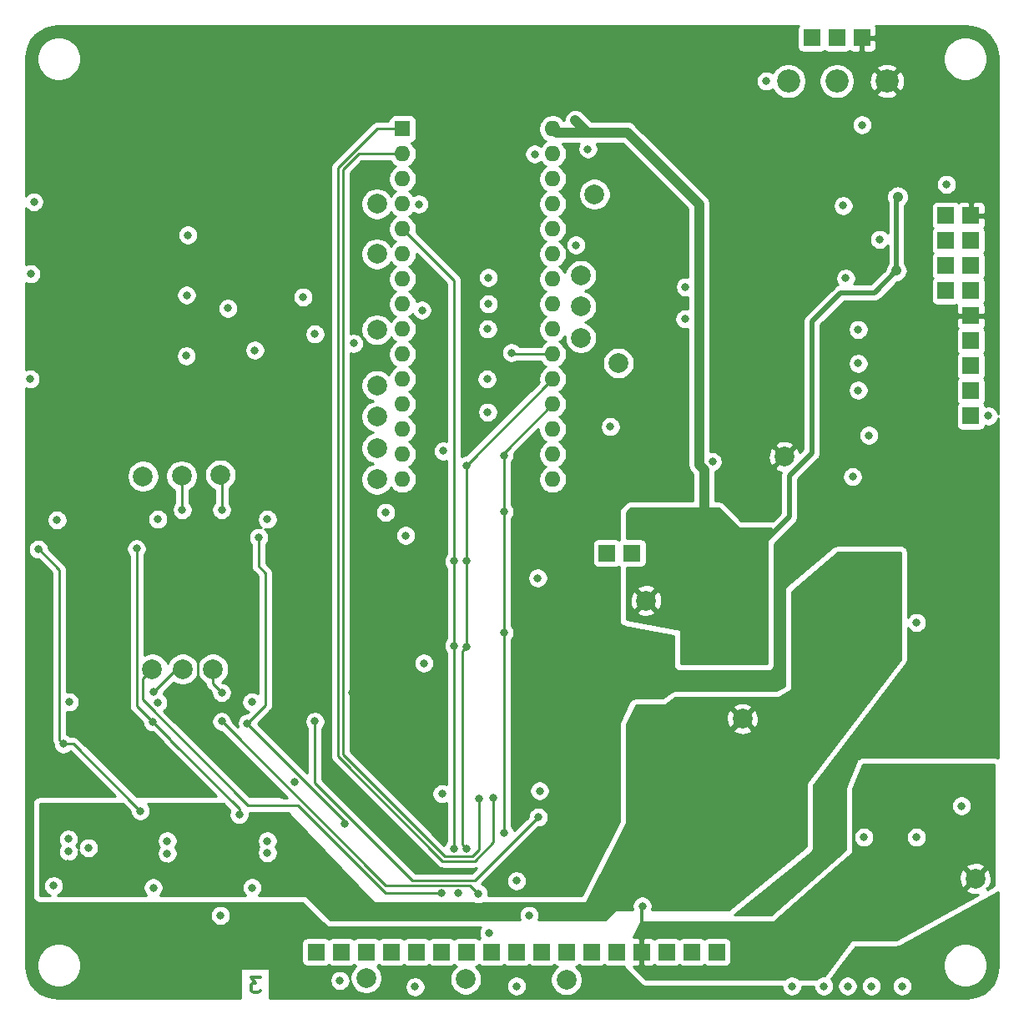
<source format=gbr>
G04 #@! TF.GenerationSoftware,KiCad,Pcbnew,(5.1.5)-3*
G04 #@! TF.CreationDate,2021-09-15T23:35:39+03:00*
G04 #@! TF.ProjectId,PowerPCB,506f7765-7250-4434-922e-6b696361645f,3 Under Design*
G04 #@! TF.SameCoordinates,PX6dac2c0PY8583b00*
G04 #@! TF.FileFunction,Copper,L3,Inr*
G04 #@! TF.FilePolarity,Positive*
%FSLAX46Y46*%
G04 Gerber Fmt 4.6, Leading zero omitted, Abs format (unit mm)*
G04 Created by KiCad (PCBNEW (5.1.5)-3) date 2021-09-15 23:35:39*
%MOMM*%
%LPD*%
G04 APERTURE LIST*
%ADD10C,0.300000*%
%ADD11C,2.000000*%
%ADD12R,1.700000X1.700000*%
%ADD13O,1.600000X1.600000*%
%ADD14R,1.600000X1.600000*%
%ADD15C,2.340000*%
%ADD16C,0.800000*%
%ADD17C,1.000000*%
%ADD18C,0.500000*%
%ADD19C,0.250000*%
%ADD20C,0.350000*%
%ADD21C,0.254000*%
G04 APERTURE END LIST*
D10*
X141435500Y2770429D02*
X140506928Y2770429D01*
X141006928Y2199000D01*
X140792642Y2199000D01*
X140649785Y2127572D01*
X140578357Y2056143D01*
X140506928Y1913286D01*
X140506928Y1556143D01*
X140578357Y1413286D01*
X140649785Y1341858D01*
X140792642Y1270429D01*
X141221214Y1270429D01*
X141364071Y1341858D01*
X141435500Y1413286D01*
D11*
X129555500Y53635900D03*
X133477000Y53657500D03*
D12*
X213550500Y59753500D03*
X213550500Y72453500D03*
X167448000Y5380000D03*
X213550500Y74993500D03*
X172528000Y5380000D03*
X213550500Y77533500D03*
X213550500Y62293500D03*
X169988000Y5380000D03*
X179171600Y45847000D03*
X213550500Y67373500D03*
X213550500Y64833500D03*
X176631600Y45847000D03*
X175068000Y5380000D03*
X213550500Y80073500D03*
X177608000Y5380000D03*
X197421500Y98107500D03*
D11*
X175362600Y82235800D03*
D12*
X199961500Y98107500D03*
X202501500Y98107500D03*
D13*
X171133500Y53317900D03*
X155893500Y53317900D03*
X171133500Y88877900D03*
X155893500Y55857900D03*
X171133500Y86337900D03*
X155893500Y58397900D03*
X171133500Y83797900D03*
X155893500Y60937900D03*
X171133500Y81257900D03*
X155893500Y63477900D03*
X171133500Y78717900D03*
X155893500Y66017900D03*
X171133500Y76177900D03*
X155893500Y68557900D03*
X171133500Y73637900D03*
X155893500Y71097900D03*
X171133500Y71097900D03*
X155893500Y73637900D03*
X171133500Y68557900D03*
X155893500Y76177900D03*
X171133500Y66017900D03*
X155893500Y78717900D03*
X171133500Y63477900D03*
X155893500Y81257900D03*
X171133500Y60937900D03*
X155893500Y83797900D03*
X171133500Y58397900D03*
X155893500Y86337900D03*
X171133500Y55857900D03*
D14*
X155893500Y88877900D03*
D12*
X152208000Y5380000D03*
X157288000Y5380000D03*
X162368000Y5380000D03*
X185228000Y5380000D03*
X211010500Y77533500D03*
X149668000Y5380000D03*
X154748000Y5380000D03*
X211010500Y72453500D03*
X211010500Y74993500D03*
X187768000Y5380000D03*
X159828000Y5380000D03*
X164908000Y5380000D03*
X213550500Y69913500D03*
X182688000Y5380000D03*
X180148000Y5380000D03*
D11*
X173991000Y70843900D03*
X153290000Y53317900D03*
D12*
X147128000Y5380000D03*
D11*
X173991000Y74018900D03*
X153290000Y76177900D03*
X153290000Y56492900D03*
X153290000Y59667900D03*
X153290000Y68494400D03*
D12*
X211010500Y80073500D03*
D11*
X173991000Y67668900D03*
X153290000Y81257900D03*
X153290000Y62842900D03*
X213995000Y12827000D03*
X190373000Y29032200D03*
X137414000Y53784500D03*
X130503300Y34073200D03*
X133576700Y34073200D03*
X136650100Y34073200D03*
X177801000Y65116200D03*
X194627500Y55626000D03*
D15*
X205041500Y93726000D03*
X199961500Y93726000D03*
X195041500Y93726000D03*
D11*
X152196800Y2730500D03*
X180594000Y41021000D03*
X162306000Y2603500D03*
X172529500Y2540000D03*
D16*
X130595500Y11898500D03*
X198628000Y1905000D03*
X167454500Y12595000D03*
X203454000Y1905000D03*
X200850500Y73723500D03*
X187325000Y55118000D03*
X211074000Y83248500D03*
X215328500Y59753500D03*
X192786000Y93726000D03*
X174689500Y86820500D03*
X159898000Y21421500D03*
X157544500Y81232500D03*
X169608500Y43307000D03*
X169799000Y21717000D03*
X206565500Y1905000D03*
X122070500Y30726500D03*
X208026000Y17018000D03*
X140628500Y11898500D03*
X169292000Y86312500D03*
X120840500Y49197500D03*
X131064000Y49261000D03*
X142176500Y49261000D03*
X195389500Y1905000D03*
X120499000Y12089000D03*
X208026000Y38798500D03*
X202692000Y17018000D03*
X164465000Y63500000D03*
X164655500Y7302500D03*
X164528500Y68580000D03*
X118491000Y81470500D03*
X202120500Y62357000D03*
X164592000Y71120000D03*
X157162500Y1841500D03*
X156210000Y47625000D03*
X150939500Y67119500D03*
X202120500Y68516500D03*
X168719500Y9080500D03*
X160020000Y56197500D03*
X149542500Y2476500D03*
X176974500Y58674000D03*
X158051500Y34671000D03*
X202120500Y65087500D03*
X164528500Y60134500D03*
X167449500Y1905000D03*
X140589000Y30734000D03*
X203200000Y57785000D03*
X144970500Y22606000D03*
X202501500Y89281000D03*
X134112000Y78105000D03*
X131064000Y30670500D03*
X147002500Y68072000D03*
X161544000Y11366500D03*
X140906500Y66421000D03*
X137414000Y9080500D03*
X164592000Y73787000D03*
X200596500Y81089500D03*
X118110000Y63500000D03*
X133961500Y65852000D03*
X118173500Y74168000D03*
X212598000Y20193000D03*
X204279500Y77660500D03*
X145796000Y71818500D03*
X184531000Y69596000D03*
X138176000Y70675500D03*
X133985000Y72009000D03*
X184594500Y72834500D03*
X201041000Y1905000D03*
X201549000Y53594000D03*
X124015500Y15938500D03*
X157861000Y70485000D03*
X154178000Y49974500D03*
X173482000Y77089000D03*
X202946000Y43561000D03*
X189865000Y20637500D03*
X185801000Y22987000D03*
X202946000Y44577000D03*
X202946000Y42418000D03*
X195834000Y24701500D03*
X141795500Y18923000D03*
X132016500Y14097000D03*
X185801000Y15748000D03*
X191960500Y17335500D03*
X142176500Y14033500D03*
X121920000Y14287500D03*
X185801000Y30226000D03*
X121539000Y19113500D03*
X189865000Y14033500D03*
X199009000Y32702500D03*
X131635500Y18923000D03*
X184086500Y48958500D03*
X189103000Y46482000D03*
X190055500Y36449000D03*
X173418500Y89789000D03*
X206121000Y81978500D03*
X190055500Y43116500D03*
X205994000Y74485500D03*
X174625000Y88519000D03*
X192087500Y39751000D03*
X188531500Y49022000D03*
X191897000Y46291500D03*
X186499500Y43053000D03*
X186499500Y34988500D03*
X125857000Y50101500D03*
X193611500Y49911000D03*
X199898000Y49974500D03*
X136715500Y79057500D03*
X181610000Y1524000D03*
X198247000Y52641500D03*
X150749000Y31686500D03*
X182753000Y1524000D03*
X157734000Y31877000D03*
X198945500Y57912000D03*
X158877000Y19050000D03*
X158877000Y48196500D03*
X170243500Y27749500D03*
X208343500Y67373500D03*
X147129500Y73914000D03*
X208280000Y64833500D03*
X136207502Y31686500D03*
X145796000Y31686500D03*
X196532500Y49974500D03*
X158877000Y39624000D03*
X136525000Y66802000D03*
X136541990Y72961500D03*
X127127000Y31877000D03*
X147193000Y50165000D03*
X136080500Y50165000D03*
X208216500Y62293500D03*
X129286000Y19685000D03*
X121475500Y26479500D03*
X118935500Y46228000D03*
X139319000Y19304000D03*
X130556000Y28702000D03*
X128905000Y46291500D03*
X150050500Y18415000D03*
X141287500Y47434500D03*
X140144500Y28575000D03*
X133540500Y50228500D03*
X137541000Y50228500D03*
X159829500Y11366500D03*
X163576394Y11277498D03*
X137541000Y28765500D03*
X130619500Y31750000D03*
X169655010Y19050000D03*
X137540999Y31686500D03*
X147002500Y28765500D03*
X121983500Y15557500D03*
X121983500Y16827500D03*
X132016500Y15367000D03*
X132016500Y16637000D03*
X142176500Y15430500D03*
X142176500Y16637000D03*
X166941500Y66167000D03*
X162369500Y36322000D03*
X162369500Y15875000D03*
X162369496Y45021500D03*
X162381050Y54725450D03*
X166179500Y17462500D03*
X166179500Y55752996D03*
X166179500Y50038000D03*
X166179500Y37782500D03*
X161099500Y36449000D03*
X161099500Y15875000D03*
X161099500Y45021500D03*
X165137331Y20966435D03*
X163639500Y20954994D03*
X195453000Y8826500D03*
X202946000Y22733000D03*
X198501000Y8826500D03*
X202946000Y20383500D03*
X180213000Y10033000D03*
X203454000Y8826500D03*
X202946000Y21590000D03*
X206756000Y8826500D03*
D17*
X178689000Y88519000D02*
X174625000Y88519000D01*
D18*
X205994000Y81851500D02*
X206121000Y81978500D01*
D17*
X191913500Y46308000D02*
X191897000Y46291500D01*
X185991500Y81216500D02*
X178689000Y88519000D01*
D18*
X203771500Y72263000D02*
X205994000Y74485500D01*
X197421500Y69342000D02*
X200342500Y72263000D01*
D17*
X174625000Y88519000D02*
X171492400Y88519000D01*
X186499500Y54285898D02*
X185991500Y54793898D01*
D18*
X205994000Y74485500D02*
X205994000Y81851500D01*
X191897000Y46291500D02*
X195135500Y49530000D01*
D17*
X173418500Y89725500D02*
X174625000Y88519000D01*
X205989000Y74480500D02*
X205994000Y74485500D01*
X185991500Y54793898D02*
X185991500Y81216500D01*
X206118500Y81976000D02*
X206121000Y81978500D01*
D18*
X200342500Y72263000D02*
X203771500Y72263000D01*
D17*
X186499500Y43053000D02*
X186499500Y54285898D01*
D18*
X197421500Y56007000D02*
X197421500Y69342000D01*
X195135500Y53721000D02*
X197421500Y56007000D01*
X195135500Y49530000D02*
X195135500Y53721000D01*
D17*
X171492400Y88519000D02*
X171133500Y88877900D01*
D19*
X135128000Y32766002D02*
X135807503Y32086499D01*
X135807503Y32086499D02*
X136207502Y31686500D01*
X135128000Y35623500D02*
X135128000Y32766002D01*
X121475500Y26479500D02*
X121075501Y26879499D01*
X128886001Y20084999D02*
X122491500Y26479500D01*
X122491500Y26479500D02*
X121475500Y26479500D01*
X118999000Y46228000D02*
X118935500Y46228000D01*
X121075501Y44151499D02*
X118999000Y46228000D01*
X121075501Y26879499D02*
X121075501Y44151499D01*
X129286000Y19685000D02*
X128886001Y20084999D01*
X130556000Y28702000D02*
X128905000Y30353000D01*
X132328185Y26860500D02*
X132328185Y26929815D01*
X139319000Y19304000D02*
X139319000Y19869685D01*
X128905000Y45725815D02*
X128905000Y46291500D01*
X128905000Y30353000D02*
X128905000Y45725815D01*
X139319000Y19869685D02*
X132328185Y26860500D01*
X132328185Y26929815D02*
X130556000Y28702000D01*
X141287500Y44513500D02*
X141287500Y47434500D01*
X150050500Y18669000D02*
X141668500Y27051000D01*
X141986000Y30416500D02*
X141986000Y43815000D01*
X150050500Y18415000D02*
X150050500Y18669000D01*
X140544499Y28974999D02*
X141986000Y30416500D01*
X140144500Y28575000D02*
X140544499Y28974999D01*
X141986000Y43815000D02*
X141287500Y44513500D01*
X141668500Y27051000D02*
X140144500Y28575000D01*
X133540500Y50228500D02*
X133540500Y53594000D01*
X133540500Y53594000D02*
X133477000Y53530500D01*
X137541000Y50228500D02*
X137541000Y53657500D01*
X137541000Y53657500D02*
X137414000Y53784500D01*
X159263815Y11366500D02*
X159829500Y11366500D01*
X145288000Y20256500D02*
X154178000Y11366500D01*
X140208000Y20256500D02*
X145288000Y20256500D01*
X129503301Y30961199D02*
X140208000Y20256500D01*
X129503301Y33073201D02*
X129503301Y30961199D01*
X130503300Y34073200D02*
X129503301Y33073201D01*
X154178000Y11366500D02*
X159263815Y11366500D01*
X137541000Y28765500D02*
X154178000Y12128500D01*
X154178000Y12128500D02*
X162725392Y12128500D01*
X132942700Y34073200D02*
X133576700Y34073200D01*
X163176395Y11677497D02*
X163576394Y11277498D01*
X130619500Y31750000D02*
X132942700Y34073200D01*
X162725392Y12128500D02*
X163176395Y11677497D01*
X136650100Y32577399D02*
X137540999Y31686500D01*
X147002500Y22542500D02*
X156908500Y12636500D01*
X163241510Y12636500D02*
X169255011Y18650001D01*
X136650100Y34073200D02*
X136650100Y32577399D01*
X169255011Y18650001D02*
X169655010Y19050000D01*
X156908500Y12636500D02*
X163241510Y12636500D01*
X147002500Y28765500D02*
X147002500Y22542500D01*
X167090600Y66017900D02*
X166941500Y66167000D01*
X171133500Y66017900D02*
X167090600Y66017900D01*
X162369500Y15875000D02*
X161969501Y16274999D01*
X161969501Y35922001D02*
X162369500Y36322000D01*
X162369496Y45587185D02*
X162369496Y45021500D01*
X162369500Y45021496D02*
X162369496Y45021500D01*
X162381050Y54725450D02*
X162369496Y54713896D01*
X161969501Y16274999D02*
X161969501Y35922001D01*
X162369496Y54713896D02*
X162369496Y45587185D01*
X162369500Y36322000D02*
X162369500Y45021496D01*
X171133500Y63477900D02*
X162381050Y54725450D01*
X166179500Y50038000D02*
X166179500Y55689500D01*
X166179500Y55689500D02*
X166179500Y55752996D01*
X171133500Y60937900D02*
X166179500Y55983900D01*
X166179500Y37782500D02*
X166179500Y50038000D01*
X166179500Y55983900D02*
X166179500Y55752996D01*
X166179500Y37782500D02*
X166179500Y17462500D01*
X161099500Y73511900D02*
X161099500Y45021500D01*
X155893500Y78717900D02*
X161099500Y73511900D01*
X161099500Y36449000D02*
X161099500Y45021500D01*
X161099500Y36449000D02*
X161099500Y15875000D01*
X149352000Y84929195D02*
X149352000Y25209500D01*
X149352000Y25209500D02*
X159956500Y14605000D01*
X165137331Y20400750D02*
X165137331Y20966435D01*
X163195000Y14605000D02*
X165137331Y16547331D01*
X155893500Y88877900D02*
X153300705Y88877900D01*
X153300705Y88877900D02*
X149352000Y84929195D01*
X165137331Y16547331D02*
X165137331Y20400750D01*
X159956500Y14605000D02*
X163195000Y14605000D01*
X151425400Y86337900D02*
X155893500Y86337900D01*
X163004500Y15113000D02*
X160147000Y15113000D01*
X160147000Y15113000D02*
X149860000Y25400000D01*
X163639500Y20954994D02*
X163639500Y15748000D01*
X149860000Y84772500D02*
X151425400Y86337900D01*
X149860000Y25400000D02*
X149860000Y84772500D01*
X163639500Y15748000D02*
X163004500Y15113000D01*
D20*
X180148000Y9968000D02*
X180213000Y10033000D01*
X180148000Y5380000D02*
X180148000Y9968000D01*
D21*
G36*
X206373000Y35042784D02*
G01*
X196898887Y22576846D01*
X196885838Y22555643D01*
X196877177Y22532302D01*
X196873000Y22500000D01*
X196873000Y16060448D01*
X188954911Y9627000D01*
X181165105Y9627000D01*
X181208226Y9731102D01*
X181248000Y9931061D01*
X181248000Y10134939D01*
X181208226Y10334898D01*
X181130205Y10523256D01*
X181016937Y10692774D01*
X180872774Y10836937D01*
X180703256Y10950205D01*
X180514898Y11028226D01*
X180314939Y11068000D01*
X180111061Y11068000D01*
X179911102Y11028226D01*
X179722744Y10950205D01*
X179553226Y10836937D01*
X179409063Y10692774D01*
X179295795Y10523256D01*
X179217774Y10334898D01*
X179178000Y10134939D01*
X179178000Y9931061D01*
X179217774Y9731102D01*
X179260895Y9627000D01*
X177500000Y9627000D01*
X177475224Y9624560D01*
X177451399Y9617333D01*
X177429443Y9605597D01*
X177410197Y9589803D01*
X176447394Y8627000D01*
X169651930Y8627000D01*
X169714726Y8778602D01*
X169754500Y8978561D01*
X169754500Y9182439D01*
X169714726Y9382398D01*
X169636705Y9570756D01*
X169523437Y9740274D01*
X169379274Y9884437D01*
X169209756Y9997705D01*
X169021398Y10075726D01*
X168821439Y10115500D01*
X168617561Y10115500D01*
X168417602Y10075726D01*
X168229244Y9997705D01*
X168059726Y9884437D01*
X167915563Y9740274D01*
X167802295Y9570756D01*
X167724274Y9382398D01*
X167684500Y9182439D01*
X167684500Y8978561D01*
X167724274Y8778602D01*
X167787070Y8627000D01*
X148552606Y8627000D01*
X146089803Y11089803D01*
X146070557Y11105597D01*
X146048601Y11117333D01*
X146024776Y11124560D01*
X146000000Y11127000D01*
X141320711Y11127000D01*
X141432437Y11238726D01*
X141545705Y11408244D01*
X141623726Y11596602D01*
X141663500Y11796561D01*
X141663500Y12000439D01*
X141623726Y12200398D01*
X141545705Y12388756D01*
X141432437Y12558274D01*
X141288274Y12702437D01*
X141118756Y12815705D01*
X140930398Y12893726D01*
X140730439Y12933500D01*
X140526561Y12933500D01*
X140326602Y12893726D01*
X140138244Y12815705D01*
X139968726Y12702437D01*
X139824563Y12558274D01*
X139711295Y12388756D01*
X139633274Y12200398D01*
X139593500Y12000439D01*
X139593500Y11796561D01*
X139633274Y11596602D01*
X139711295Y11408244D01*
X139824563Y11238726D01*
X139936289Y11127000D01*
X131287711Y11127000D01*
X131399437Y11238726D01*
X131512705Y11408244D01*
X131590726Y11596602D01*
X131630500Y11796561D01*
X131630500Y12000439D01*
X131590726Y12200398D01*
X131512705Y12388756D01*
X131399437Y12558274D01*
X131255274Y12702437D01*
X131085756Y12815705D01*
X130897398Y12893726D01*
X130697439Y12933500D01*
X130493561Y12933500D01*
X130293602Y12893726D01*
X130105244Y12815705D01*
X129935726Y12702437D01*
X129791563Y12558274D01*
X129678295Y12388756D01*
X129600274Y12200398D01*
X129560500Y12000439D01*
X129560500Y11796561D01*
X129600274Y11596602D01*
X129678295Y11408244D01*
X129791563Y11238726D01*
X129903289Y11127000D01*
X120881112Y11127000D01*
X120989256Y11171795D01*
X121158774Y11285063D01*
X121302937Y11429226D01*
X121416205Y11598744D01*
X121494226Y11787102D01*
X121534000Y11987061D01*
X121534000Y12190939D01*
X121494226Y12390898D01*
X121416205Y12579256D01*
X121302937Y12748774D01*
X121158774Y12892937D01*
X120989256Y13006205D01*
X120800898Y13084226D01*
X120600939Y13124000D01*
X120397061Y13124000D01*
X120197102Y13084226D01*
X120008744Y13006205D01*
X119839226Y12892937D01*
X119695063Y12748774D01*
X119581795Y12579256D01*
X119503774Y12390898D01*
X119464000Y12190939D01*
X119464000Y11987061D01*
X119503774Y11787102D01*
X119581795Y11598744D01*
X119695063Y11429226D01*
X119839226Y11285063D01*
X120008744Y11171795D01*
X120116888Y11127000D01*
X119127000Y11127000D01*
X119127000Y16929439D01*
X120948500Y16929439D01*
X120948500Y16725561D01*
X120988274Y16525602D01*
X121066295Y16337244D01*
X121163010Y16192500D01*
X121066295Y16047756D01*
X120988274Y15859398D01*
X120948500Y15659439D01*
X120948500Y15455561D01*
X120988274Y15255602D01*
X121066295Y15067244D01*
X121179563Y14897726D01*
X121323726Y14753563D01*
X121493244Y14640295D01*
X121681602Y14562274D01*
X121881561Y14522500D01*
X122085439Y14522500D01*
X122285398Y14562274D01*
X122473756Y14640295D01*
X122643274Y14753563D01*
X122787437Y14897726D01*
X122900705Y15067244D01*
X122978726Y15255602D01*
X123018500Y15455561D01*
X123018500Y15645521D01*
X123020274Y15636602D01*
X123098295Y15448244D01*
X123211563Y15278726D01*
X123355726Y15134563D01*
X123525244Y15021295D01*
X123713602Y14943274D01*
X123913561Y14903500D01*
X124117439Y14903500D01*
X124317398Y14943274D01*
X124505756Y15021295D01*
X124675274Y15134563D01*
X124819437Y15278726D01*
X124932705Y15448244D01*
X125010726Y15636602D01*
X125050500Y15836561D01*
X125050500Y16040439D01*
X125010726Y16240398D01*
X124932705Y16428756D01*
X124819437Y16598274D01*
X124678772Y16738939D01*
X130981500Y16738939D01*
X130981500Y16535061D01*
X131021274Y16335102D01*
X131099295Y16146744D01*
X131196010Y16002000D01*
X131099295Y15857256D01*
X131021274Y15668898D01*
X130981500Y15468939D01*
X130981500Y15265061D01*
X131021274Y15065102D01*
X131099295Y14876744D01*
X131212563Y14707226D01*
X131356726Y14563063D01*
X131526244Y14449795D01*
X131714602Y14371774D01*
X131914561Y14332000D01*
X132118439Y14332000D01*
X132318398Y14371774D01*
X132506756Y14449795D01*
X132676274Y14563063D01*
X132820437Y14707226D01*
X132933705Y14876744D01*
X133011726Y15065102D01*
X133051500Y15265061D01*
X133051500Y15468939D01*
X133011726Y15668898D01*
X132933705Y15857256D01*
X132836990Y16002000D01*
X132933705Y16146744D01*
X133011726Y16335102D01*
X133051500Y16535061D01*
X133051500Y16738939D01*
X141141500Y16738939D01*
X141141500Y16535061D01*
X141181274Y16335102D01*
X141259295Y16146744D01*
X141334795Y16033750D01*
X141259295Y15920756D01*
X141181274Y15732398D01*
X141141500Y15532439D01*
X141141500Y15328561D01*
X141181274Y15128602D01*
X141259295Y14940244D01*
X141372563Y14770726D01*
X141516726Y14626563D01*
X141686244Y14513295D01*
X141874602Y14435274D01*
X142074561Y14395500D01*
X142278439Y14395500D01*
X142478398Y14435274D01*
X142666756Y14513295D01*
X142836274Y14626563D01*
X142980437Y14770726D01*
X143093705Y14940244D01*
X143171726Y15128602D01*
X143211500Y15328561D01*
X143211500Y15532439D01*
X143171726Y15732398D01*
X143093705Y15920756D01*
X143018205Y16033750D01*
X143093705Y16146744D01*
X143171726Y16335102D01*
X143211500Y16535061D01*
X143211500Y16738939D01*
X143171726Y16938898D01*
X143093705Y17127256D01*
X142980437Y17296774D01*
X142836274Y17440937D01*
X142666756Y17554205D01*
X142478398Y17632226D01*
X142278439Y17672000D01*
X142074561Y17672000D01*
X141874602Y17632226D01*
X141686244Y17554205D01*
X141516726Y17440937D01*
X141372563Y17296774D01*
X141259295Y17127256D01*
X141181274Y16938898D01*
X141141500Y16738939D01*
X133051500Y16738939D01*
X133011726Y16938898D01*
X132933705Y17127256D01*
X132820437Y17296774D01*
X132676274Y17440937D01*
X132506756Y17554205D01*
X132318398Y17632226D01*
X132118439Y17672000D01*
X131914561Y17672000D01*
X131714602Y17632226D01*
X131526244Y17554205D01*
X131356726Y17440937D01*
X131212563Y17296774D01*
X131099295Y17127256D01*
X131021274Y16938898D01*
X130981500Y16738939D01*
X124678772Y16738939D01*
X124675274Y16742437D01*
X124505756Y16855705D01*
X124317398Y16933726D01*
X124117439Y16973500D01*
X123913561Y16973500D01*
X123713602Y16933726D01*
X123525244Y16855705D01*
X123355726Y16742437D01*
X123211563Y16598274D01*
X123098295Y16428756D01*
X123020274Y16240398D01*
X122980500Y16040439D01*
X122980500Y15850479D01*
X122978726Y15859398D01*
X122900705Y16047756D01*
X122803990Y16192500D01*
X122900705Y16337244D01*
X122978726Y16525602D01*
X123018500Y16725561D01*
X123018500Y16929439D01*
X122978726Y17129398D01*
X122900705Y17317756D01*
X122787437Y17487274D01*
X122643274Y17631437D01*
X122473756Y17744705D01*
X122285398Y17822726D01*
X122085439Y17862500D01*
X121881561Y17862500D01*
X121681602Y17822726D01*
X121493244Y17744705D01*
X121323726Y17631437D01*
X121179563Y17487274D01*
X121066295Y17317756D01*
X120988274Y17129398D01*
X120948500Y16929439D01*
X119127000Y16929439D01*
X119127000Y20373000D01*
X127523198Y20373000D01*
X128251000Y19645198D01*
X128251000Y19583061D01*
X128290774Y19383102D01*
X128368795Y19194744D01*
X128482063Y19025226D01*
X128626226Y18881063D01*
X128795744Y18767795D01*
X128984102Y18689774D01*
X129184061Y18650000D01*
X129387939Y18650000D01*
X129587898Y18689774D01*
X129776256Y18767795D01*
X129945774Y18881063D01*
X130089937Y19025226D01*
X130203205Y19194744D01*
X130281226Y19383102D01*
X130321000Y19583061D01*
X130321000Y19786939D01*
X130281226Y19986898D01*
X130203205Y20175256D01*
X130089937Y20344774D01*
X130061711Y20373000D01*
X137740882Y20373000D01*
X138377728Y19736154D01*
X138323774Y19605898D01*
X138284000Y19405939D01*
X138284000Y19202061D01*
X138323774Y19002102D01*
X138401795Y18813744D01*
X138515063Y18644226D01*
X138659226Y18500063D01*
X138828744Y18386795D01*
X139017102Y18308774D01*
X139217061Y18269000D01*
X139420939Y18269000D01*
X139620898Y18308774D01*
X139809256Y18386795D01*
X139978774Y18500063D01*
X140122937Y18644226D01*
X140236205Y18813744D01*
X140314226Y19002102D01*
X140354000Y19202061D01*
X140354000Y19405939D01*
X140335986Y19496500D01*
X144278153Y19496500D01*
X152907925Y10412529D01*
X152926759Y10396247D01*
X152948408Y10383952D01*
X152972039Y10376116D01*
X153000000Y10373000D01*
X159523435Y10373000D01*
X159527602Y10371274D01*
X159727561Y10331500D01*
X159931439Y10331500D01*
X160131398Y10371274D01*
X160135565Y10373000D01*
X161237935Y10373000D01*
X161242102Y10371274D01*
X161442061Y10331500D01*
X161645939Y10331500D01*
X161845898Y10371274D01*
X161850065Y10373000D01*
X163067121Y10373000D01*
X163086138Y10360293D01*
X163274496Y10282272D01*
X163474455Y10242498D01*
X163678333Y10242498D01*
X163878292Y10282272D01*
X164066650Y10360293D01*
X164085667Y10373000D01*
X174500000Y10373000D01*
X174524776Y10375440D01*
X174548601Y10382667D01*
X174570557Y10394403D01*
X174589803Y10410197D01*
X174605597Y10429443D01*
X174613592Y10443204D01*
X178613592Y18443204D01*
X178622490Y18466456D01*
X178627000Y18500000D01*
X178627000Y27896787D01*
X189417192Y27896787D01*
X189512956Y27632386D01*
X189802571Y27491496D01*
X190114108Y27409816D01*
X190435595Y27390482D01*
X190754675Y27434239D01*
X191059088Y27539405D01*
X191233044Y27632386D01*
X191328808Y27896787D01*
X190373000Y28852595D01*
X189417192Y27896787D01*
X178627000Y27896787D01*
X178627000Y28470020D01*
X178876792Y28969605D01*
X188731282Y28969605D01*
X188775039Y28650525D01*
X188880205Y28346112D01*
X188973186Y28172156D01*
X189237587Y28076392D01*
X190193395Y29032200D01*
X190552605Y29032200D01*
X191508413Y28076392D01*
X191772814Y28172156D01*
X191913704Y28461771D01*
X191995384Y28773308D01*
X192014718Y29094795D01*
X191970961Y29413875D01*
X191865795Y29718288D01*
X191772814Y29892244D01*
X191508413Y29988008D01*
X190552605Y29032200D01*
X190193395Y29032200D01*
X189237587Y29988008D01*
X188973186Y29892244D01*
X188832296Y29602629D01*
X188750616Y29291092D01*
X188731282Y28969605D01*
X178876792Y28969605D01*
X179475796Y30167613D01*
X189417192Y30167613D01*
X190373000Y29211805D01*
X191328808Y30167613D01*
X191233044Y30432014D01*
X190943429Y30572904D01*
X190631892Y30654584D01*
X190310405Y30673918D01*
X189991325Y30630161D01*
X189686912Y30524995D01*
X189512956Y30432014D01*
X189417192Y30167613D01*
X179475796Y30167613D01*
X179578490Y30373000D01*
X182500000Y30373000D01*
X182524776Y30375440D01*
X182548601Y30382667D01*
X182576200Y30398400D01*
X183542333Y31123000D01*
X194000000Y31123000D01*
X194024776Y31125440D01*
X194048601Y31132667D01*
X194065341Y31141098D01*
X195315341Y31891098D01*
X195335331Y31905938D01*
X195352042Y31924393D01*
X195364832Y31945753D01*
X195373208Y31969198D01*
X195377000Y32000000D01*
X195377000Y41940915D01*
X200046351Y45873000D01*
X206373000Y45873000D01*
X206373000Y35042784D01*
G37*
X206373000Y35042784D02*
X196898887Y22576846D01*
X196885838Y22555643D01*
X196877177Y22532302D01*
X196873000Y22500000D01*
X196873000Y16060448D01*
X188954911Y9627000D01*
X181165105Y9627000D01*
X181208226Y9731102D01*
X181248000Y9931061D01*
X181248000Y10134939D01*
X181208226Y10334898D01*
X181130205Y10523256D01*
X181016937Y10692774D01*
X180872774Y10836937D01*
X180703256Y10950205D01*
X180514898Y11028226D01*
X180314939Y11068000D01*
X180111061Y11068000D01*
X179911102Y11028226D01*
X179722744Y10950205D01*
X179553226Y10836937D01*
X179409063Y10692774D01*
X179295795Y10523256D01*
X179217774Y10334898D01*
X179178000Y10134939D01*
X179178000Y9931061D01*
X179217774Y9731102D01*
X179260895Y9627000D01*
X177500000Y9627000D01*
X177475224Y9624560D01*
X177451399Y9617333D01*
X177429443Y9605597D01*
X177410197Y9589803D01*
X176447394Y8627000D01*
X169651930Y8627000D01*
X169714726Y8778602D01*
X169754500Y8978561D01*
X169754500Y9182439D01*
X169714726Y9382398D01*
X169636705Y9570756D01*
X169523437Y9740274D01*
X169379274Y9884437D01*
X169209756Y9997705D01*
X169021398Y10075726D01*
X168821439Y10115500D01*
X168617561Y10115500D01*
X168417602Y10075726D01*
X168229244Y9997705D01*
X168059726Y9884437D01*
X167915563Y9740274D01*
X167802295Y9570756D01*
X167724274Y9382398D01*
X167684500Y9182439D01*
X167684500Y8978561D01*
X167724274Y8778602D01*
X167787070Y8627000D01*
X148552606Y8627000D01*
X146089803Y11089803D01*
X146070557Y11105597D01*
X146048601Y11117333D01*
X146024776Y11124560D01*
X146000000Y11127000D01*
X141320711Y11127000D01*
X141432437Y11238726D01*
X141545705Y11408244D01*
X141623726Y11596602D01*
X141663500Y11796561D01*
X141663500Y12000439D01*
X141623726Y12200398D01*
X141545705Y12388756D01*
X141432437Y12558274D01*
X141288274Y12702437D01*
X141118756Y12815705D01*
X140930398Y12893726D01*
X140730439Y12933500D01*
X140526561Y12933500D01*
X140326602Y12893726D01*
X140138244Y12815705D01*
X139968726Y12702437D01*
X139824563Y12558274D01*
X139711295Y12388756D01*
X139633274Y12200398D01*
X139593500Y12000439D01*
X139593500Y11796561D01*
X139633274Y11596602D01*
X139711295Y11408244D01*
X139824563Y11238726D01*
X139936289Y11127000D01*
X131287711Y11127000D01*
X131399437Y11238726D01*
X131512705Y11408244D01*
X131590726Y11596602D01*
X131630500Y11796561D01*
X131630500Y12000439D01*
X131590726Y12200398D01*
X131512705Y12388756D01*
X131399437Y12558274D01*
X131255274Y12702437D01*
X131085756Y12815705D01*
X130897398Y12893726D01*
X130697439Y12933500D01*
X130493561Y12933500D01*
X130293602Y12893726D01*
X130105244Y12815705D01*
X129935726Y12702437D01*
X129791563Y12558274D01*
X129678295Y12388756D01*
X129600274Y12200398D01*
X129560500Y12000439D01*
X129560500Y11796561D01*
X129600274Y11596602D01*
X129678295Y11408244D01*
X129791563Y11238726D01*
X129903289Y11127000D01*
X120881112Y11127000D01*
X120989256Y11171795D01*
X121158774Y11285063D01*
X121302937Y11429226D01*
X121416205Y11598744D01*
X121494226Y11787102D01*
X121534000Y11987061D01*
X121534000Y12190939D01*
X121494226Y12390898D01*
X121416205Y12579256D01*
X121302937Y12748774D01*
X121158774Y12892937D01*
X120989256Y13006205D01*
X120800898Y13084226D01*
X120600939Y13124000D01*
X120397061Y13124000D01*
X120197102Y13084226D01*
X120008744Y13006205D01*
X119839226Y12892937D01*
X119695063Y12748774D01*
X119581795Y12579256D01*
X119503774Y12390898D01*
X119464000Y12190939D01*
X119464000Y11987061D01*
X119503774Y11787102D01*
X119581795Y11598744D01*
X119695063Y11429226D01*
X119839226Y11285063D01*
X120008744Y11171795D01*
X120116888Y11127000D01*
X119127000Y11127000D01*
X119127000Y16929439D01*
X120948500Y16929439D01*
X120948500Y16725561D01*
X120988274Y16525602D01*
X121066295Y16337244D01*
X121163010Y16192500D01*
X121066295Y16047756D01*
X120988274Y15859398D01*
X120948500Y15659439D01*
X120948500Y15455561D01*
X120988274Y15255602D01*
X121066295Y15067244D01*
X121179563Y14897726D01*
X121323726Y14753563D01*
X121493244Y14640295D01*
X121681602Y14562274D01*
X121881561Y14522500D01*
X122085439Y14522500D01*
X122285398Y14562274D01*
X122473756Y14640295D01*
X122643274Y14753563D01*
X122787437Y14897726D01*
X122900705Y15067244D01*
X122978726Y15255602D01*
X123018500Y15455561D01*
X123018500Y15645521D01*
X123020274Y15636602D01*
X123098295Y15448244D01*
X123211563Y15278726D01*
X123355726Y15134563D01*
X123525244Y15021295D01*
X123713602Y14943274D01*
X123913561Y14903500D01*
X124117439Y14903500D01*
X124317398Y14943274D01*
X124505756Y15021295D01*
X124675274Y15134563D01*
X124819437Y15278726D01*
X124932705Y15448244D01*
X125010726Y15636602D01*
X125050500Y15836561D01*
X125050500Y16040439D01*
X125010726Y16240398D01*
X124932705Y16428756D01*
X124819437Y16598274D01*
X124678772Y16738939D01*
X130981500Y16738939D01*
X130981500Y16535061D01*
X131021274Y16335102D01*
X131099295Y16146744D01*
X131196010Y16002000D01*
X131099295Y15857256D01*
X131021274Y15668898D01*
X130981500Y15468939D01*
X130981500Y15265061D01*
X131021274Y15065102D01*
X131099295Y14876744D01*
X131212563Y14707226D01*
X131356726Y14563063D01*
X131526244Y14449795D01*
X131714602Y14371774D01*
X131914561Y14332000D01*
X132118439Y14332000D01*
X132318398Y14371774D01*
X132506756Y14449795D01*
X132676274Y14563063D01*
X132820437Y14707226D01*
X132933705Y14876744D01*
X133011726Y15065102D01*
X133051500Y15265061D01*
X133051500Y15468939D01*
X133011726Y15668898D01*
X132933705Y15857256D01*
X132836990Y16002000D01*
X132933705Y16146744D01*
X133011726Y16335102D01*
X133051500Y16535061D01*
X133051500Y16738939D01*
X141141500Y16738939D01*
X141141500Y16535061D01*
X141181274Y16335102D01*
X141259295Y16146744D01*
X141334795Y16033750D01*
X141259295Y15920756D01*
X141181274Y15732398D01*
X141141500Y15532439D01*
X141141500Y15328561D01*
X141181274Y15128602D01*
X141259295Y14940244D01*
X141372563Y14770726D01*
X141516726Y14626563D01*
X141686244Y14513295D01*
X141874602Y14435274D01*
X142074561Y14395500D01*
X142278439Y14395500D01*
X142478398Y14435274D01*
X142666756Y14513295D01*
X142836274Y14626563D01*
X142980437Y14770726D01*
X143093705Y14940244D01*
X143171726Y15128602D01*
X143211500Y15328561D01*
X143211500Y15532439D01*
X143171726Y15732398D01*
X143093705Y15920756D01*
X143018205Y16033750D01*
X143093705Y16146744D01*
X143171726Y16335102D01*
X143211500Y16535061D01*
X143211500Y16738939D01*
X143171726Y16938898D01*
X143093705Y17127256D01*
X142980437Y17296774D01*
X142836274Y17440937D01*
X142666756Y17554205D01*
X142478398Y17632226D01*
X142278439Y17672000D01*
X142074561Y17672000D01*
X141874602Y17632226D01*
X141686244Y17554205D01*
X141516726Y17440937D01*
X141372563Y17296774D01*
X141259295Y17127256D01*
X141181274Y16938898D01*
X141141500Y16738939D01*
X133051500Y16738939D01*
X133011726Y16938898D01*
X132933705Y17127256D01*
X132820437Y17296774D01*
X132676274Y17440937D01*
X132506756Y17554205D01*
X132318398Y17632226D01*
X132118439Y17672000D01*
X131914561Y17672000D01*
X131714602Y17632226D01*
X131526244Y17554205D01*
X131356726Y17440937D01*
X131212563Y17296774D01*
X131099295Y17127256D01*
X131021274Y16938898D01*
X130981500Y16738939D01*
X124678772Y16738939D01*
X124675274Y16742437D01*
X124505756Y16855705D01*
X124317398Y16933726D01*
X124117439Y16973500D01*
X123913561Y16973500D01*
X123713602Y16933726D01*
X123525244Y16855705D01*
X123355726Y16742437D01*
X123211563Y16598274D01*
X123098295Y16428756D01*
X123020274Y16240398D01*
X122980500Y16040439D01*
X122980500Y15850479D01*
X122978726Y15859398D01*
X122900705Y16047756D01*
X122803990Y16192500D01*
X122900705Y16337244D01*
X122978726Y16525602D01*
X123018500Y16725561D01*
X123018500Y16929439D01*
X122978726Y17129398D01*
X122900705Y17317756D01*
X122787437Y17487274D01*
X122643274Y17631437D01*
X122473756Y17744705D01*
X122285398Y17822726D01*
X122085439Y17862500D01*
X121881561Y17862500D01*
X121681602Y17822726D01*
X121493244Y17744705D01*
X121323726Y17631437D01*
X121179563Y17487274D01*
X121066295Y17317756D01*
X120988274Y17129398D01*
X120948500Y16929439D01*
X119127000Y16929439D01*
X119127000Y20373000D01*
X127523198Y20373000D01*
X128251000Y19645198D01*
X128251000Y19583061D01*
X128290774Y19383102D01*
X128368795Y19194744D01*
X128482063Y19025226D01*
X128626226Y18881063D01*
X128795744Y18767795D01*
X128984102Y18689774D01*
X129184061Y18650000D01*
X129387939Y18650000D01*
X129587898Y18689774D01*
X129776256Y18767795D01*
X129945774Y18881063D01*
X130089937Y19025226D01*
X130203205Y19194744D01*
X130281226Y19383102D01*
X130321000Y19583061D01*
X130321000Y19786939D01*
X130281226Y19986898D01*
X130203205Y20175256D01*
X130089937Y20344774D01*
X130061711Y20373000D01*
X137740882Y20373000D01*
X138377728Y19736154D01*
X138323774Y19605898D01*
X138284000Y19405939D01*
X138284000Y19202061D01*
X138323774Y19002102D01*
X138401795Y18813744D01*
X138515063Y18644226D01*
X138659226Y18500063D01*
X138828744Y18386795D01*
X139017102Y18308774D01*
X139217061Y18269000D01*
X139420939Y18269000D01*
X139620898Y18308774D01*
X139809256Y18386795D01*
X139978774Y18500063D01*
X140122937Y18644226D01*
X140236205Y18813744D01*
X140314226Y19002102D01*
X140354000Y19202061D01*
X140354000Y19405939D01*
X140335986Y19496500D01*
X144278153Y19496500D01*
X152907925Y10412529D01*
X152926759Y10396247D01*
X152948408Y10383952D01*
X152972039Y10376116D01*
X153000000Y10373000D01*
X159523435Y10373000D01*
X159527602Y10371274D01*
X159727561Y10331500D01*
X159931439Y10331500D01*
X160131398Y10371274D01*
X160135565Y10373000D01*
X161237935Y10373000D01*
X161242102Y10371274D01*
X161442061Y10331500D01*
X161645939Y10331500D01*
X161845898Y10371274D01*
X161850065Y10373000D01*
X163067121Y10373000D01*
X163086138Y10360293D01*
X163274496Y10282272D01*
X163474455Y10242498D01*
X163678333Y10242498D01*
X163878292Y10282272D01*
X164066650Y10360293D01*
X164085667Y10373000D01*
X174500000Y10373000D01*
X174524776Y10375440D01*
X174548601Y10382667D01*
X174570557Y10394403D01*
X174589803Y10410197D01*
X174605597Y10429443D01*
X174613592Y10443204D01*
X178613592Y18443204D01*
X178622490Y18466456D01*
X178627000Y18500000D01*
X178627000Y27896787D01*
X189417192Y27896787D01*
X189512956Y27632386D01*
X189802571Y27491496D01*
X190114108Y27409816D01*
X190435595Y27390482D01*
X190754675Y27434239D01*
X191059088Y27539405D01*
X191233044Y27632386D01*
X191328808Y27896787D01*
X190373000Y28852595D01*
X189417192Y27896787D01*
X178627000Y27896787D01*
X178627000Y28470020D01*
X178876792Y28969605D01*
X188731282Y28969605D01*
X188775039Y28650525D01*
X188880205Y28346112D01*
X188973186Y28172156D01*
X189237587Y28076392D01*
X190193395Y29032200D01*
X190552605Y29032200D01*
X191508413Y28076392D01*
X191772814Y28172156D01*
X191913704Y28461771D01*
X191995384Y28773308D01*
X192014718Y29094795D01*
X191970961Y29413875D01*
X191865795Y29718288D01*
X191772814Y29892244D01*
X191508413Y29988008D01*
X190552605Y29032200D01*
X190193395Y29032200D01*
X189237587Y29988008D01*
X188973186Y29892244D01*
X188832296Y29602629D01*
X188750616Y29291092D01*
X188731282Y28969605D01*
X178876792Y28969605D01*
X179475796Y30167613D01*
X189417192Y30167613D01*
X190373000Y29211805D01*
X191328808Y30167613D01*
X191233044Y30432014D01*
X190943429Y30572904D01*
X190631892Y30654584D01*
X190310405Y30673918D01*
X189991325Y30630161D01*
X189686912Y30524995D01*
X189512956Y30432014D01*
X189417192Y30167613D01*
X179475796Y30167613D01*
X179578490Y30373000D01*
X182500000Y30373000D01*
X182524776Y30375440D01*
X182548601Y30382667D01*
X182576200Y30398400D01*
X183542333Y31123000D01*
X194000000Y31123000D01*
X194024776Y31125440D01*
X194048601Y31132667D01*
X194065341Y31141098D01*
X195315341Y31891098D01*
X195335331Y31905938D01*
X195352042Y31924393D01*
X195364832Y31945753D01*
X195373208Y31969198D01*
X195377000Y32000000D01*
X195377000Y41940915D01*
X200046351Y45873000D01*
X206373000Y45873000D01*
X206373000Y35042784D01*
G36*
X215873000Y12075091D02*
G01*
X215189997Y11699439D01*
X215246083Y11755525D01*
X215130415Y11871193D01*
X215394814Y11966956D01*
X215535704Y12256571D01*
X215617384Y12568108D01*
X215636718Y12889595D01*
X215592961Y13208675D01*
X215487795Y13513088D01*
X215394814Y13687044D01*
X215130413Y13782808D01*
X214174605Y12827000D01*
X214188748Y12812857D01*
X214009143Y12633252D01*
X213995000Y12647395D01*
X213039192Y11691587D01*
X213134956Y11427186D01*
X213424571Y11286296D01*
X213736108Y11204616D01*
X214057595Y11185282D01*
X214320789Y11221375D01*
X205967380Y6627000D01*
X201500000Y6627000D01*
X201475224Y6624560D01*
X201451399Y6617333D01*
X201429443Y6605597D01*
X201410197Y6589803D01*
X201398400Y6576200D01*
X198671250Y2940000D01*
X198526061Y2940000D01*
X198326102Y2900226D01*
X198137744Y2822205D01*
X197968226Y2708937D01*
X197886289Y2627000D01*
X196131211Y2627000D01*
X196049274Y2708937D01*
X195879756Y2822205D01*
X195691398Y2900226D01*
X195491439Y2940000D01*
X195287561Y2940000D01*
X195087602Y2900226D01*
X194899244Y2822205D01*
X194729726Y2708937D01*
X194647789Y2627000D01*
X180552606Y2627000D01*
X179286550Y3893056D01*
X179298000Y3891928D01*
X179862250Y3895000D01*
X180021000Y4053750D01*
X180021000Y5253000D01*
X180001000Y5253000D01*
X180001000Y5507000D01*
X180021000Y5507000D01*
X180021000Y6706250D01*
X180275000Y6706250D01*
X180275000Y5507000D01*
X180295000Y5507000D01*
X180295000Y5253000D01*
X180275000Y5253000D01*
X180275000Y4053750D01*
X180433750Y3895000D01*
X180998000Y3891928D01*
X181122482Y3904188D01*
X181242180Y3940498D01*
X181352494Y3999463D01*
X181418000Y4053222D01*
X181483506Y3999463D01*
X181593820Y3940498D01*
X181713518Y3904188D01*
X181838000Y3891928D01*
X183538000Y3891928D01*
X183662482Y3904188D01*
X183782180Y3940498D01*
X183892494Y3999463D01*
X183958000Y4053222D01*
X184023506Y3999463D01*
X184133820Y3940498D01*
X184253518Y3904188D01*
X184378000Y3891928D01*
X186078000Y3891928D01*
X186202482Y3904188D01*
X186322180Y3940498D01*
X186432494Y3999463D01*
X186498000Y4053222D01*
X186563506Y3999463D01*
X186673820Y3940498D01*
X186793518Y3904188D01*
X186918000Y3891928D01*
X188618000Y3891928D01*
X188742482Y3904188D01*
X188862180Y3940498D01*
X188972494Y3999463D01*
X189069185Y4078815D01*
X189148537Y4175506D01*
X189207502Y4285820D01*
X189243812Y4405518D01*
X189256072Y4530000D01*
X189256072Y6230000D01*
X189243812Y6354482D01*
X189207502Y6474180D01*
X189148537Y6584494D01*
X189069185Y6681185D01*
X188972494Y6760537D01*
X188862180Y6819502D01*
X188742482Y6855812D01*
X188618000Y6868072D01*
X186918000Y6868072D01*
X186793518Y6855812D01*
X186673820Y6819502D01*
X186563506Y6760537D01*
X186498000Y6706778D01*
X186432494Y6760537D01*
X186322180Y6819502D01*
X186202482Y6855812D01*
X186078000Y6868072D01*
X184378000Y6868072D01*
X184253518Y6855812D01*
X184133820Y6819502D01*
X184023506Y6760537D01*
X183958000Y6706778D01*
X183892494Y6760537D01*
X183782180Y6819502D01*
X183662482Y6855812D01*
X183538000Y6868072D01*
X181838000Y6868072D01*
X181713518Y6855812D01*
X181593820Y6819502D01*
X181483506Y6760537D01*
X181418000Y6706778D01*
X181352494Y6760537D01*
X181242180Y6819502D01*
X181122482Y6855812D01*
X180998000Y6868072D01*
X180433750Y6865000D01*
X180275000Y6706250D01*
X180021000Y6706250D01*
X179862250Y6865000D01*
X179325950Y6867920D01*
X180078490Y8373000D01*
X193500000Y8373000D01*
X193524776Y8375440D01*
X193548601Y8382667D01*
X193570557Y8394403D01*
X193583630Y8404423D01*
X198566466Y12764405D01*
X212353282Y12764405D01*
X212397039Y12445325D01*
X212502205Y12140912D01*
X212595186Y11966956D01*
X212859587Y11871192D01*
X213815395Y12827000D01*
X212859587Y13782808D01*
X212595186Y13687044D01*
X212454296Y13397429D01*
X212372616Y13085892D01*
X212353282Y12764405D01*
X198566466Y12764405D01*
X199935618Y13962413D01*
X213039192Y13962413D01*
X213995000Y13006605D01*
X214950808Y13962413D01*
X214855044Y14226814D01*
X214565429Y14367704D01*
X214253892Y14449384D01*
X213932405Y14468718D01*
X213613325Y14424961D01*
X213308912Y14319795D01*
X213134956Y14226814D01*
X213039192Y13962413D01*
X199935618Y13962413D01*
X201583630Y15404423D01*
X201600669Y15422575D01*
X201613840Y15443702D01*
X201622636Y15466993D01*
X201627000Y15500000D01*
X201627000Y17119939D01*
X201657000Y17119939D01*
X201657000Y16916061D01*
X201696774Y16716102D01*
X201774795Y16527744D01*
X201888063Y16358226D01*
X202032226Y16214063D01*
X202201744Y16100795D01*
X202390102Y16022774D01*
X202590061Y15983000D01*
X202793939Y15983000D01*
X202993898Y16022774D01*
X203182256Y16100795D01*
X203351774Y16214063D01*
X203495937Y16358226D01*
X203609205Y16527744D01*
X203687226Y16716102D01*
X203727000Y16916061D01*
X203727000Y17119939D01*
X206991000Y17119939D01*
X206991000Y16916061D01*
X207030774Y16716102D01*
X207108795Y16527744D01*
X207222063Y16358226D01*
X207366226Y16214063D01*
X207535744Y16100795D01*
X207724102Y16022774D01*
X207924061Y15983000D01*
X208127939Y15983000D01*
X208327898Y16022774D01*
X208516256Y16100795D01*
X208685774Y16214063D01*
X208829937Y16358226D01*
X208943205Y16527744D01*
X209021226Y16716102D01*
X209061000Y16916061D01*
X209061000Y17119939D01*
X209021226Y17319898D01*
X208943205Y17508256D01*
X208829937Y17677774D01*
X208685774Y17821937D01*
X208516256Y17935205D01*
X208327898Y18013226D01*
X208127939Y18053000D01*
X207924061Y18053000D01*
X207724102Y18013226D01*
X207535744Y17935205D01*
X207366226Y17821937D01*
X207222063Y17677774D01*
X207108795Y17508256D01*
X207030774Y17319898D01*
X206991000Y17119939D01*
X203727000Y17119939D01*
X203687226Y17319898D01*
X203609205Y17508256D01*
X203495937Y17677774D01*
X203351774Y17821937D01*
X203182256Y17935205D01*
X202993898Y18013226D01*
X202793939Y18053000D01*
X202590061Y18053000D01*
X202390102Y18013226D01*
X202201744Y17935205D01*
X202032226Y17821937D01*
X201888063Y17677774D01*
X201774795Y17508256D01*
X201696774Y17319898D01*
X201657000Y17119939D01*
X201627000Y17119939D01*
X201627000Y20294939D01*
X211563000Y20294939D01*
X211563000Y20091061D01*
X211602774Y19891102D01*
X211680795Y19702744D01*
X211794063Y19533226D01*
X211938226Y19389063D01*
X212107744Y19275795D01*
X212296102Y19197774D01*
X212496061Y19158000D01*
X212699939Y19158000D01*
X212899898Y19197774D01*
X213088256Y19275795D01*
X213257774Y19389063D01*
X213401937Y19533226D01*
X213515205Y19702744D01*
X213593226Y19891102D01*
X213633000Y20091061D01*
X213633000Y20294939D01*
X213593226Y20494898D01*
X213515205Y20683256D01*
X213401937Y20852774D01*
X213257774Y20996937D01*
X213088256Y21110205D01*
X212899898Y21188226D01*
X212699939Y21228000D01*
X212496061Y21228000D01*
X212296102Y21188226D01*
X212107744Y21110205D01*
X211938226Y20996937D01*
X211794063Y20852774D01*
X211680795Y20683256D01*
X211602774Y20494898D01*
X211563000Y20294939D01*
X201627000Y20294939D01*
X201627000Y21975540D01*
X202585984Y24373000D01*
X215873000Y24373000D01*
X215873000Y12075091D01*
G37*
X215873000Y12075091D02*
X215189997Y11699439D01*
X215246083Y11755525D01*
X215130415Y11871193D01*
X215394814Y11966956D01*
X215535704Y12256571D01*
X215617384Y12568108D01*
X215636718Y12889595D01*
X215592961Y13208675D01*
X215487795Y13513088D01*
X215394814Y13687044D01*
X215130413Y13782808D01*
X214174605Y12827000D01*
X214188748Y12812857D01*
X214009143Y12633252D01*
X213995000Y12647395D01*
X213039192Y11691587D01*
X213134956Y11427186D01*
X213424571Y11286296D01*
X213736108Y11204616D01*
X214057595Y11185282D01*
X214320789Y11221375D01*
X205967380Y6627000D01*
X201500000Y6627000D01*
X201475224Y6624560D01*
X201451399Y6617333D01*
X201429443Y6605597D01*
X201410197Y6589803D01*
X201398400Y6576200D01*
X198671250Y2940000D01*
X198526061Y2940000D01*
X198326102Y2900226D01*
X198137744Y2822205D01*
X197968226Y2708937D01*
X197886289Y2627000D01*
X196131211Y2627000D01*
X196049274Y2708937D01*
X195879756Y2822205D01*
X195691398Y2900226D01*
X195491439Y2940000D01*
X195287561Y2940000D01*
X195087602Y2900226D01*
X194899244Y2822205D01*
X194729726Y2708937D01*
X194647789Y2627000D01*
X180552606Y2627000D01*
X179286550Y3893056D01*
X179298000Y3891928D01*
X179862250Y3895000D01*
X180021000Y4053750D01*
X180021000Y5253000D01*
X180001000Y5253000D01*
X180001000Y5507000D01*
X180021000Y5507000D01*
X180021000Y6706250D01*
X180275000Y6706250D01*
X180275000Y5507000D01*
X180295000Y5507000D01*
X180295000Y5253000D01*
X180275000Y5253000D01*
X180275000Y4053750D01*
X180433750Y3895000D01*
X180998000Y3891928D01*
X181122482Y3904188D01*
X181242180Y3940498D01*
X181352494Y3999463D01*
X181418000Y4053222D01*
X181483506Y3999463D01*
X181593820Y3940498D01*
X181713518Y3904188D01*
X181838000Y3891928D01*
X183538000Y3891928D01*
X183662482Y3904188D01*
X183782180Y3940498D01*
X183892494Y3999463D01*
X183958000Y4053222D01*
X184023506Y3999463D01*
X184133820Y3940498D01*
X184253518Y3904188D01*
X184378000Y3891928D01*
X186078000Y3891928D01*
X186202482Y3904188D01*
X186322180Y3940498D01*
X186432494Y3999463D01*
X186498000Y4053222D01*
X186563506Y3999463D01*
X186673820Y3940498D01*
X186793518Y3904188D01*
X186918000Y3891928D01*
X188618000Y3891928D01*
X188742482Y3904188D01*
X188862180Y3940498D01*
X188972494Y3999463D01*
X189069185Y4078815D01*
X189148537Y4175506D01*
X189207502Y4285820D01*
X189243812Y4405518D01*
X189256072Y4530000D01*
X189256072Y6230000D01*
X189243812Y6354482D01*
X189207502Y6474180D01*
X189148537Y6584494D01*
X189069185Y6681185D01*
X188972494Y6760537D01*
X188862180Y6819502D01*
X188742482Y6855812D01*
X188618000Y6868072D01*
X186918000Y6868072D01*
X186793518Y6855812D01*
X186673820Y6819502D01*
X186563506Y6760537D01*
X186498000Y6706778D01*
X186432494Y6760537D01*
X186322180Y6819502D01*
X186202482Y6855812D01*
X186078000Y6868072D01*
X184378000Y6868072D01*
X184253518Y6855812D01*
X184133820Y6819502D01*
X184023506Y6760537D01*
X183958000Y6706778D01*
X183892494Y6760537D01*
X183782180Y6819502D01*
X183662482Y6855812D01*
X183538000Y6868072D01*
X181838000Y6868072D01*
X181713518Y6855812D01*
X181593820Y6819502D01*
X181483506Y6760537D01*
X181418000Y6706778D01*
X181352494Y6760537D01*
X181242180Y6819502D01*
X181122482Y6855812D01*
X180998000Y6868072D01*
X180433750Y6865000D01*
X180275000Y6706250D01*
X180021000Y6706250D01*
X179862250Y6865000D01*
X179325950Y6867920D01*
X180078490Y8373000D01*
X193500000Y8373000D01*
X193524776Y8375440D01*
X193548601Y8382667D01*
X193570557Y8394403D01*
X193583630Y8404423D01*
X198566466Y12764405D01*
X212353282Y12764405D01*
X212397039Y12445325D01*
X212502205Y12140912D01*
X212595186Y11966956D01*
X212859587Y11871192D01*
X213815395Y12827000D01*
X212859587Y13782808D01*
X212595186Y13687044D01*
X212454296Y13397429D01*
X212372616Y13085892D01*
X212353282Y12764405D01*
X198566466Y12764405D01*
X199935618Y13962413D01*
X213039192Y13962413D01*
X213995000Y13006605D01*
X214950808Y13962413D01*
X214855044Y14226814D01*
X214565429Y14367704D01*
X214253892Y14449384D01*
X213932405Y14468718D01*
X213613325Y14424961D01*
X213308912Y14319795D01*
X213134956Y14226814D01*
X213039192Y13962413D01*
X199935618Y13962413D01*
X201583630Y15404423D01*
X201600669Y15422575D01*
X201613840Y15443702D01*
X201622636Y15466993D01*
X201627000Y15500000D01*
X201627000Y17119939D01*
X201657000Y17119939D01*
X201657000Y16916061D01*
X201696774Y16716102D01*
X201774795Y16527744D01*
X201888063Y16358226D01*
X202032226Y16214063D01*
X202201744Y16100795D01*
X202390102Y16022774D01*
X202590061Y15983000D01*
X202793939Y15983000D01*
X202993898Y16022774D01*
X203182256Y16100795D01*
X203351774Y16214063D01*
X203495937Y16358226D01*
X203609205Y16527744D01*
X203687226Y16716102D01*
X203727000Y16916061D01*
X203727000Y17119939D01*
X206991000Y17119939D01*
X206991000Y16916061D01*
X207030774Y16716102D01*
X207108795Y16527744D01*
X207222063Y16358226D01*
X207366226Y16214063D01*
X207535744Y16100795D01*
X207724102Y16022774D01*
X207924061Y15983000D01*
X208127939Y15983000D01*
X208327898Y16022774D01*
X208516256Y16100795D01*
X208685774Y16214063D01*
X208829937Y16358226D01*
X208943205Y16527744D01*
X209021226Y16716102D01*
X209061000Y16916061D01*
X209061000Y17119939D01*
X209021226Y17319898D01*
X208943205Y17508256D01*
X208829937Y17677774D01*
X208685774Y17821937D01*
X208516256Y17935205D01*
X208327898Y18013226D01*
X208127939Y18053000D01*
X207924061Y18053000D01*
X207724102Y18013226D01*
X207535744Y17935205D01*
X207366226Y17821937D01*
X207222063Y17677774D01*
X207108795Y17508256D01*
X207030774Y17319898D01*
X206991000Y17119939D01*
X203727000Y17119939D01*
X203687226Y17319898D01*
X203609205Y17508256D01*
X203495937Y17677774D01*
X203351774Y17821937D01*
X203182256Y17935205D01*
X202993898Y18013226D01*
X202793939Y18053000D01*
X202590061Y18053000D01*
X202390102Y18013226D01*
X202201744Y17935205D01*
X202032226Y17821937D01*
X201888063Y17677774D01*
X201774795Y17508256D01*
X201696774Y17319898D01*
X201657000Y17119939D01*
X201627000Y17119939D01*
X201627000Y20294939D01*
X211563000Y20294939D01*
X211563000Y20091061D01*
X211602774Y19891102D01*
X211680795Y19702744D01*
X211794063Y19533226D01*
X211938226Y19389063D01*
X212107744Y19275795D01*
X212296102Y19197774D01*
X212496061Y19158000D01*
X212699939Y19158000D01*
X212899898Y19197774D01*
X213088256Y19275795D01*
X213257774Y19389063D01*
X213401937Y19533226D01*
X213515205Y19702744D01*
X213593226Y19891102D01*
X213633000Y20091061D01*
X213633000Y20294939D01*
X213593226Y20494898D01*
X213515205Y20683256D01*
X213401937Y20852774D01*
X213257774Y20996937D01*
X213088256Y21110205D01*
X212899898Y21188226D01*
X212699939Y21228000D01*
X212496061Y21228000D01*
X212296102Y21188226D01*
X212107744Y21110205D01*
X211938226Y20996937D01*
X211794063Y20852774D01*
X211680795Y20683256D01*
X211602774Y20494898D01*
X211563000Y20294939D01*
X201627000Y20294939D01*
X201627000Y21975540D01*
X202585984Y24373000D01*
X215873000Y24373000D01*
X215873000Y12075091D01*
G36*
X196040963Y99311994D02*
G01*
X195981998Y99201680D01*
X195945688Y99081982D01*
X195933428Y98957500D01*
X195933428Y97257500D01*
X195945688Y97133018D01*
X195981998Y97013320D01*
X196040963Y96903006D01*
X196120315Y96806315D01*
X196217006Y96726963D01*
X196327320Y96667998D01*
X196447018Y96631688D01*
X196571500Y96619428D01*
X198271500Y96619428D01*
X198395982Y96631688D01*
X198515680Y96667998D01*
X198625994Y96726963D01*
X198691500Y96780722D01*
X198757006Y96726963D01*
X198867320Y96667998D01*
X198987018Y96631688D01*
X199111500Y96619428D01*
X200811500Y96619428D01*
X200935982Y96631688D01*
X201055680Y96667998D01*
X201165994Y96726963D01*
X201231500Y96780722D01*
X201297006Y96726963D01*
X201407320Y96667998D01*
X201527018Y96631688D01*
X201651500Y96619428D01*
X202215750Y96622500D01*
X202374500Y96781250D01*
X202374500Y97980500D01*
X202628500Y97980500D01*
X202628500Y96781250D01*
X202787250Y96622500D01*
X203351500Y96619428D01*
X203475982Y96631688D01*
X203595680Y96667998D01*
X203705994Y96726963D01*
X203802685Y96806315D01*
X203882037Y96903006D01*
X203941002Y97013320D01*
X203977312Y97133018D01*
X203989572Y97257500D01*
X203986500Y97821750D01*
X203827750Y97980500D01*
X202628500Y97980500D01*
X202374500Y97980500D01*
X202354500Y97980500D01*
X202354500Y98234500D01*
X202374500Y98234500D01*
X202374500Y98254500D01*
X202628500Y98254500D01*
X202628500Y98234500D01*
X203827750Y98234500D01*
X203986500Y98393250D01*
X203989572Y98957500D01*
X203977312Y99081982D01*
X203941002Y99201680D01*
X203882037Y99311994D01*
X203859053Y99340000D01*
X212967722Y99340000D01*
X213648126Y99273286D01*
X214271572Y99085057D01*
X214846579Y98779319D01*
X215351247Y98367721D01*
X215766362Y97865933D01*
X216076105Y97293076D01*
X216268682Y96670961D01*
X216340000Y95992416D01*
X216340000Y59973580D01*
X216323726Y60055398D01*
X216245705Y60243756D01*
X216132437Y60413274D01*
X215988274Y60557437D01*
X215818756Y60670705D01*
X215630398Y60748726D01*
X215430439Y60788500D01*
X215226561Y60788500D01*
X215026602Y60748726D01*
X215020754Y60746304D01*
X214990002Y60847680D01*
X214931037Y60957994D01*
X214877278Y61023500D01*
X214931037Y61089006D01*
X214990002Y61199320D01*
X215026312Y61319018D01*
X215038572Y61443500D01*
X215038572Y63143500D01*
X215026312Y63267982D01*
X214990002Y63387680D01*
X214931037Y63497994D01*
X214877278Y63563500D01*
X214931037Y63629006D01*
X214990002Y63739320D01*
X215026312Y63859018D01*
X215038572Y63983500D01*
X215038572Y65683500D01*
X215026312Y65807982D01*
X214990002Y65927680D01*
X214931037Y66037994D01*
X214877278Y66103500D01*
X214931037Y66169006D01*
X214990002Y66279320D01*
X215026312Y66399018D01*
X215038572Y66523500D01*
X215038572Y68223500D01*
X215026312Y68347982D01*
X214990002Y68467680D01*
X214931037Y68577994D01*
X214877278Y68643500D01*
X214931037Y68709006D01*
X214990002Y68819320D01*
X215026312Y68939018D01*
X215038572Y69063500D01*
X215035500Y69627750D01*
X214876750Y69786500D01*
X213677500Y69786500D01*
X213677500Y69766500D01*
X213423500Y69766500D01*
X213423500Y69786500D01*
X212224250Y69786500D01*
X212065500Y69627750D01*
X212062428Y69063500D01*
X212074688Y68939018D01*
X212110998Y68819320D01*
X212169963Y68709006D01*
X212223722Y68643500D01*
X212169963Y68577994D01*
X212110998Y68467680D01*
X212074688Y68347982D01*
X212062428Y68223500D01*
X212062428Y66523500D01*
X212074688Y66399018D01*
X212110998Y66279320D01*
X212169963Y66169006D01*
X212223722Y66103500D01*
X212169963Y66037994D01*
X212110998Y65927680D01*
X212074688Y65807982D01*
X212062428Y65683500D01*
X212062428Y63983500D01*
X212074688Y63859018D01*
X212110998Y63739320D01*
X212169963Y63629006D01*
X212223722Y63563500D01*
X212169963Y63497994D01*
X212110998Y63387680D01*
X212074688Y63267982D01*
X212062428Y63143500D01*
X212062428Y61443500D01*
X212074688Y61319018D01*
X212110998Y61199320D01*
X212169963Y61089006D01*
X212223722Y61023500D01*
X212169963Y60957994D01*
X212110998Y60847680D01*
X212074688Y60727982D01*
X212062428Y60603500D01*
X212062428Y58903500D01*
X212074688Y58779018D01*
X212110998Y58659320D01*
X212169963Y58549006D01*
X212249315Y58452315D01*
X212346006Y58372963D01*
X212456320Y58313998D01*
X212576018Y58277688D01*
X212700500Y58265428D01*
X214400500Y58265428D01*
X214524982Y58277688D01*
X214644680Y58313998D01*
X214754994Y58372963D01*
X214851685Y58452315D01*
X214931037Y58549006D01*
X214990002Y58659320D01*
X215020754Y58760696D01*
X215026602Y58758274D01*
X215226561Y58718500D01*
X215430439Y58718500D01*
X215630398Y58758274D01*
X215818756Y58836295D01*
X215988274Y58949563D01*
X216132437Y59093726D01*
X216245705Y59263244D01*
X216323726Y59451602D01*
X216340000Y59533420D01*
X216340001Y25034817D01*
X216243004Y25086664D01*
X216123882Y25122799D01*
X216000000Y25135000D01*
X202500000Y25135000D01*
X202368533Y25121242D01*
X202249861Y25083657D01*
X202140802Y25023643D01*
X202045546Y24943505D01*
X201967755Y24846323D01*
X201910417Y24735833D01*
X200910417Y22235833D01*
X200877201Y22123882D01*
X200865000Y22000000D01*
X200865000Y15788142D01*
X193261409Y9135000D01*
X189557758Y9135000D01*
X197400426Y15507168D01*
X197449013Y15550987D01*
X197527983Y15647213D01*
X197586664Y15756996D01*
X197622799Y15876118D01*
X197635000Y16000000D01*
X197635000Y22286084D01*
X207005563Y34615772D01*
X207086664Y34756996D01*
X207122799Y34876118D01*
X207135000Y35000000D01*
X207135000Y38269025D01*
X207222063Y38138726D01*
X207366226Y37994563D01*
X207535744Y37881295D01*
X207724102Y37803274D01*
X207924061Y37763500D01*
X208127939Y37763500D01*
X208327898Y37803274D01*
X208516256Y37881295D01*
X208685774Y37994563D01*
X208829937Y38138726D01*
X208943205Y38308244D01*
X209021226Y38496602D01*
X209061000Y38696561D01*
X209061000Y38900439D01*
X209021226Y39100398D01*
X208943205Y39288756D01*
X208829937Y39458274D01*
X208685774Y39602437D01*
X208516256Y39715705D01*
X208327898Y39793726D01*
X208127939Y39833500D01*
X207924061Y39833500D01*
X207724102Y39793726D01*
X207535744Y39715705D01*
X207366226Y39602437D01*
X207222063Y39458274D01*
X207135000Y39327975D01*
X207135000Y46000000D01*
X207122799Y46123882D01*
X207086664Y46243004D01*
X207027983Y46352787D01*
X206949013Y46449013D01*
X206852787Y46527983D01*
X206743004Y46586664D01*
X206623882Y46622799D01*
X206500000Y46635000D01*
X200000000Y46635000D01*
X199929758Y46631103D01*
X199807986Y46605273D01*
X199693592Y46556183D01*
X199590974Y46485719D01*
X194840974Y42485719D01*
X194722017Y42352787D01*
X194663336Y42243004D01*
X194627201Y42123882D01*
X194615000Y42000000D01*
X194615000Y32359531D01*
X193824115Y31885000D01*
X183500000Y31885000D01*
X183342405Y31865133D01*
X183225427Y31822568D01*
X183119000Y31758000D01*
X182288333Y31135000D01*
X179500000Y31135000D01*
X179420579Y31130014D01*
X179299195Y31102414D01*
X179185529Y31051664D01*
X179083947Y30979713D01*
X178998354Y30889328D01*
X178932039Y30783981D01*
X177932039Y28783981D01*
X177877201Y28623882D01*
X177865000Y28500000D01*
X177865000Y18649903D01*
X174107549Y11135000D01*
X164603326Y11135000D01*
X164611394Y11175559D01*
X164611394Y11379437D01*
X164571620Y11579396D01*
X164493599Y11767754D01*
X164380331Y11937272D01*
X164236168Y12081435D01*
X164066650Y12194703D01*
X163930790Y12250979D01*
X164376750Y12696939D01*
X166419500Y12696939D01*
X166419500Y12493061D01*
X166459274Y12293102D01*
X166537295Y12104744D01*
X166650563Y11935226D01*
X166794726Y11791063D01*
X166964244Y11677795D01*
X167152602Y11599774D01*
X167352561Y11560000D01*
X167556439Y11560000D01*
X167756398Y11599774D01*
X167944756Y11677795D01*
X168114274Y11791063D01*
X168258437Y11935226D01*
X168371705Y12104744D01*
X168449726Y12293102D01*
X168489500Y12493061D01*
X168489500Y12696939D01*
X168449726Y12896898D01*
X168371705Y13085256D01*
X168258437Y13254774D01*
X168114274Y13398937D01*
X167944756Y13512205D01*
X167756398Y13590226D01*
X167556439Y13630000D01*
X167352561Y13630000D01*
X167152602Y13590226D01*
X166964244Y13512205D01*
X166794726Y13398937D01*
X166650563Y13254774D01*
X166537295Y13085256D01*
X166459274Y12896898D01*
X166419500Y12696939D01*
X164376750Y12696939D01*
X169694812Y18015000D01*
X169756949Y18015000D01*
X169956908Y18054774D01*
X170145266Y18132795D01*
X170314784Y18246063D01*
X170458947Y18390226D01*
X170572215Y18559744D01*
X170650236Y18748102D01*
X170690010Y18948061D01*
X170690010Y19151939D01*
X170650236Y19351898D01*
X170572215Y19540256D01*
X170458947Y19709774D01*
X170314784Y19853937D01*
X170145266Y19967205D01*
X169956908Y20045226D01*
X169756949Y20085000D01*
X169553071Y20085000D01*
X169353112Y20045226D01*
X169164754Y19967205D01*
X168995236Y19853937D01*
X168851073Y19709774D01*
X168737805Y19540256D01*
X168659784Y19351898D01*
X168620010Y19151939D01*
X168620010Y19089802D01*
X167194615Y17664407D01*
X167174726Y17764398D01*
X167096705Y17952756D01*
X166983437Y18122274D01*
X166939500Y18166211D01*
X166939500Y21818939D01*
X168764000Y21818939D01*
X168764000Y21615061D01*
X168803774Y21415102D01*
X168881795Y21226744D01*
X168995063Y21057226D01*
X169139226Y20913063D01*
X169308744Y20799795D01*
X169497102Y20721774D01*
X169697061Y20682000D01*
X169900939Y20682000D01*
X170100898Y20721774D01*
X170289256Y20799795D01*
X170458774Y20913063D01*
X170602937Y21057226D01*
X170716205Y21226744D01*
X170794226Y21415102D01*
X170834000Y21615061D01*
X170834000Y21818939D01*
X170794226Y22018898D01*
X170716205Y22207256D01*
X170602937Y22376774D01*
X170458774Y22520937D01*
X170289256Y22634205D01*
X170100898Y22712226D01*
X169900939Y22752000D01*
X169697061Y22752000D01*
X169497102Y22712226D01*
X169308744Y22634205D01*
X169139226Y22520937D01*
X168995063Y22376774D01*
X168881795Y22207256D01*
X168803774Y22018898D01*
X168764000Y21818939D01*
X166939500Y21818939D01*
X166939500Y37078789D01*
X166983437Y37122726D01*
X167096705Y37292244D01*
X167174726Y37480602D01*
X167214500Y37680561D01*
X167214500Y37884439D01*
X167174726Y38084398D01*
X167096705Y38272756D01*
X166983437Y38442274D01*
X166939500Y38486211D01*
X166939500Y43408939D01*
X168573500Y43408939D01*
X168573500Y43205061D01*
X168613274Y43005102D01*
X168691295Y42816744D01*
X168804563Y42647226D01*
X168948726Y42503063D01*
X169118244Y42389795D01*
X169306602Y42311774D01*
X169506561Y42272000D01*
X169710439Y42272000D01*
X169910398Y42311774D01*
X170098756Y42389795D01*
X170268274Y42503063D01*
X170412437Y42647226D01*
X170525705Y42816744D01*
X170603726Y43005102D01*
X170643500Y43205061D01*
X170643500Y43408939D01*
X170603726Y43608898D01*
X170525705Y43797256D01*
X170412437Y43966774D01*
X170268274Y44110937D01*
X170098756Y44224205D01*
X169910398Y44302226D01*
X169710439Y44342000D01*
X169506561Y44342000D01*
X169306602Y44302226D01*
X169118244Y44224205D01*
X168948726Y44110937D01*
X168804563Y43966774D01*
X168691295Y43797256D01*
X168613274Y43608898D01*
X168573500Y43408939D01*
X166939500Y43408939D01*
X166939500Y49334289D01*
X166983437Y49378226D01*
X167096705Y49547744D01*
X167174726Y49736102D01*
X167214500Y49936061D01*
X167214500Y50139939D01*
X167174726Y50339898D01*
X167096705Y50528256D01*
X166983437Y50697774D01*
X166939500Y50741711D01*
X166939500Y55049285D01*
X166983437Y55093222D01*
X167096705Y55262740D01*
X167174726Y55451098D01*
X167214500Y55651057D01*
X167214500Y55854935D01*
X167199707Y55929306D01*
X169698500Y58428098D01*
X169698500Y58256565D01*
X169753647Y57979326D01*
X169861820Y57718173D01*
X170018863Y57483141D01*
X170218741Y57283263D01*
X170451259Y57127900D01*
X170218741Y56972537D01*
X170018863Y56772659D01*
X169861820Y56537627D01*
X169753647Y56276474D01*
X169698500Y55999235D01*
X169698500Y55716565D01*
X169753647Y55439326D01*
X169861820Y55178173D01*
X170018863Y54943141D01*
X170218741Y54743263D01*
X170451259Y54587900D01*
X170218741Y54432537D01*
X170018863Y54232659D01*
X169861820Y53997627D01*
X169753647Y53736474D01*
X169698500Y53459235D01*
X169698500Y53176565D01*
X169753647Y52899326D01*
X169861820Y52638173D01*
X170018863Y52403141D01*
X170218741Y52203263D01*
X170453773Y52046220D01*
X170714926Y51938047D01*
X170992165Y51882900D01*
X171274835Y51882900D01*
X171552074Y51938047D01*
X171813227Y52046220D01*
X172048259Y52203263D01*
X172248137Y52403141D01*
X172405180Y52638173D01*
X172513353Y52899326D01*
X172568500Y53176565D01*
X172568500Y53459235D01*
X172513353Y53736474D01*
X172405180Y53997627D01*
X172248137Y54232659D01*
X172048259Y54432537D01*
X171815741Y54587900D01*
X172048259Y54743263D01*
X172248137Y54943141D01*
X172405180Y55178173D01*
X172513353Y55439326D01*
X172568500Y55716565D01*
X172568500Y55999235D01*
X172513353Y56276474D01*
X172405180Y56537627D01*
X172248137Y56772659D01*
X172048259Y56972537D01*
X171815741Y57127900D01*
X172048259Y57283263D01*
X172248137Y57483141D01*
X172405180Y57718173D01*
X172513353Y57979326D01*
X172568500Y58256565D01*
X172568500Y58539235D01*
X172521417Y58775939D01*
X175939500Y58775939D01*
X175939500Y58572061D01*
X175979274Y58372102D01*
X176057295Y58183744D01*
X176170563Y58014226D01*
X176314726Y57870063D01*
X176484244Y57756795D01*
X176672602Y57678774D01*
X176872561Y57639000D01*
X177076439Y57639000D01*
X177276398Y57678774D01*
X177464756Y57756795D01*
X177634274Y57870063D01*
X177778437Y58014226D01*
X177891705Y58183744D01*
X177969726Y58372102D01*
X178009500Y58572061D01*
X178009500Y58775939D01*
X177969726Y58975898D01*
X177891705Y59164256D01*
X177778437Y59333774D01*
X177634274Y59477937D01*
X177464756Y59591205D01*
X177276398Y59669226D01*
X177076439Y59709000D01*
X176872561Y59709000D01*
X176672602Y59669226D01*
X176484244Y59591205D01*
X176314726Y59477937D01*
X176170563Y59333774D01*
X176057295Y59164256D01*
X175979274Y58975898D01*
X175939500Y58775939D01*
X172521417Y58775939D01*
X172513353Y58816474D01*
X172405180Y59077627D01*
X172248137Y59312659D01*
X172048259Y59512537D01*
X171815741Y59667900D01*
X172048259Y59823263D01*
X172248137Y60023141D01*
X172405180Y60258173D01*
X172513353Y60519326D01*
X172568500Y60796565D01*
X172568500Y61079235D01*
X172513353Y61356474D01*
X172405180Y61617627D01*
X172248137Y61852659D01*
X172048259Y62052537D01*
X171815741Y62207900D01*
X172048259Y62363263D01*
X172248137Y62563141D01*
X172405180Y62798173D01*
X172513353Y63059326D01*
X172568500Y63336565D01*
X172568500Y63619235D01*
X172513353Y63896474D01*
X172405180Y64157627D01*
X172248137Y64392659D01*
X172048259Y64592537D01*
X171815741Y64747900D01*
X172048259Y64903263D01*
X172248137Y65103141D01*
X172364461Y65277233D01*
X176166000Y65277233D01*
X176166000Y64955167D01*
X176228832Y64639288D01*
X176352082Y64341737D01*
X176531013Y64073948D01*
X176758748Y63846213D01*
X177026537Y63667282D01*
X177324088Y63544032D01*
X177639967Y63481200D01*
X177962033Y63481200D01*
X178277912Y63544032D01*
X178575463Y63667282D01*
X178843252Y63846213D01*
X179070987Y64073948D01*
X179249918Y64341737D01*
X179373168Y64639288D01*
X179436000Y64955167D01*
X179436000Y65277233D01*
X179373168Y65593112D01*
X179249918Y65890663D01*
X179070987Y66158452D01*
X178843252Y66386187D01*
X178575463Y66565118D01*
X178277912Y66688368D01*
X177962033Y66751200D01*
X177639967Y66751200D01*
X177324088Y66688368D01*
X177026537Y66565118D01*
X176758748Y66386187D01*
X176531013Y66158452D01*
X176352082Y65890663D01*
X176228832Y65593112D01*
X176166000Y65277233D01*
X172364461Y65277233D01*
X172405180Y65338173D01*
X172513353Y65599326D01*
X172568500Y65876565D01*
X172568500Y66159235D01*
X172513353Y66436474D01*
X172405180Y66697627D01*
X172248137Y66932659D01*
X172048259Y67132537D01*
X171815741Y67287900D01*
X172048259Y67443263D01*
X172248137Y67643141D01*
X172356000Y67804570D01*
X172356000Y67507867D01*
X172418832Y67191988D01*
X172542082Y66894437D01*
X172721013Y66626648D01*
X172948748Y66398913D01*
X173216537Y66219982D01*
X173514088Y66096732D01*
X173829967Y66033900D01*
X174152033Y66033900D01*
X174467912Y66096732D01*
X174765463Y66219982D01*
X175033252Y66398913D01*
X175260987Y66626648D01*
X175439918Y66894437D01*
X175563168Y67191988D01*
X175626000Y67507867D01*
X175626000Y67829933D01*
X175563168Y68145812D01*
X175439918Y68443363D01*
X175260987Y68711152D01*
X175033252Y68938887D01*
X174765463Y69117818D01*
X174467912Y69241068D01*
X174390833Y69256400D01*
X174467912Y69271732D01*
X174765463Y69394982D01*
X175033252Y69573913D01*
X175260987Y69801648D01*
X175439918Y70069437D01*
X175563168Y70366988D01*
X175626000Y70682867D01*
X175626000Y71004933D01*
X175563168Y71320812D01*
X175439918Y71618363D01*
X175260987Y71886152D01*
X175033252Y72113887D01*
X174765463Y72292818D01*
X174467912Y72416068D01*
X174390833Y72431400D01*
X174467912Y72446732D01*
X174765463Y72569982D01*
X175033252Y72748913D01*
X175260987Y72976648D01*
X175439918Y73244437D01*
X175563168Y73541988D01*
X175626000Y73857867D01*
X175626000Y74179933D01*
X175563168Y74495812D01*
X175439918Y74793363D01*
X175260987Y75061152D01*
X175033252Y75288887D01*
X174765463Y75467818D01*
X174467912Y75591068D01*
X174152033Y75653900D01*
X173829967Y75653900D01*
X173514088Y75591068D01*
X173216537Y75467818D01*
X172948748Y75288887D01*
X172721013Y75061152D01*
X172542082Y74793363D01*
X172418832Y74495812D01*
X172388388Y74342758D01*
X172248137Y74552659D01*
X172048259Y74752537D01*
X171815741Y74907900D01*
X172048259Y75063263D01*
X172248137Y75263141D01*
X172405180Y75498173D01*
X172513353Y75759326D01*
X172568500Y76036565D01*
X172568500Y76319235D01*
X172513353Y76596474D01*
X172405180Y76857627D01*
X172248137Y77092659D01*
X172149857Y77190939D01*
X172447000Y77190939D01*
X172447000Y76987061D01*
X172486774Y76787102D01*
X172564795Y76598744D01*
X172678063Y76429226D01*
X172822226Y76285063D01*
X172991744Y76171795D01*
X173180102Y76093774D01*
X173380061Y76054000D01*
X173583939Y76054000D01*
X173783898Y76093774D01*
X173972256Y76171795D01*
X174141774Y76285063D01*
X174285937Y76429226D01*
X174399205Y76598744D01*
X174477226Y76787102D01*
X174517000Y76987061D01*
X174517000Y77190939D01*
X174477226Y77390898D01*
X174399205Y77579256D01*
X174285937Y77748774D01*
X174141774Y77892937D01*
X173972256Y78006205D01*
X173783898Y78084226D01*
X173583939Y78124000D01*
X173380061Y78124000D01*
X173180102Y78084226D01*
X172991744Y78006205D01*
X172822226Y77892937D01*
X172678063Y77748774D01*
X172564795Y77579256D01*
X172486774Y77390898D01*
X172447000Y77190939D01*
X172149857Y77190939D01*
X172048259Y77292537D01*
X171815741Y77447900D01*
X172048259Y77603263D01*
X172248137Y77803141D01*
X172405180Y78038173D01*
X172513353Y78299326D01*
X172568500Y78576565D01*
X172568500Y78859235D01*
X172513353Y79136474D01*
X172405180Y79397627D01*
X172248137Y79632659D01*
X172048259Y79832537D01*
X171815741Y79987900D01*
X172048259Y80143263D01*
X172248137Y80343141D01*
X172405180Y80578173D01*
X172513353Y80839326D01*
X172568500Y81116565D01*
X172568500Y81399235D01*
X172513353Y81676474D01*
X172405180Y81937627D01*
X172248137Y82172659D01*
X172048259Y82372537D01*
X172011898Y82396833D01*
X173727600Y82396833D01*
X173727600Y82074767D01*
X173790432Y81758888D01*
X173913682Y81461337D01*
X174092613Y81193548D01*
X174320348Y80965813D01*
X174588137Y80786882D01*
X174885688Y80663632D01*
X175201567Y80600800D01*
X175523633Y80600800D01*
X175839512Y80663632D01*
X176137063Y80786882D01*
X176404852Y80965813D01*
X176632587Y81193548D01*
X176811518Y81461337D01*
X176934768Y81758888D01*
X176997600Y82074767D01*
X176997600Y82396833D01*
X176934768Y82712712D01*
X176811518Y83010263D01*
X176632587Y83278052D01*
X176404852Y83505787D01*
X176137063Y83684718D01*
X175839512Y83807968D01*
X175523633Y83870800D01*
X175201567Y83870800D01*
X174885688Y83807968D01*
X174588137Y83684718D01*
X174320348Y83505787D01*
X174092613Y83278052D01*
X173913682Y83010263D01*
X173790432Y82712712D01*
X173727600Y82396833D01*
X172011898Y82396833D01*
X171815741Y82527900D01*
X172048259Y82683263D01*
X172248137Y82883141D01*
X172405180Y83118173D01*
X172513353Y83379326D01*
X172568500Y83656565D01*
X172568500Y83939235D01*
X172513353Y84216474D01*
X172405180Y84477627D01*
X172248137Y84712659D01*
X172048259Y84912537D01*
X171815741Y85067900D01*
X172048259Y85223263D01*
X172248137Y85423141D01*
X172405180Y85658173D01*
X172513353Y85919326D01*
X172568500Y86196565D01*
X172568500Y86479235D01*
X172513353Y86756474D01*
X172405180Y87017627D01*
X172248137Y87252659D01*
X172116796Y87384000D01*
X173821235Y87384000D01*
X173772295Y87310756D01*
X173694274Y87122398D01*
X173654500Y86922439D01*
X173654500Y86718561D01*
X173694274Y86518602D01*
X173772295Y86330244D01*
X173885563Y86160726D01*
X174029726Y86016563D01*
X174199244Y85903295D01*
X174387602Y85825274D01*
X174587561Y85785500D01*
X174791439Y85785500D01*
X174991398Y85825274D01*
X175179756Y85903295D01*
X175349274Y86016563D01*
X175493437Y86160726D01*
X175606705Y86330244D01*
X175684726Y86518602D01*
X175724500Y86718561D01*
X175724500Y86922439D01*
X175684726Y87122398D01*
X175606705Y87310756D01*
X175557765Y87384000D01*
X178218869Y87384000D01*
X184856501Y80746366D01*
X184856501Y73837662D01*
X184696439Y73869500D01*
X184492561Y73869500D01*
X184292602Y73829726D01*
X184104244Y73751705D01*
X183934726Y73638437D01*
X183790563Y73494274D01*
X183677295Y73324756D01*
X183599274Y73136398D01*
X183559500Y72936439D01*
X183559500Y72732561D01*
X183599274Y72532602D01*
X183677295Y72344244D01*
X183790563Y72174726D01*
X183934726Y72030563D01*
X184104244Y71917295D01*
X184292602Y71839274D01*
X184492561Y71799500D01*
X184696439Y71799500D01*
X184856501Y71831338D01*
X184856501Y70581449D01*
X184832898Y70591226D01*
X184632939Y70631000D01*
X184429061Y70631000D01*
X184229102Y70591226D01*
X184040744Y70513205D01*
X183871226Y70399937D01*
X183727063Y70255774D01*
X183613795Y70086256D01*
X183535774Y69897898D01*
X183496000Y69697939D01*
X183496000Y69494061D01*
X183535774Y69294102D01*
X183613795Y69105744D01*
X183727063Y68936226D01*
X183871226Y68792063D01*
X184040744Y68678795D01*
X184229102Y68600774D01*
X184429061Y68561000D01*
X184632939Y68561000D01*
X184832898Y68600774D01*
X184856501Y68610551D01*
X184856500Y54849649D01*
X184851009Y54793898D01*
X184858056Y54722346D01*
X184872923Y54571400D01*
X184937824Y54357452D01*
X185043216Y54160275D01*
X185185051Y53987449D01*
X185228365Y53951902D01*
X185364501Y53815766D01*
X185364501Y51135000D01*
X179000000Y51135000D01*
X178876118Y51122799D01*
X178756996Y51086664D01*
X178647213Y51027983D01*
X178550987Y50949013D01*
X178050987Y50449013D01*
X177972017Y50352787D01*
X177913336Y50243004D01*
X177877201Y50123882D01*
X177865000Y50000000D01*
X177865000Y47203815D01*
X177836094Y47227537D01*
X177725780Y47286502D01*
X177606082Y47322812D01*
X177481600Y47335072D01*
X175781600Y47335072D01*
X175657118Y47322812D01*
X175537420Y47286502D01*
X175427106Y47227537D01*
X175330415Y47148185D01*
X175251063Y47051494D01*
X175192098Y46941180D01*
X175155788Y46821482D01*
X175143528Y46697000D01*
X175143528Y44997000D01*
X175155788Y44872518D01*
X175192098Y44752820D01*
X175251063Y44642506D01*
X175330415Y44545815D01*
X175427106Y44466463D01*
X175537420Y44407498D01*
X175657118Y44371188D01*
X175781600Y44358928D01*
X177481600Y44358928D01*
X177606082Y44371188D01*
X177725780Y44407498D01*
X177836094Y44466463D01*
X177865000Y44490185D01*
X177865000Y39000000D01*
X177879330Y38865861D01*
X177917425Y38747352D01*
X177977908Y38638552D01*
X178058455Y38543642D01*
X178155970Y38466269D01*
X178266706Y38409408D01*
X178386408Y38375243D01*
X183365000Y37470044D01*
X183365000Y34500000D01*
X183377201Y34376118D01*
X183413336Y34256996D01*
X183472017Y34147213D01*
X183550987Y34050987D01*
X183647213Y33972017D01*
X183756996Y33913336D01*
X183876118Y33877201D01*
X184000000Y33865000D01*
X193000000Y33865000D01*
X193123882Y33877201D01*
X193243004Y33913336D01*
X193352787Y33972017D01*
X193449013Y34050987D01*
X193527983Y34147213D01*
X193586664Y34256996D01*
X193622799Y34376118D01*
X193635000Y34500000D01*
X193635000Y46777922D01*
X195730550Y48873471D01*
X195764317Y48901183D01*
X195795764Y48939500D01*
X195874911Y49035941D01*
X195957089Y49189686D01*
X196007695Y49356510D01*
X196012276Y49403026D01*
X196020500Y49486523D01*
X196020500Y49486531D01*
X196024781Y49530000D01*
X196020500Y49573469D01*
X196020500Y53354422D01*
X196362017Y53695939D01*
X200514000Y53695939D01*
X200514000Y53492061D01*
X200553774Y53292102D01*
X200631795Y53103744D01*
X200745063Y52934226D01*
X200889226Y52790063D01*
X201058744Y52676795D01*
X201247102Y52598774D01*
X201447061Y52559000D01*
X201650939Y52559000D01*
X201850898Y52598774D01*
X202039256Y52676795D01*
X202208774Y52790063D01*
X202352937Y52934226D01*
X202466205Y53103744D01*
X202544226Y53292102D01*
X202584000Y53492061D01*
X202584000Y53695939D01*
X202544226Y53895898D01*
X202466205Y54084256D01*
X202352937Y54253774D01*
X202208774Y54397937D01*
X202039256Y54511205D01*
X201850898Y54589226D01*
X201650939Y54629000D01*
X201447061Y54629000D01*
X201247102Y54589226D01*
X201058744Y54511205D01*
X200889226Y54397937D01*
X200745063Y54253774D01*
X200631795Y54084256D01*
X200553774Y53895898D01*
X200514000Y53695939D01*
X196362017Y53695939D01*
X198016550Y55350471D01*
X198050317Y55378183D01*
X198084226Y55419500D01*
X198160910Y55512940D01*
X198160911Y55512941D01*
X198243089Y55666687D01*
X198293695Y55833510D01*
X198306500Y55963523D01*
X198306500Y55963533D01*
X198310781Y56006999D01*
X198306500Y56050465D01*
X198306500Y57886939D01*
X202165000Y57886939D01*
X202165000Y57683061D01*
X202204774Y57483102D01*
X202282795Y57294744D01*
X202396063Y57125226D01*
X202540226Y56981063D01*
X202709744Y56867795D01*
X202898102Y56789774D01*
X203098061Y56750000D01*
X203301939Y56750000D01*
X203501898Y56789774D01*
X203690256Y56867795D01*
X203859774Y56981063D01*
X204003937Y57125226D01*
X204117205Y57294744D01*
X204195226Y57483102D01*
X204235000Y57683061D01*
X204235000Y57886939D01*
X204195226Y58086898D01*
X204117205Y58275256D01*
X204003937Y58444774D01*
X203859774Y58588937D01*
X203690256Y58702205D01*
X203501898Y58780226D01*
X203301939Y58820000D01*
X203098061Y58820000D01*
X202898102Y58780226D01*
X202709744Y58702205D01*
X202540226Y58588937D01*
X202396063Y58444774D01*
X202282795Y58275256D01*
X202204774Y58086898D01*
X202165000Y57886939D01*
X198306500Y57886939D01*
X198306500Y62458939D01*
X201085500Y62458939D01*
X201085500Y62255061D01*
X201125274Y62055102D01*
X201203295Y61866744D01*
X201316563Y61697226D01*
X201460726Y61553063D01*
X201630244Y61439795D01*
X201818602Y61361774D01*
X202018561Y61322000D01*
X202222439Y61322000D01*
X202422398Y61361774D01*
X202610756Y61439795D01*
X202780274Y61553063D01*
X202924437Y61697226D01*
X203037705Y61866744D01*
X203115726Y62055102D01*
X203155500Y62255061D01*
X203155500Y62458939D01*
X203115726Y62658898D01*
X203037705Y62847256D01*
X202924437Y63016774D01*
X202780274Y63160937D01*
X202610756Y63274205D01*
X202422398Y63352226D01*
X202222439Y63392000D01*
X202018561Y63392000D01*
X201818602Y63352226D01*
X201630244Y63274205D01*
X201460726Y63160937D01*
X201316563Y63016774D01*
X201203295Y62847256D01*
X201125274Y62658898D01*
X201085500Y62458939D01*
X198306500Y62458939D01*
X198306500Y65189439D01*
X201085500Y65189439D01*
X201085500Y64985561D01*
X201125274Y64785602D01*
X201203295Y64597244D01*
X201316563Y64427726D01*
X201460726Y64283563D01*
X201630244Y64170295D01*
X201818602Y64092274D01*
X202018561Y64052500D01*
X202222439Y64052500D01*
X202422398Y64092274D01*
X202610756Y64170295D01*
X202780274Y64283563D01*
X202924437Y64427726D01*
X203037705Y64597244D01*
X203115726Y64785602D01*
X203155500Y64985561D01*
X203155500Y65189439D01*
X203115726Y65389398D01*
X203037705Y65577756D01*
X202924437Y65747274D01*
X202780274Y65891437D01*
X202610756Y66004705D01*
X202422398Y66082726D01*
X202222439Y66122500D01*
X202018561Y66122500D01*
X201818602Y66082726D01*
X201630244Y66004705D01*
X201460726Y65891437D01*
X201316563Y65747274D01*
X201203295Y65577756D01*
X201125274Y65389398D01*
X201085500Y65189439D01*
X198306500Y65189439D01*
X198306500Y68618439D01*
X201085500Y68618439D01*
X201085500Y68414561D01*
X201125274Y68214602D01*
X201203295Y68026244D01*
X201316563Y67856726D01*
X201460726Y67712563D01*
X201630244Y67599295D01*
X201818602Y67521274D01*
X202018561Y67481500D01*
X202222439Y67481500D01*
X202422398Y67521274D01*
X202610756Y67599295D01*
X202780274Y67712563D01*
X202924437Y67856726D01*
X203037705Y68026244D01*
X203115726Y68214602D01*
X203155500Y68414561D01*
X203155500Y68618439D01*
X203115726Y68818398D01*
X203037705Y69006756D01*
X202924437Y69176274D01*
X202780274Y69320437D01*
X202610756Y69433705D01*
X202422398Y69511726D01*
X202222439Y69551500D01*
X202018561Y69551500D01*
X201818602Y69511726D01*
X201630244Y69433705D01*
X201460726Y69320437D01*
X201316563Y69176274D01*
X201203295Y69006756D01*
X201125274Y68818398D01*
X201085500Y68618439D01*
X198306500Y68618439D01*
X198306500Y68975422D01*
X200709079Y71378000D01*
X203728031Y71378000D01*
X203771500Y71373719D01*
X203814969Y71378000D01*
X203814977Y71378000D01*
X203944990Y71390805D01*
X204111813Y71441411D01*
X204265559Y71523589D01*
X204400317Y71634183D01*
X204428034Y71667956D01*
X206112224Y73352145D01*
X206211498Y73361923D01*
X206425446Y73426824D01*
X206622622Y73532217D01*
X206752143Y73638512D01*
X206835988Y73722357D01*
X206942283Y73851878D01*
X207047676Y74049054D01*
X207112577Y74263002D01*
X207134491Y74485499D01*
X207112577Y74707998D01*
X207047676Y74921946D01*
X206942283Y75119122D01*
X206879000Y75196232D01*
X206879000Y80923500D01*
X209522428Y80923500D01*
X209522428Y79223500D01*
X209534688Y79099018D01*
X209570998Y78979320D01*
X209629963Y78869006D01*
X209683722Y78803500D01*
X209629963Y78737994D01*
X209570998Y78627680D01*
X209534688Y78507982D01*
X209522428Y78383500D01*
X209522428Y76683500D01*
X209534688Y76559018D01*
X209570998Y76439320D01*
X209629963Y76329006D01*
X209683722Y76263500D01*
X209629963Y76197994D01*
X209570998Y76087680D01*
X209534688Y75967982D01*
X209522428Y75843500D01*
X209522428Y74143500D01*
X209534688Y74019018D01*
X209570998Y73899320D01*
X209629963Y73789006D01*
X209683722Y73723500D01*
X209629963Y73657994D01*
X209570998Y73547680D01*
X209534688Y73427982D01*
X209522428Y73303500D01*
X209522428Y71603500D01*
X209534688Y71479018D01*
X209570998Y71359320D01*
X209629963Y71249006D01*
X209709315Y71152315D01*
X209806006Y71072963D01*
X209916320Y71013998D01*
X210036018Y70977688D01*
X210160500Y70965428D01*
X211860500Y70965428D01*
X211984982Y70977688D01*
X212104680Y71013998D01*
X212118253Y71021253D01*
X212110998Y71007680D01*
X212074688Y70887982D01*
X212062428Y70763500D01*
X212065500Y70199250D01*
X212224250Y70040500D01*
X213423500Y70040500D01*
X213423500Y70060500D01*
X213677500Y70060500D01*
X213677500Y70040500D01*
X214876750Y70040500D01*
X215035500Y70199250D01*
X215038572Y70763500D01*
X215026312Y70887982D01*
X214990002Y71007680D01*
X214931037Y71117994D01*
X214877278Y71183500D01*
X214931037Y71249006D01*
X214990002Y71359320D01*
X215026312Y71479018D01*
X215038572Y71603500D01*
X215038572Y73303500D01*
X215026312Y73427982D01*
X214990002Y73547680D01*
X214931037Y73657994D01*
X214877278Y73723500D01*
X214931037Y73789006D01*
X214990002Y73899320D01*
X215026312Y74019018D01*
X215038572Y74143500D01*
X215038572Y75843500D01*
X215026312Y75967982D01*
X214990002Y76087680D01*
X214931037Y76197994D01*
X214877278Y76263500D01*
X214931037Y76329006D01*
X214990002Y76439320D01*
X215026312Y76559018D01*
X215038572Y76683500D01*
X215038572Y78383500D01*
X215026312Y78507982D01*
X214990002Y78627680D01*
X214931037Y78737994D01*
X214877278Y78803500D01*
X214931037Y78869006D01*
X214990002Y78979320D01*
X215026312Y79099018D01*
X215038572Y79223500D01*
X215035500Y79787750D01*
X214876750Y79946500D01*
X213677500Y79946500D01*
X213677500Y79926500D01*
X213423500Y79926500D01*
X213423500Y79946500D01*
X213403500Y79946500D01*
X213403500Y80200500D01*
X213423500Y80200500D01*
X213423500Y81399750D01*
X213677500Y81399750D01*
X213677500Y80200500D01*
X214876750Y80200500D01*
X215035500Y80359250D01*
X215038572Y80923500D01*
X215026312Y81047982D01*
X214990002Y81167680D01*
X214931037Y81277994D01*
X214851685Y81374685D01*
X214754994Y81454037D01*
X214644680Y81513002D01*
X214524982Y81549312D01*
X214400500Y81561572D01*
X213836250Y81558500D01*
X213677500Y81399750D01*
X213423500Y81399750D01*
X213264750Y81558500D01*
X212700500Y81561572D01*
X212576018Y81549312D01*
X212456320Y81513002D01*
X212346006Y81454037D01*
X212280500Y81400278D01*
X212214994Y81454037D01*
X212104680Y81513002D01*
X211984982Y81549312D01*
X211860500Y81561572D01*
X210160500Y81561572D01*
X210036018Y81549312D01*
X209916320Y81513002D01*
X209806006Y81454037D01*
X209709315Y81374685D01*
X209629963Y81277994D01*
X209570998Y81167680D01*
X209534688Y81047982D01*
X209522428Y80923500D01*
X206879000Y80923500D01*
X206879000Y81131843D01*
X206881643Y81134012D01*
X206962989Y81215357D01*
X207069284Y81344878D01*
X207174676Y81542054D01*
X207239577Y81756002D01*
X207261491Y81978500D01*
X207239577Y82200999D01*
X207174676Y82414947D01*
X207069284Y82612123D01*
X206927449Y82784949D01*
X206754623Y82926784D01*
X206557447Y83032176D01*
X206343499Y83097077D01*
X206121000Y83118991D01*
X205898502Y83097077D01*
X205684554Y83032176D01*
X205487378Y82926784D01*
X205357857Y82820489D01*
X205276512Y82739143D01*
X205170217Y82609622D01*
X205064824Y82412446D01*
X204999923Y82198498D01*
X204978009Y81976000D01*
X204999923Y81753502D01*
X205064824Y81539554D01*
X205109001Y81456905D01*
X205109001Y78282015D01*
X205083437Y78320274D01*
X204939274Y78464437D01*
X204769756Y78577705D01*
X204581398Y78655726D01*
X204381439Y78695500D01*
X204177561Y78695500D01*
X203977602Y78655726D01*
X203789244Y78577705D01*
X203619726Y78464437D01*
X203475563Y78320274D01*
X203362295Y78150756D01*
X203284274Y77962398D01*
X203244500Y77762439D01*
X203244500Y77558561D01*
X203284274Y77358602D01*
X203362295Y77170244D01*
X203475563Y77000726D01*
X203619726Y76856563D01*
X203789244Y76743295D01*
X203977602Y76665274D01*
X204177561Y76625500D01*
X204381439Y76625500D01*
X204581398Y76665274D01*
X204769756Y76743295D01*
X204939274Y76856563D01*
X205083437Y77000726D01*
X205109000Y77038984D01*
X205109000Y75197325D01*
X205040717Y75114122D01*
X204935324Y74916946D01*
X204870423Y74702998D01*
X204860645Y74603724D01*
X203404922Y73148000D01*
X201710747Y73148000D01*
X201767705Y73233244D01*
X201845726Y73421602D01*
X201885500Y73621561D01*
X201885500Y73825439D01*
X201845726Y74025398D01*
X201767705Y74213756D01*
X201654437Y74383274D01*
X201510274Y74527437D01*
X201340756Y74640705D01*
X201152398Y74718726D01*
X200952439Y74758500D01*
X200748561Y74758500D01*
X200548602Y74718726D01*
X200360244Y74640705D01*
X200190726Y74527437D01*
X200046563Y74383274D01*
X199933295Y74213756D01*
X199855274Y74025398D01*
X199815500Y73825439D01*
X199815500Y73621561D01*
X199855274Y73421602D01*
X199933295Y73233244D01*
X200027493Y73092266D01*
X200002187Y73084589D01*
X199851837Y73004226D01*
X199848441Y73002411D01*
X199747453Y72919532D01*
X199747451Y72919530D01*
X199713683Y72891817D01*
X199685970Y72858049D01*
X196826451Y69998529D01*
X196792684Y69970817D01*
X196764971Y69937049D01*
X196764968Y69937046D01*
X196682090Y69836059D01*
X196599912Y69682313D01*
X196549305Y69515490D01*
X196532219Y69342000D01*
X196536501Y69298521D01*
X196536500Y56373579D01*
X196211374Y56048452D01*
X196120295Y56312088D01*
X196027314Y56486044D01*
X195762913Y56581808D01*
X194807105Y55626000D01*
X194821248Y55611857D01*
X194641643Y55432252D01*
X194627500Y55446395D01*
X193671692Y54490587D01*
X193767456Y54226186D01*
X194057071Y54085296D01*
X194301728Y54021151D01*
X194263305Y53894490D01*
X194246219Y53721000D01*
X194250501Y53677521D01*
X194250500Y49896579D01*
X193488921Y49135000D01*
X190263026Y49135000D01*
X188449013Y50949013D01*
X188352787Y51027983D01*
X188243004Y51086664D01*
X188123882Y51122799D01*
X188000000Y51135000D01*
X187634500Y51135000D01*
X187634500Y54125923D01*
X187815256Y54200795D01*
X187984774Y54314063D01*
X188128937Y54458226D01*
X188242205Y54627744D01*
X188320226Y54816102D01*
X188360000Y55016061D01*
X188360000Y55219939D01*
X188320226Y55419898D01*
X188260784Y55563405D01*
X192985782Y55563405D01*
X193029539Y55244325D01*
X193134705Y54939912D01*
X193227686Y54765956D01*
X193492087Y54670192D01*
X194447895Y55626000D01*
X193492087Y56581808D01*
X193227686Y56486044D01*
X193086796Y56196429D01*
X193005116Y55884892D01*
X192985782Y55563405D01*
X188260784Y55563405D01*
X188242205Y55608256D01*
X188128937Y55777774D01*
X187984774Y55921937D01*
X187815256Y56035205D01*
X187626898Y56113226D01*
X187426939Y56153000D01*
X187223061Y56153000D01*
X187126500Y56133793D01*
X187126500Y56761413D01*
X193671692Y56761413D01*
X194627500Y55805605D01*
X195583308Y56761413D01*
X195487544Y57025814D01*
X195197929Y57166704D01*
X194886392Y57248384D01*
X194564905Y57267718D01*
X194245825Y57223961D01*
X193941412Y57118795D01*
X193767456Y57025814D01*
X193671692Y56761413D01*
X187126500Y56761413D01*
X187126500Y81160748D01*
X187129522Y81191439D01*
X199561500Y81191439D01*
X199561500Y80987561D01*
X199601274Y80787602D01*
X199679295Y80599244D01*
X199792563Y80429726D01*
X199936726Y80285563D01*
X200106244Y80172295D01*
X200294602Y80094274D01*
X200494561Y80054500D01*
X200698439Y80054500D01*
X200898398Y80094274D01*
X201086756Y80172295D01*
X201256274Y80285563D01*
X201400437Y80429726D01*
X201513705Y80599244D01*
X201591726Y80787602D01*
X201631500Y80987561D01*
X201631500Y81191439D01*
X201591726Y81391398D01*
X201513705Y81579756D01*
X201400437Y81749274D01*
X201256274Y81893437D01*
X201086756Y82006705D01*
X200898398Y82084726D01*
X200698439Y82124500D01*
X200494561Y82124500D01*
X200294602Y82084726D01*
X200106244Y82006705D01*
X199936726Y81893437D01*
X199792563Y81749274D01*
X199679295Y81579756D01*
X199601274Y81391398D01*
X199561500Y81191439D01*
X187129522Y81191439D01*
X187131991Y81216500D01*
X187110077Y81438999D01*
X187045176Y81652947D01*
X186939784Y81850123D01*
X186833489Y81979644D01*
X186833487Y81979646D01*
X186797949Y82022949D01*
X186754646Y82058487D01*
X185462694Y83350439D01*
X210039000Y83350439D01*
X210039000Y83146561D01*
X210078774Y82946602D01*
X210156795Y82758244D01*
X210270063Y82588726D01*
X210414226Y82444563D01*
X210583744Y82331295D01*
X210772102Y82253274D01*
X210972061Y82213500D01*
X211175939Y82213500D01*
X211375898Y82253274D01*
X211564256Y82331295D01*
X211733774Y82444563D01*
X211877937Y82588726D01*
X211991205Y82758244D01*
X212069226Y82946602D01*
X212109000Y83146561D01*
X212109000Y83350439D01*
X212069226Y83550398D01*
X211991205Y83738756D01*
X211877937Y83908274D01*
X211733774Y84052437D01*
X211564256Y84165705D01*
X211375898Y84243726D01*
X211175939Y84283500D01*
X210972061Y84283500D01*
X210772102Y84243726D01*
X210583744Y84165705D01*
X210414226Y84052437D01*
X210270063Y83908274D01*
X210156795Y83738756D01*
X210078774Y83550398D01*
X210039000Y83350439D01*
X185462694Y83350439D01*
X179530996Y89282135D01*
X179495449Y89325449D01*
X179425398Y89382939D01*
X201466500Y89382939D01*
X201466500Y89179061D01*
X201506274Y88979102D01*
X201584295Y88790744D01*
X201697563Y88621226D01*
X201841726Y88477063D01*
X202011244Y88363795D01*
X202199602Y88285774D01*
X202399561Y88246000D01*
X202603439Y88246000D01*
X202803398Y88285774D01*
X202991756Y88363795D01*
X203161274Y88477063D01*
X203305437Y88621226D01*
X203418705Y88790744D01*
X203496726Y88979102D01*
X203536500Y89179061D01*
X203536500Y89382939D01*
X203496726Y89582898D01*
X203418705Y89771256D01*
X203305437Y89940774D01*
X203161274Y90084937D01*
X202991756Y90198205D01*
X202803398Y90276226D01*
X202603439Y90316000D01*
X202399561Y90316000D01*
X202199602Y90276226D01*
X202011244Y90198205D01*
X201841726Y90084937D01*
X201697563Y89940774D01*
X201584295Y89771256D01*
X201506274Y89582898D01*
X201466500Y89382939D01*
X179425398Y89382939D01*
X179322623Y89467284D01*
X179125447Y89572676D01*
X178911499Y89637577D01*
X178744752Y89654000D01*
X178744751Y89654000D01*
X178689000Y89659491D01*
X178633249Y89654000D01*
X175095132Y89654000D01*
X174181643Y90567488D01*
X174052122Y90673783D01*
X173854946Y90779176D01*
X173640998Y90844077D01*
X173418500Y90865991D01*
X173196002Y90844077D01*
X172982054Y90779176D01*
X172784878Y90673783D01*
X172612052Y90531948D01*
X172470217Y90359122D01*
X172364824Y90161946D01*
X172299923Y89947998D01*
X172279936Y89745068D01*
X172248137Y89792659D01*
X172048259Y89992537D01*
X171813227Y90149580D01*
X171552074Y90257753D01*
X171274835Y90312900D01*
X170992165Y90312900D01*
X170714926Y90257753D01*
X170453773Y90149580D01*
X170218741Y89992537D01*
X170018863Y89792659D01*
X169861820Y89557627D01*
X169753647Y89296474D01*
X169698500Y89019235D01*
X169698500Y88736565D01*
X169753647Y88459326D01*
X169861820Y88198173D01*
X170018863Y87963141D01*
X170218741Y87763263D01*
X170451259Y87607900D01*
X170218741Y87452537D01*
X170018863Y87252659D01*
X169935229Y87127492D01*
X169782256Y87229705D01*
X169593898Y87307726D01*
X169393939Y87347500D01*
X169190061Y87347500D01*
X168990102Y87307726D01*
X168801744Y87229705D01*
X168632226Y87116437D01*
X168488063Y86972274D01*
X168374795Y86802756D01*
X168296774Y86614398D01*
X168257000Y86414439D01*
X168257000Y86210561D01*
X168296774Y86010602D01*
X168374795Y85822244D01*
X168488063Y85652726D01*
X168632226Y85508563D01*
X168801744Y85395295D01*
X168990102Y85317274D01*
X169190061Y85277500D01*
X169393939Y85277500D01*
X169593898Y85317274D01*
X169782256Y85395295D01*
X169951774Y85508563D01*
X169957776Y85514565D01*
X170018863Y85423141D01*
X170218741Y85223263D01*
X170451259Y85067900D01*
X170218741Y84912537D01*
X170018863Y84712659D01*
X169861820Y84477627D01*
X169753647Y84216474D01*
X169698500Y83939235D01*
X169698500Y83656565D01*
X169753647Y83379326D01*
X169861820Y83118173D01*
X170018863Y82883141D01*
X170218741Y82683263D01*
X170451259Y82527900D01*
X170218741Y82372537D01*
X170018863Y82172659D01*
X169861820Y81937627D01*
X169753647Y81676474D01*
X169698500Y81399235D01*
X169698500Y81116565D01*
X169753647Y80839326D01*
X169861820Y80578173D01*
X170018863Y80343141D01*
X170218741Y80143263D01*
X170451259Y79987900D01*
X170218741Y79832537D01*
X170018863Y79632659D01*
X169861820Y79397627D01*
X169753647Y79136474D01*
X169698500Y78859235D01*
X169698500Y78576565D01*
X169753647Y78299326D01*
X169861820Y78038173D01*
X170018863Y77803141D01*
X170218741Y77603263D01*
X170451259Y77447900D01*
X170218741Y77292537D01*
X170018863Y77092659D01*
X169861820Y76857627D01*
X169753647Y76596474D01*
X169698500Y76319235D01*
X169698500Y76036565D01*
X169753647Y75759326D01*
X169861820Y75498173D01*
X170018863Y75263141D01*
X170218741Y75063263D01*
X170451259Y74907900D01*
X170218741Y74752537D01*
X170018863Y74552659D01*
X169861820Y74317627D01*
X169753647Y74056474D01*
X169698500Y73779235D01*
X169698500Y73496565D01*
X169753647Y73219326D01*
X169861820Y72958173D01*
X170018863Y72723141D01*
X170218741Y72523263D01*
X170451259Y72367900D01*
X170218741Y72212537D01*
X170018863Y72012659D01*
X169861820Y71777627D01*
X169753647Y71516474D01*
X169698500Y71239235D01*
X169698500Y70956565D01*
X169753647Y70679326D01*
X169861820Y70418173D01*
X170018863Y70183141D01*
X170218741Y69983263D01*
X170451259Y69827900D01*
X170218741Y69672537D01*
X170018863Y69472659D01*
X169861820Y69237627D01*
X169753647Y68976474D01*
X169698500Y68699235D01*
X169698500Y68416565D01*
X169753647Y68139326D01*
X169861820Y67878173D01*
X170018863Y67643141D01*
X170218741Y67443263D01*
X170451259Y67287900D01*
X170218741Y67132537D01*
X170018863Y66932659D01*
X169915457Y66777900D01*
X167778093Y66777900D01*
X167745437Y66826774D01*
X167601274Y66970937D01*
X167431756Y67084205D01*
X167243398Y67162226D01*
X167043439Y67202000D01*
X166839561Y67202000D01*
X166639602Y67162226D01*
X166451244Y67084205D01*
X166281726Y66970937D01*
X166137563Y66826774D01*
X166024295Y66657256D01*
X165946274Y66468898D01*
X165906500Y66268939D01*
X165906500Y66065061D01*
X165946274Y65865102D01*
X166024295Y65676744D01*
X166137563Y65507226D01*
X166281726Y65363063D01*
X166451244Y65249795D01*
X166639602Y65171774D01*
X166839561Y65132000D01*
X167043439Y65132000D01*
X167243398Y65171774D01*
X167431756Y65249795D01*
X167443886Y65257900D01*
X169915457Y65257900D01*
X170018863Y65103141D01*
X170218741Y64903263D01*
X170451259Y64747900D01*
X170218741Y64592537D01*
X170018863Y64392659D01*
X169861820Y64157627D01*
X169753647Y63896474D01*
X169698500Y63619235D01*
X169698500Y63336565D01*
X169734812Y63154015D01*
X162341249Y55760450D01*
X162279111Y55760450D01*
X162079152Y55720676D01*
X161890794Y55642655D01*
X161859500Y55621745D01*
X161859500Y60236439D01*
X163493500Y60236439D01*
X163493500Y60032561D01*
X163533274Y59832602D01*
X163611295Y59644244D01*
X163724563Y59474726D01*
X163868726Y59330563D01*
X164038244Y59217295D01*
X164226602Y59139274D01*
X164426561Y59099500D01*
X164630439Y59099500D01*
X164830398Y59139274D01*
X165018756Y59217295D01*
X165188274Y59330563D01*
X165332437Y59474726D01*
X165445705Y59644244D01*
X165523726Y59832602D01*
X165563500Y60032561D01*
X165563500Y60236439D01*
X165523726Y60436398D01*
X165445705Y60624756D01*
X165332437Y60794274D01*
X165188274Y60938437D01*
X165018756Y61051705D01*
X164830398Y61129726D01*
X164630439Y61169500D01*
X164426561Y61169500D01*
X164226602Y61129726D01*
X164038244Y61051705D01*
X163868726Y60938437D01*
X163724563Y60794274D01*
X163611295Y60624756D01*
X163533274Y60436398D01*
X163493500Y60236439D01*
X161859500Y60236439D01*
X161859500Y63601939D01*
X163430000Y63601939D01*
X163430000Y63398061D01*
X163469774Y63198102D01*
X163547795Y63009744D01*
X163661063Y62840226D01*
X163805226Y62696063D01*
X163974744Y62582795D01*
X164163102Y62504774D01*
X164363061Y62465000D01*
X164566939Y62465000D01*
X164766898Y62504774D01*
X164955256Y62582795D01*
X165124774Y62696063D01*
X165268937Y62840226D01*
X165382205Y63009744D01*
X165460226Y63198102D01*
X165500000Y63398061D01*
X165500000Y63601939D01*
X165460226Y63801898D01*
X165382205Y63990256D01*
X165268937Y64159774D01*
X165124774Y64303937D01*
X164955256Y64417205D01*
X164766898Y64495226D01*
X164566939Y64535000D01*
X164363061Y64535000D01*
X164163102Y64495226D01*
X163974744Y64417205D01*
X163805226Y64303937D01*
X163661063Y64159774D01*
X163547795Y63990256D01*
X163469774Y63801898D01*
X163430000Y63601939D01*
X161859500Y63601939D01*
X161859500Y68681939D01*
X163493500Y68681939D01*
X163493500Y68478061D01*
X163533274Y68278102D01*
X163611295Y68089744D01*
X163724563Y67920226D01*
X163868726Y67776063D01*
X164038244Y67662795D01*
X164226602Y67584774D01*
X164426561Y67545000D01*
X164630439Y67545000D01*
X164830398Y67584774D01*
X165018756Y67662795D01*
X165188274Y67776063D01*
X165332437Y67920226D01*
X165445705Y68089744D01*
X165523726Y68278102D01*
X165563500Y68478061D01*
X165563500Y68681939D01*
X165523726Y68881898D01*
X165445705Y69070256D01*
X165332437Y69239774D01*
X165188274Y69383937D01*
X165018756Y69497205D01*
X164830398Y69575226D01*
X164630439Y69615000D01*
X164426561Y69615000D01*
X164226602Y69575226D01*
X164038244Y69497205D01*
X163868726Y69383937D01*
X163724563Y69239774D01*
X163611295Y69070256D01*
X163533274Y68881898D01*
X163493500Y68681939D01*
X161859500Y68681939D01*
X161859500Y71221939D01*
X163557000Y71221939D01*
X163557000Y71018061D01*
X163596774Y70818102D01*
X163674795Y70629744D01*
X163788063Y70460226D01*
X163932226Y70316063D01*
X164101744Y70202795D01*
X164290102Y70124774D01*
X164490061Y70085000D01*
X164693939Y70085000D01*
X164893898Y70124774D01*
X165082256Y70202795D01*
X165251774Y70316063D01*
X165395937Y70460226D01*
X165509205Y70629744D01*
X165587226Y70818102D01*
X165627000Y71018061D01*
X165627000Y71221939D01*
X165587226Y71421898D01*
X165509205Y71610256D01*
X165395937Y71779774D01*
X165251774Y71923937D01*
X165082256Y72037205D01*
X164893898Y72115226D01*
X164693939Y72155000D01*
X164490061Y72155000D01*
X164290102Y72115226D01*
X164101744Y72037205D01*
X163932226Y71923937D01*
X163788063Y71779774D01*
X163674795Y71610256D01*
X163596774Y71421898D01*
X163557000Y71221939D01*
X161859500Y71221939D01*
X161859500Y73474577D01*
X161863176Y73511900D01*
X161859500Y73549223D01*
X161859500Y73549233D01*
X161848503Y73660886D01*
X161805046Y73804147D01*
X161759724Y73888939D01*
X163557000Y73888939D01*
X163557000Y73685061D01*
X163596774Y73485102D01*
X163674795Y73296744D01*
X163788063Y73127226D01*
X163932226Y72983063D01*
X164101744Y72869795D01*
X164290102Y72791774D01*
X164490061Y72752000D01*
X164693939Y72752000D01*
X164893898Y72791774D01*
X165082256Y72869795D01*
X165251774Y72983063D01*
X165395937Y73127226D01*
X165509205Y73296744D01*
X165587226Y73485102D01*
X165627000Y73685061D01*
X165627000Y73888939D01*
X165587226Y74088898D01*
X165509205Y74277256D01*
X165395937Y74446774D01*
X165251774Y74590937D01*
X165082256Y74704205D01*
X164893898Y74782226D01*
X164693939Y74822000D01*
X164490061Y74822000D01*
X164290102Y74782226D01*
X164101744Y74704205D01*
X163932226Y74590937D01*
X163788063Y74446774D01*
X163674795Y74277256D01*
X163596774Y74088898D01*
X163557000Y73888939D01*
X161759724Y73888939D01*
X161734474Y73936176D01*
X161639501Y74051901D01*
X161610504Y74075698D01*
X157292188Y78394013D01*
X157328500Y78576565D01*
X157328500Y78859235D01*
X157273353Y79136474D01*
X157165180Y79397627D01*
X157008137Y79632659D01*
X156808259Y79832537D01*
X156575741Y79987900D01*
X156808259Y80143263D01*
X157008137Y80343141D01*
X157009505Y80345189D01*
X157054244Y80315295D01*
X157242602Y80237274D01*
X157442561Y80197500D01*
X157646439Y80197500D01*
X157846398Y80237274D01*
X158034756Y80315295D01*
X158204274Y80428563D01*
X158348437Y80572726D01*
X158461705Y80742244D01*
X158539726Y80930602D01*
X158579500Y81130561D01*
X158579500Y81334439D01*
X158539726Y81534398D01*
X158461705Y81722756D01*
X158348437Y81892274D01*
X158204274Y82036437D01*
X158034756Y82149705D01*
X157846398Y82227726D01*
X157646439Y82267500D01*
X157442561Y82267500D01*
X157242602Y82227726D01*
X157054244Y82149705D01*
X157032972Y82135491D01*
X157008137Y82172659D01*
X156808259Y82372537D01*
X156575741Y82527900D01*
X156808259Y82683263D01*
X157008137Y82883141D01*
X157165180Y83118173D01*
X157273353Y83379326D01*
X157328500Y83656565D01*
X157328500Y83939235D01*
X157273353Y84216474D01*
X157165180Y84477627D01*
X157008137Y84712659D01*
X156808259Y84912537D01*
X156575741Y85067900D01*
X156808259Y85223263D01*
X157008137Y85423141D01*
X157165180Y85658173D01*
X157273353Y85919326D01*
X157328500Y86196565D01*
X157328500Y86479235D01*
X157273353Y86756474D01*
X157165180Y87017627D01*
X157008137Y87252659D01*
X156809539Y87451257D01*
X156817982Y87452088D01*
X156937680Y87488398D01*
X157047994Y87547363D01*
X157144685Y87626715D01*
X157224037Y87723406D01*
X157283002Y87833720D01*
X157319312Y87953418D01*
X157331572Y88077900D01*
X157331572Y89677900D01*
X157319312Y89802382D01*
X157283002Y89922080D01*
X157224037Y90032394D01*
X157144685Y90129085D01*
X157047994Y90208437D01*
X156937680Y90267402D01*
X156817982Y90303712D01*
X156693500Y90315972D01*
X155093500Y90315972D01*
X154969018Y90303712D01*
X154849320Y90267402D01*
X154739006Y90208437D01*
X154642315Y90129085D01*
X154562963Y90032394D01*
X154503998Y89922080D01*
X154467688Y89802382D01*
X154455428Y89677900D01*
X154455428Y89637900D01*
X153338027Y89637900D01*
X153300704Y89641576D01*
X153263381Y89637900D01*
X153263372Y89637900D01*
X153151719Y89626903D01*
X153008458Y89583446D01*
X152876429Y89512874D01*
X152760704Y89417901D01*
X152736906Y89388903D01*
X148841003Y85492999D01*
X148811999Y85469196D01*
X148774203Y85423141D01*
X148717026Y85353471D01*
X148652579Y85232900D01*
X148646454Y85221441D01*
X148602997Y85078180D01*
X148592000Y84966527D01*
X148592000Y84966517D01*
X148588324Y84929195D01*
X148592000Y84891873D01*
X148592001Y25246833D01*
X148588324Y25209500D01*
X148592001Y25172167D01*
X148600423Y25086664D01*
X148602998Y25060515D01*
X148646454Y24917254D01*
X148717026Y24785224D01*
X148757561Y24735833D01*
X148812000Y24669499D01*
X148840998Y24645701D01*
X159392701Y14093997D01*
X159416499Y14064999D01*
X159532224Y13970026D01*
X159664253Y13899454D01*
X159807514Y13855997D01*
X159919167Y13845000D01*
X159919175Y13845000D01*
X159956500Y13841324D01*
X159993825Y13845000D01*
X163157678Y13845000D01*
X163195000Y13841324D01*
X163232322Y13845000D01*
X163232333Y13845000D01*
X163343986Y13855997D01*
X163404589Y13874381D01*
X162926709Y13396500D01*
X157223302Y13396500D01*
X147762500Y22857301D01*
X147762500Y28061789D01*
X147806437Y28105726D01*
X147919705Y28275244D01*
X147997726Y28463602D01*
X148037500Y28663561D01*
X148037500Y28867439D01*
X147997726Y29067398D01*
X147919705Y29255756D01*
X147806437Y29425274D01*
X147662274Y29569437D01*
X147492756Y29682705D01*
X147304398Y29760726D01*
X147104439Y29800500D01*
X146900561Y29800500D01*
X146700602Y29760726D01*
X146512244Y29682705D01*
X146342726Y29569437D01*
X146198563Y29425274D01*
X146085295Y29255756D01*
X146007274Y29067398D01*
X145967500Y28867439D01*
X145967500Y28663561D01*
X146007274Y28463602D01*
X146085295Y28275244D01*
X146198563Y28105726D01*
X146242500Y28061789D01*
X146242501Y23551801D01*
X142232308Y27561993D01*
X142232299Y27562004D01*
X141219301Y28575000D01*
X142497004Y29852702D01*
X142526001Y29876499D01*
X142620974Y29992224D01*
X142691546Y30124253D01*
X142735003Y30267514D01*
X142746000Y30379167D01*
X142746000Y30379176D01*
X142749676Y30416499D01*
X142746000Y30453822D01*
X142746000Y43777678D01*
X142749676Y43815001D01*
X142746000Y43852324D01*
X142746000Y43852333D01*
X142735003Y43963986D01*
X142691546Y44107247D01*
X142620974Y44239276D01*
X142526001Y44355001D01*
X142497002Y44378799D01*
X142047500Y44828301D01*
X142047500Y46730789D01*
X142091437Y46774726D01*
X142204705Y46944244D01*
X142282726Y47132602D01*
X142322500Y47332561D01*
X142322500Y47536439D01*
X142282726Y47736398D01*
X142204705Y47924756D01*
X142091437Y48094274D01*
X141947274Y48238437D01*
X141919823Y48256779D01*
X142074561Y48226000D01*
X142278439Y48226000D01*
X142478398Y48265774D01*
X142666756Y48343795D01*
X142836274Y48457063D01*
X142980437Y48601226D01*
X143093705Y48770744D01*
X143171726Y48959102D01*
X143211500Y49159061D01*
X143211500Y49362939D01*
X143171726Y49562898D01*
X143093705Y49751256D01*
X142980437Y49920774D01*
X142836274Y50064937D01*
X142666756Y50178205D01*
X142478398Y50256226D01*
X142278439Y50296000D01*
X142074561Y50296000D01*
X141874602Y50256226D01*
X141686244Y50178205D01*
X141516726Y50064937D01*
X141372563Y49920774D01*
X141259295Y49751256D01*
X141181274Y49562898D01*
X141141500Y49362939D01*
X141141500Y49159061D01*
X141181274Y48959102D01*
X141259295Y48770744D01*
X141372563Y48601226D01*
X141516726Y48457063D01*
X141544177Y48438721D01*
X141389439Y48469500D01*
X141185561Y48469500D01*
X140985602Y48429726D01*
X140797244Y48351705D01*
X140627726Y48238437D01*
X140483563Y48094274D01*
X140370295Y47924756D01*
X140292274Y47736398D01*
X140252500Y47536439D01*
X140252500Y47332561D01*
X140292274Y47132602D01*
X140370295Y46944244D01*
X140483563Y46774726D01*
X140527501Y46730788D01*
X140527500Y44550823D01*
X140523824Y44513500D01*
X140527500Y44476178D01*
X140527500Y44476168D01*
X140538497Y44364515D01*
X140565620Y44275102D01*
X140581954Y44221254D01*
X140652526Y44089224D01*
X140683686Y44051256D01*
X140747499Y43973499D01*
X140776502Y43949697D01*
X141226001Y43500197D01*
X141226000Y31553154D01*
X141079256Y31651205D01*
X140890898Y31729226D01*
X140690939Y31769000D01*
X140487061Y31769000D01*
X140287102Y31729226D01*
X140098744Y31651205D01*
X139929226Y31537937D01*
X139785063Y31393774D01*
X139671795Y31224256D01*
X139593774Y31035898D01*
X139554000Y30835939D01*
X139554000Y30632061D01*
X139593774Y30432102D01*
X139671795Y30243744D01*
X139785063Y30074226D01*
X139929226Y29930063D01*
X140098744Y29816795D01*
X140249181Y29754482D01*
X140104699Y29610000D01*
X140042561Y29610000D01*
X139842602Y29570226D01*
X139654244Y29492205D01*
X139484726Y29378937D01*
X139340563Y29234774D01*
X139227295Y29065256D01*
X139149274Y28876898D01*
X139109500Y28676939D01*
X139109500Y28473061D01*
X139149274Y28273102D01*
X139178319Y28202982D01*
X138576000Y28805301D01*
X138576000Y28867439D01*
X138536226Y29067398D01*
X138458205Y29255756D01*
X138344937Y29425274D01*
X138200774Y29569437D01*
X138031256Y29682705D01*
X137842898Y29760726D01*
X137642939Y29800500D01*
X137439061Y29800500D01*
X137239102Y29760726D01*
X137050744Y29682705D01*
X136881226Y29569437D01*
X136737063Y29425274D01*
X136623795Y29255756D01*
X136545774Y29067398D01*
X136506000Y28867439D01*
X136506000Y28663561D01*
X136545774Y28463602D01*
X136623795Y28275244D01*
X136737063Y28105726D01*
X136881226Y27961563D01*
X137050744Y27848295D01*
X137239102Y27770274D01*
X137439061Y27730500D01*
X137501199Y27730500D01*
X144215199Y21016500D01*
X143866419Y21016500D01*
X143852787Y21027983D01*
X143743004Y21086664D01*
X143623882Y21122799D01*
X143500000Y21135000D01*
X140404302Y21135000D01*
X131693180Y29846121D01*
X131723774Y29866563D01*
X131867937Y30010726D01*
X131981205Y30180244D01*
X132059226Y30368602D01*
X132099000Y30568561D01*
X132099000Y30772439D01*
X132059226Y30972398D01*
X131981205Y31160756D01*
X131867937Y31330274D01*
X131723774Y31474437D01*
X131632143Y31535663D01*
X131654500Y31648061D01*
X131654500Y31710199D01*
X132662172Y32717870D01*
X132802237Y32624282D01*
X133099788Y32501032D01*
X133415667Y32438200D01*
X133737733Y32438200D01*
X134053612Y32501032D01*
X134351163Y32624282D01*
X134618952Y32803213D01*
X134846687Y33030948D01*
X135025618Y33298737D01*
X135113400Y33510661D01*
X135201182Y33298737D01*
X135380113Y33030948D01*
X135607848Y32803213D01*
X135875637Y32624282D01*
X135890101Y32618291D01*
X135890101Y32614731D01*
X135886424Y32577399D01*
X135901098Y32428414D01*
X135944554Y32285153D01*
X136015126Y32153123D01*
X136049879Y32110777D01*
X136110100Y32037398D01*
X136139098Y32013600D01*
X136505999Y31646698D01*
X136505999Y31584561D01*
X136545773Y31384602D01*
X136623794Y31196244D01*
X136737062Y31026726D01*
X136881225Y30882563D01*
X137050743Y30769295D01*
X137239101Y30691274D01*
X137439060Y30651500D01*
X137642938Y30651500D01*
X137842897Y30691274D01*
X138031255Y30769295D01*
X138200773Y30882563D01*
X138344936Y31026726D01*
X138458204Y31196244D01*
X138536225Y31384602D01*
X138575999Y31584561D01*
X138575999Y31788439D01*
X138536225Y31988398D01*
X138458204Y32176756D01*
X138344936Y32346274D01*
X138200773Y32490437D01*
X138031255Y32603705D01*
X137842897Y32681726D01*
X137642938Y32721500D01*
X137580801Y32721500D01*
X137576499Y32725802D01*
X137692352Y32803213D01*
X137920087Y33030948D01*
X138099018Y33298737D01*
X138222268Y33596288D01*
X138285100Y33912167D01*
X138285100Y34234233D01*
X138222268Y34550112D01*
X138099018Y34847663D01*
X137920087Y35115452D01*
X137692352Y35343187D01*
X137424563Y35522118D01*
X137127012Y35645368D01*
X136811133Y35708200D01*
X136489067Y35708200D01*
X136173188Y35645368D01*
X135875637Y35522118D01*
X135607848Y35343187D01*
X135380113Y35115452D01*
X135201182Y34847663D01*
X135113400Y34635739D01*
X135025618Y34847663D01*
X134846687Y35115452D01*
X134618952Y35343187D01*
X134351163Y35522118D01*
X134053612Y35645368D01*
X133737733Y35708200D01*
X133415667Y35708200D01*
X133099788Y35645368D01*
X132802237Y35522118D01*
X132534448Y35343187D01*
X132306713Y35115452D01*
X132127782Y34847663D01*
X132040000Y34635739D01*
X131952218Y34847663D01*
X131773287Y35115452D01*
X131545552Y35343187D01*
X131277763Y35522118D01*
X130980212Y35645368D01*
X130664333Y35708200D01*
X130342267Y35708200D01*
X130026388Y35645368D01*
X129728837Y35522118D01*
X129665000Y35479463D01*
X129665000Y45587789D01*
X129708937Y45631726D01*
X129822205Y45801244D01*
X129900226Y45989602D01*
X129940000Y46189561D01*
X129940000Y46393439D01*
X129900226Y46593398D01*
X129822205Y46781756D01*
X129708937Y46951274D01*
X129564774Y47095437D01*
X129395256Y47208705D01*
X129206898Y47286726D01*
X129006939Y47326500D01*
X128803061Y47326500D01*
X128603102Y47286726D01*
X128414744Y47208705D01*
X128245226Y47095437D01*
X128101063Y46951274D01*
X127987795Y46781756D01*
X127909774Y46593398D01*
X127870000Y46393439D01*
X127870000Y46189561D01*
X127909774Y45989602D01*
X127987795Y45801244D01*
X128101063Y45631726D01*
X128145001Y45587788D01*
X128145000Y30390322D01*
X128141324Y30353000D01*
X128145000Y30315678D01*
X128145000Y30315668D01*
X128155997Y30204015D01*
X128195299Y30074452D01*
X128199454Y30060754D01*
X128270026Y29928724D01*
X128309871Y29880174D01*
X128364999Y29812999D01*
X128394003Y29789196D01*
X129521000Y28662198D01*
X129521000Y28600061D01*
X129560774Y28400102D01*
X129638795Y28211744D01*
X129752063Y28042226D01*
X129896226Y27898063D01*
X130065744Y27784795D01*
X130254102Y27706774D01*
X130454061Y27667000D01*
X130516199Y27667000D01*
X131631475Y26551723D01*
X131693211Y26436224D01*
X131731299Y26389814D01*
X131788184Y26320499D01*
X131817188Y26296696D01*
X136978883Y21135000D01*
X128910802Y21135000D01*
X123055304Y26990497D01*
X123031501Y27019501D01*
X122915776Y27114474D01*
X122783747Y27185046D01*
X122640486Y27228503D01*
X122528833Y27239500D01*
X122528822Y27239500D01*
X122491500Y27243176D01*
X122454178Y27239500D01*
X122179211Y27239500D01*
X122135274Y27283437D01*
X121965756Y27396705D01*
X121835501Y27450659D01*
X121835501Y29717967D01*
X121968561Y29691500D01*
X122172439Y29691500D01*
X122372398Y29731274D01*
X122560756Y29809295D01*
X122730274Y29922563D01*
X122874437Y30066726D01*
X122987705Y30236244D01*
X123065726Y30424602D01*
X123105500Y30624561D01*
X123105500Y30828439D01*
X123065726Y31028398D01*
X122987705Y31216756D01*
X122874437Y31386274D01*
X122730274Y31530437D01*
X122560756Y31643705D01*
X122372398Y31721726D01*
X122172439Y31761500D01*
X121968561Y31761500D01*
X121835501Y31735033D01*
X121835501Y44114176D01*
X121839177Y44151499D01*
X121835501Y44188822D01*
X121835501Y44188832D01*
X121824504Y44300485D01*
X121781047Y44443746D01*
X121762628Y44478205D01*
X121710475Y44575776D01*
X121639300Y44662502D01*
X121615502Y44691500D01*
X121586504Y44715298D01*
X119970162Y46331639D01*
X119930726Y46529898D01*
X119852705Y46718256D01*
X119739437Y46887774D01*
X119595274Y47031937D01*
X119425756Y47145205D01*
X119237398Y47223226D01*
X119037439Y47263000D01*
X118833561Y47263000D01*
X118633602Y47223226D01*
X118445244Y47145205D01*
X118275726Y47031937D01*
X118131563Y46887774D01*
X118018295Y46718256D01*
X117940274Y46529898D01*
X117900500Y46329939D01*
X117900500Y46126061D01*
X117940274Y45926102D01*
X118018295Y45737744D01*
X118131563Y45568226D01*
X118275726Y45424063D01*
X118445244Y45310795D01*
X118633602Y45232774D01*
X118833561Y45193000D01*
X118959199Y45193000D01*
X120315502Y43836696D01*
X120315501Y26916821D01*
X120311825Y26879499D01*
X120315501Y26842177D01*
X120315501Y26842167D01*
X120326498Y26730514D01*
X120357448Y26628485D01*
X120369955Y26587253D01*
X120440500Y26455274D01*
X120440500Y26377561D01*
X120480274Y26177602D01*
X120558295Y25989244D01*
X120671563Y25819726D01*
X120815726Y25675563D01*
X120985244Y25562295D01*
X121173602Y25484274D01*
X121373561Y25444500D01*
X121577439Y25444500D01*
X121777398Y25484274D01*
X121965756Y25562295D01*
X122135274Y25675563D01*
X122177955Y25718244D01*
X126761198Y21135000D01*
X119000000Y21135000D01*
X118876118Y21122799D01*
X118756996Y21086664D01*
X118647213Y21027983D01*
X118550987Y20949013D01*
X118472017Y20852787D01*
X118413336Y20743004D01*
X118377201Y20623882D01*
X118365000Y20500000D01*
X118365000Y11000000D01*
X118377201Y10876118D01*
X118413336Y10756996D01*
X118472017Y10647213D01*
X118550987Y10550987D01*
X118647213Y10472017D01*
X118756996Y10413336D01*
X118876118Y10377201D01*
X119000000Y10365000D01*
X145736974Y10365000D01*
X148050987Y8050987D01*
X148147213Y7972017D01*
X148256996Y7913336D01*
X148376118Y7877201D01*
X148500000Y7865000D01*
X163786567Y7865000D01*
X163738295Y7792756D01*
X163660274Y7604398D01*
X163620500Y7404439D01*
X163620500Y7200561D01*
X163660274Y7000602D01*
X163738295Y6812244D01*
X163754597Y6787846D01*
X163703506Y6760537D01*
X163638000Y6706778D01*
X163572494Y6760537D01*
X163462180Y6819502D01*
X163342482Y6855812D01*
X163218000Y6868072D01*
X161518000Y6868072D01*
X161393518Y6855812D01*
X161273820Y6819502D01*
X161163506Y6760537D01*
X161098000Y6706778D01*
X161032494Y6760537D01*
X160922180Y6819502D01*
X160802482Y6855812D01*
X160678000Y6868072D01*
X158978000Y6868072D01*
X158853518Y6855812D01*
X158733820Y6819502D01*
X158623506Y6760537D01*
X158558000Y6706778D01*
X158492494Y6760537D01*
X158382180Y6819502D01*
X158262482Y6855812D01*
X158138000Y6868072D01*
X156438000Y6868072D01*
X156313518Y6855812D01*
X156193820Y6819502D01*
X156083506Y6760537D01*
X156018000Y6706778D01*
X155952494Y6760537D01*
X155842180Y6819502D01*
X155722482Y6855812D01*
X155598000Y6868072D01*
X153898000Y6868072D01*
X153773518Y6855812D01*
X153653820Y6819502D01*
X153543506Y6760537D01*
X153478000Y6706778D01*
X153412494Y6760537D01*
X153302180Y6819502D01*
X153182482Y6855812D01*
X153058000Y6868072D01*
X151358000Y6868072D01*
X151233518Y6855812D01*
X151113820Y6819502D01*
X151003506Y6760537D01*
X150938000Y6706778D01*
X150872494Y6760537D01*
X150762180Y6819502D01*
X150642482Y6855812D01*
X150518000Y6868072D01*
X148818000Y6868072D01*
X148693518Y6855812D01*
X148573820Y6819502D01*
X148463506Y6760537D01*
X148398000Y6706778D01*
X148332494Y6760537D01*
X148222180Y6819502D01*
X148102482Y6855812D01*
X147978000Y6868072D01*
X146278000Y6868072D01*
X146153518Y6855812D01*
X146033820Y6819502D01*
X145923506Y6760537D01*
X145826815Y6681185D01*
X145747463Y6584494D01*
X145688498Y6474180D01*
X145652188Y6354482D01*
X145639928Y6230000D01*
X145639928Y4530000D01*
X145652188Y4405518D01*
X145688498Y4285820D01*
X145747463Y4175506D01*
X145826815Y4078815D01*
X145923506Y3999463D01*
X146033820Y3940498D01*
X146153518Y3904188D01*
X146278000Y3891928D01*
X147978000Y3891928D01*
X148102482Y3904188D01*
X148222180Y3940498D01*
X148332494Y3999463D01*
X148398000Y4053222D01*
X148463506Y3999463D01*
X148573820Y3940498D01*
X148693518Y3904188D01*
X148818000Y3891928D01*
X150518000Y3891928D01*
X150642482Y3904188D01*
X150762180Y3940498D01*
X150872494Y3999463D01*
X150938000Y4053222D01*
X151003506Y3999463D01*
X151101268Y3947207D01*
X150926813Y3772752D01*
X150747882Y3504963D01*
X150624632Y3207412D01*
X150561800Y2891533D01*
X150561800Y2657369D01*
X150537726Y2778398D01*
X150459705Y2966756D01*
X150346437Y3136274D01*
X150202274Y3280437D01*
X150032756Y3393705D01*
X149844398Y3471726D01*
X149644439Y3511500D01*
X149440561Y3511500D01*
X149240602Y3471726D01*
X149052244Y3393705D01*
X148882726Y3280437D01*
X148738563Y3136274D01*
X148625295Y2966756D01*
X148547274Y2778398D01*
X148507500Y2578439D01*
X148507500Y2374561D01*
X148547274Y2174602D01*
X148625295Y1986244D01*
X148738563Y1816726D01*
X148882726Y1672563D01*
X149052244Y1559295D01*
X149240602Y1481274D01*
X149440561Y1441500D01*
X149644439Y1441500D01*
X149844398Y1481274D01*
X150032756Y1559295D01*
X150202274Y1672563D01*
X150346437Y1816726D01*
X150459705Y1986244D01*
X150537726Y2174602D01*
X150577500Y2374561D01*
X150577500Y2490537D01*
X150624632Y2253588D01*
X150747882Y1956037D01*
X150926813Y1688248D01*
X151154548Y1460513D01*
X151422337Y1281582D01*
X151719888Y1158332D01*
X152035767Y1095500D01*
X152357833Y1095500D01*
X152673712Y1158332D01*
X152971263Y1281582D01*
X153239052Y1460513D01*
X153466787Y1688248D01*
X153637300Y1943439D01*
X156127500Y1943439D01*
X156127500Y1739561D01*
X156167274Y1539602D01*
X156245295Y1351244D01*
X156358563Y1181726D01*
X156502726Y1037563D01*
X156672244Y924295D01*
X156860602Y846274D01*
X157060561Y806500D01*
X157264439Y806500D01*
X157464398Y846274D01*
X157652756Y924295D01*
X157822274Y1037563D01*
X157966437Y1181726D01*
X158079705Y1351244D01*
X158157726Y1539602D01*
X158197500Y1739561D01*
X158197500Y1943439D01*
X158157726Y2143398D01*
X158079705Y2331756D01*
X157966437Y2501274D01*
X157822274Y2645437D01*
X157652756Y2758705D01*
X157464398Y2836726D01*
X157264439Y2876500D01*
X157060561Y2876500D01*
X156860602Y2836726D01*
X156672244Y2758705D01*
X156502726Y2645437D01*
X156358563Y2501274D01*
X156245295Y2331756D01*
X156167274Y2143398D01*
X156127500Y1943439D01*
X153637300Y1943439D01*
X153645718Y1956037D01*
X153768968Y2253588D01*
X153831800Y2569467D01*
X153831800Y2891533D01*
X153768968Y3207412D01*
X153645718Y3504963D01*
X153466787Y3772752D01*
X153299772Y3939767D01*
X153302180Y3940498D01*
X153412494Y3999463D01*
X153478000Y4053222D01*
X153543506Y3999463D01*
X153653820Y3940498D01*
X153773518Y3904188D01*
X153898000Y3891928D01*
X155598000Y3891928D01*
X155722482Y3904188D01*
X155842180Y3940498D01*
X155952494Y3999463D01*
X156018000Y4053222D01*
X156083506Y3999463D01*
X156193820Y3940498D01*
X156313518Y3904188D01*
X156438000Y3891928D01*
X158138000Y3891928D01*
X158262482Y3904188D01*
X158382180Y3940498D01*
X158492494Y3999463D01*
X158558000Y4053222D01*
X158623506Y3999463D01*
X158733820Y3940498D01*
X158853518Y3904188D01*
X158978000Y3891928D01*
X160678000Y3891928D01*
X160802482Y3904188D01*
X160922180Y3940498D01*
X161032494Y3999463D01*
X161098000Y4053222D01*
X161163506Y3999463D01*
X161273820Y3940498D01*
X161335868Y3921676D01*
X161263748Y3873487D01*
X161036013Y3645752D01*
X160857082Y3377963D01*
X160733832Y3080412D01*
X160671000Y2764533D01*
X160671000Y2442467D01*
X160733832Y2126588D01*
X160857082Y1829037D01*
X161036013Y1561248D01*
X161263748Y1333513D01*
X161531537Y1154582D01*
X161829088Y1031332D01*
X162144967Y968500D01*
X162467033Y968500D01*
X162782912Y1031332D01*
X163080463Y1154582D01*
X163348252Y1333513D01*
X163575987Y1561248D01*
X163754918Y1829037D01*
X163828607Y2006939D01*
X166414500Y2006939D01*
X166414500Y1803061D01*
X166454274Y1603102D01*
X166532295Y1414744D01*
X166645563Y1245226D01*
X166789726Y1101063D01*
X166959244Y987795D01*
X167147602Y909774D01*
X167347561Y870000D01*
X167551439Y870000D01*
X167751398Y909774D01*
X167939756Y987795D01*
X168109274Y1101063D01*
X168253437Y1245226D01*
X168366705Y1414744D01*
X168444726Y1603102D01*
X168484500Y1803061D01*
X168484500Y2006939D01*
X168444726Y2206898D01*
X168366705Y2395256D01*
X168253437Y2564774D01*
X168109274Y2708937D01*
X167939756Y2822205D01*
X167751398Y2900226D01*
X167551439Y2940000D01*
X167347561Y2940000D01*
X167147602Y2900226D01*
X166959244Y2822205D01*
X166789726Y2708937D01*
X166645563Y2564774D01*
X166532295Y2395256D01*
X166454274Y2206898D01*
X166414500Y2006939D01*
X163828607Y2006939D01*
X163878168Y2126588D01*
X163941000Y2442467D01*
X163941000Y2764533D01*
X163878168Y3080412D01*
X163754918Y3377963D01*
X163575987Y3645752D01*
X163348252Y3873487D01*
X163307466Y3900739D01*
X163342482Y3904188D01*
X163462180Y3940498D01*
X163572494Y3999463D01*
X163638000Y4053222D01*
X163703506Y3999463D01*
X163813820Y3940498D01*
X163933518Y3904188D01*
X164058000Y3891928D01*
X165758000Y3891928D01*
X165882482Y3904188D01*
X166002180Y3940498D01*
X166112494Y3999463D01*
X166178000Y4053222D01*
X166243506Y3999463D01*
X166353820Y3940498D01*
X166473518Y3904188D01*
X166598000Y3891928D01*
X168298000Y3891928D01*
X168422482Y3904188D01*
X168542180Y3940498D01*
X168652494Y3999463D01*
X168718000Y4053222D01*
X168783506Y3999463D01*
X168893820Y3940498D01*
X169013518Y3904188D01*
X169138000Y3891928D01*
X170838000Y3891928D01*
X170962482Y3904188D01*
X171082180Y3940498D01*
X171192494Y3999463D01*
X171258000Y4053222D01*
X171323506Y3999463D01*
X171433820Y3940498D01*
X171553518Y3904188D01*
X171618632Y3897775D01*
X171487248Y3809987D01*
X171259513Y3582252D01*
X171080582Y3314463D01*
X170957332Y3016912D01*
X170894500Y2701033D01*
X170894500Y2378967D01*
X170957332Y2063088D01*
X171080582Y1765537D01*
X171259513Y1497748D01*
X171487248Y1270013D01*
X171755037Y1091082D01*
X172052588Y967832D01*
X172368467Y905000D01*
X172690533Y905000D01*
X173006412Y967832D01*
X173303963Y1091082D01*
X173571752Y1270013D01*
X173799487Y1497748D01*
X173978418Y1765537D01*
X174101668Y2063088D01*
X174164500Y2378967D01*
X174164500Y2701033D01*
X174101668Y3016912D01*
X173978418Y3314463D01*
X173799487Y3582252D01*
X173571752Y3809987D01*
X173439983Y3898033D01*
X173502482Y3904188D01*
X173622180Y3940498D01*
X173732494Y3999463D01*
X173798000Y4053222D01*
X173863506Y3999463D01*
X173973820Y3940498D01*
X174093518Y3904188D01*
X174218000Y3891928D01*
X175918000Y3891928D01*
X176042482Y3904188D01*
X176162180Y3940498D01*
X176272494Y3999463D01*
X176338000Y4053222D01*
X176403506Y3999463D01*
X176513820Y3940498D01*
X176633518Y3904188D01*
X176758000Y3891928D01*
X178375644Y3891928D01*
X178377201Y3876118D01*
X178413336Y3756996D01*
X178472017Y3647213D01*
X178550987Y3550987D01*
X180050987Y2050987D01*
X180147213Y1972017D01*
X180256996Y1913336D01*
X180376118Y1877201D01*
X180500000Y1865000D01*
X194354500Y1865000D01*
X194354500Y1803061D01*
X194394274Y1603102D01*
X194472295Y1414744D01*
X194585563Y1245226D01*
X194729726Y1101063D01*
X194899244Y987795D01*
X195087602Y909774D01*
X195287561Y870000D01*
X195491439Y870000D01*
X195691398Y909774D01*
X195879756Y987795D01*
X196049274Y1101063D01*
X196193437Y1245226D01*
X196306705Y1414744D01*
X196384726Y1603102D01*
X196424500Y1803061D01*
X196424500Y1865000D01*
X197593000Y1865000D01*
X197593000Y1803061D01*
X197632774Y1603102D01*
X197710795Y1414744D01*
X197824063Y1245226D01*
X197968226Y1101063D01*
X198137744Y987795D01*
X198326102Y909774D01*
X198526061Y870000D01*
X198729939Y870000D01*
X198929898Y909774D01*
X199118256Y987795D01*
X199287774Y1101063D01*
X199431937Y1245226D01*
X199545205Y1414744D01*
X199623226Y1603102D01*
X199663000Y1803061D01*
X199663000Y2006939D01*
X200006000Y2006939D01*
X200006000Y1803061D01*
X200045774Y1603102D01*
X200123795Y1414744D01*
X200237063Y1245226D01*
X200381226Y1101063D01*
X200550744Y987795D01*
X200739102Y909774D01*
X200939061Y870000D01*
X201142939Y870000D01*
X201342898Y909774D01*
X201531256Y987795D01*
X201700774Y1101063D01*
X201844937Y1245226D01*
X201958205Y1414744D01*
X202036226Y1603102D01*
X202076000Y1803061D01*
X202076000Y2006939D01*
X202419000Y2006939D01*
X202419000Y1803061D01*
X202458774Y1603102D01*
X202536795Y1414744D01*
X202650063Y1245226D01*
X202794226Y1101063D01*
X202963744Y987795D01*
X203152102Y909774D01*
X203352061Y870000D01*
X203555939Y870000D01*
X203755898Y909774D01*
X203944256Y987795D01*
X204113774Y1101063D01*
X204257937Y1245226D01*
X204371205Y1414744D01*
X204449226Y1603102D01*
X204489000Y1803061D01*
X204489000Y2006939D01*
X205530500Y2006939D01*
X205530500Y1803061D01*
X205570274Y1603102D01*
X205648295Y1414744D01*
X205761563Y1245226D01*
X205905726Y1101063D01*
X206075244Y987795D01*
X206263602Y909774D01*
X206463561Y870000D01*
X206667439Y870000D01*
X206867398Y909774D01*
X207055756Y987795D01*
X207225274Y1101063D01*
X207369437Y1245226D01*
X207482705Y1414744D01*
X207560726Y1603102D01*
X207600500Y1803061D01*
X207600500Y2006939D01*
X207560726Y2206898D01*
X207482705Y2395256D01*
X207369437Y2564774D01*
X207225274Y2708937D01*
X207055756Y2822205D01*
X206867398Y2900226D01*
X206667439Y2940000D01*
X206463561Y2940000D01*
X206263602Y2900226D01*
X206075244Y2822205D01*
X205905726Y2708937D01*
X205761563Y2564774D01*
X205648295Y2395256D01*
X205570274Y2206898D01*
X205530500Y2006939D01*
X204489000Y2006939D01*
X204449226Y2206898D01*
X204371205Y2395256D01*
X204257937Y2564774D01*
X204113774Y2708937D01*
X203944256Y2822205D01*
X203755898Y2900226D01*
X203555939Y2940000D01*
X203352061Y2940000D01*
X203152102Y2900226D01*
X202963744Y2822205D01*
X202794226Y2708937D01*
X202650063Y2564774D01*
X202536795Y2395256D01*
X202458774Y2206898D01*
X202419000Y2006939D01*
X202076000Y2006939D01*
X202036226Y2206898D01*
X201958205Y2395256D01*
X201844937Y2564774D01*
X201700774Y2708937D01*
X201531256Y2822205D01*
X201342898Y2900226D01*
X201142939Y2940000D01*
X200939061Y2940000D01*
X200739102Y2900226D01*
X200550744Y2822205D01*
X200381226Y2708937D01*
X200237063Y2564774D01*
X200123795Y2395256D01*
X200045774Y2206898D01*
X200006000Y2006939D01*
X199663000Y2006939D01*
X199623226Y2206898D01*
X199545205Y2395256D01*
X199431937Y2564774D01*
X199380733Y2615978D01*
X200583845Y4220128D01*
X210765000Y4220128D01*
X210765000Y3779872D01*
X210850890Y3348075D01*
X211019369Y2941331D01*
X211263962Y2575271D01*
X211575271Y2263962D01*
X211941331Y2019369D01*
X212348075Y1850890D01*
X212779872Y1765000D01*
X213220128Y1765000D01*
X213651925Y1850890D01*
X214058669Y2019369D01*
X214424729Y2263962D01*
X214736038Y2575271D01*
X214980631Y2941331D01*
X215149110Y3348075D01*
X215235000Y3779872D01*
X215235000Y4220128D01*
X215149110Y4651925D01*
X214980631Y5058669D01*
X214736038Y5424729D01*
X214424729Y5736038D01*
X214058669Y5980631D01*
X213651925Y6149110D01*
X213220128Y6235000D01*
X212779872Y6235000D01*
X212348075Y6149110D01*
X211941331Y5980631D01*
X211575271Y5736038D01*
X211263962Y5424729D01*
X211019369Y5058669D01*
X210850890Y4651925D01*
X210765000Y4220128D01*
X200583845Y4220128D01*
X201817500Y5865000D01*
X206000000Y5865000D01*
X206069800Y5868848D01*
X206191591Y5894593D01*
X206306018Y5943603D01*
X216306018Y11443603D01*
X216340001Y11469123D01*
X216340001Y4032289D01*
X216273286Y3351874D01*
X216085057Y2728430D01*
X215779323Y2153427D01*
X215367721Y1648752D01*
X214865933Y1233638D01*
X214293077Y923896D01*
X213670961Y731318D01*
X212992417Y660000D01*
X142434786Y660000D01*
X142434786Y3739000D01*
X139436215Y3739000D01*
X139436215Y660000D01*
X121032279Y660000D01*
X120351874Y726714D01*
X119728430Y914943D01*
X119153427Y1220677D01*
X118648752Y1632279D01*
X118233638Y2134067D01*
X117923896Y2706923D01*
X117731318Y3329039D01*
X117660000Y4007583D01*
X117660000Y4220128D01*
X118765000Y4220128D01*
X118765000Y3779872D01*
X118850890Y3348075D01*
X119019369Y2941331D01*
X119263962Y2575271D01*
X119575271Y2263962D01*
X119941331Y2019369D01*
X120348075Y1850890D01*
X120779872Y1765000D01*
X121220128Y1765000D01*
X121651925Y1850890D01*
X122058669Y2019369D01*
X122424729Y2263962D01*
X122736038Y2575271D01*
X122980631Y2941331D01*
X123149110Y3348075D01*
X123235000Y3779872D01*
X123235000Y4220128D01*
X123149110Y4651925D01*
X122980631Y5058669D01*
X122736038Y5424729D01*
X122424729Y5736038D01*
X122058669Y5980631D01*
X121651925Y6149110D01*
X121220128Y6235000D01*
X120779872Y6235000D01*
X120348075Y6149110D01*
X119941331Y5980631D01*
X119575271Y5736038D01*
X119263962Y5424729D01*
X119019369Y5058669D01*
X118850890Y4651925D01*
X118765000Y4220128D01*
X117660000Y4220128D01*
X117660000Y9182439D01*
X136379000Y9182439D01*
X136379000Y8978561D01*
X136418774Y8778602D01*
X136496795Y8590244D01*
X136610063Y8420726D01*
X136754226Y8276563D01*
X136923744Y8163295D01*
X137112102Y8085274D01*
X137312061Y8045500D01*
X137515939Y8045500D01*
X137715898Y8085274D01*
X137904256Y8163295D01*
X138073774Y8276563D01*
X138217937Y8420726D01*
X138331205Y8590244D01*
X138409226Y8778602D01*
X138449000Y8978561D01*
X138449000Y9182439D01*
X138409226Y9382398D01*
X138331205Y9570756D01*
X138217937Y9740274D01*
X138073774Y9884437D01*
X137904256Y9997705D01*
X137715898Y10075726D01*
X137515939Y10115500D01*
X137312061Y10115500D01*
X137112102Y10075726D01*
X136923744Y9997705D01*
X136754226Y9884437D01*
X136610063Y9740274D01*
X136496795Y9570756D01*
X136418774Y9382398D01*
X136379000Y9182439D01*
X117660000Y9182439D01*
X117660000Y49299439D01*
X119805500Y49299439D01*
X119805500Y49095561D01*
X119845274Y48895602D01*
X119923295Y48707244D01*
X120036563Y48537726D01*
X120180726Y48393563D01*
X120350244Y48280295D01*
X120538602Y48202274D01*
X120738561Y48162500D01*
X120942439Y48162500D01*
X121142398Y48202274D01*
X121330756Y48280295D01*
X121500274Y48393563D01*
X121644437Y48537726D01*
X121757705Y48707244D01*
X121835726Y48895602D01*
X121875500Y49095561D01*
X121875500Y49299439D01*
X121862870Y49362939D01*
X130029000Y49362939D01*
X130029000Y49159061D01*
X130068774Y48959102D01*
X130146795Y48770744D01*
X130260063Y48601226D01*
X130404226Y48457063D01*
X130573744Y48343795D01*
X130762102Y48265774D01*
X130962061Y48226000D01*
X131165939Y48226000D01*
X131365898Y48265774D01*
X131554256Y48343795D01*
X131723774Y48457063D01*
X131867937Y48601226D01*
X131981205Y48770744D01*
X132059226Y48959102D01*
X132099000Y49159061D01*
X132099000Y49362939D01*
X132059226Y49562898D01*
X131981205Y49751256D01*
X131867937Y49920774D01*
X131723774Y50064937D01*
X131554256Y50178205D01*
X131365898Y50256226D01*
X131165939Y50296000D01*
X130962061Y50296000D01*
X130762102Y50256226D01*
X130573744Y50178205D01*
X130404226Y50064937D01*
X130260063Y49920774D01*
X130146795Y49751256D01*
X130068774Y49562898D01*
X130029000Y49362939D01*
X121862870Y49362939D01*
X121835726Y49499398D01*
X121757705Y49687756D01*
X121644437Y49857274D01*
X121500274Y50001437D01*
X121330756Y50114705D01*
X121142398Y50192726D01*
X120942439Y50232500D01*
X120738561Y50232500D01*
X120538602Y50192726D01*
X120350244Y50114705D01*
X120180726Y50001437D01*
X120036563Y49857274D01*
X119923295Y49687756D01*
X119845274Y49499398D01*
X119805500Y49299439D01*
X117660000Y49299439D01*
X117660000Y53796933D01*
X127920500Y53796933D01*
X127920500Y53474867D01*
X127983332Y53158988D01*
X128106582Y52861437D01*
X128285513Y52593648D01*
X128513248Y52365913D01*
X128781037Y52186982D01*
X129078588Y52063732D01*
X129394467Y52000900D01*
X129716533Y52000900D01*
X130032412Y52063732D01*
X130329963Y52186982D01*
X130597752Y52365913D01*
X130825487Y52593648D01*
X131004418Y52861437D01*
X131127668Y53158988D01*
X131190500Y53474867D01*
X131190500Y53796933D01*
X131186204Y53818533D01*
X131842000Y53818533D01*
X131842000Y53496467D01*
X131904832Y53180588D01*
X132028082Y52883037D01*
X132207013Y52615248D01*
X132434748Y52387513D01*
X132702537Y52208582D01*
X132780501Y52176288D01*
X132780500Y50932211D01*
X132736563Y50888274D01*
X132623295Y50718756D01*
X132545274Y50530398D01*
X132505500Y50330439D01*
X132505500Y50126561D01*
X132545274Y49926602D01*
X132623295Y49738244D01*
X132736563Y49568726D01*
X132880726Y49424563D01*
X133050244Y49311295D01*
X133238602Y49233274D01*
X133438561Y49193500D01*
X133642439Y49193500D01*
X133842398Y49233274D01*
X134030756Y49311295D01*
X134200274Y49424563D01*
X134344437Y49568726D01*
X134457705Y49738244D01*
X134535726Y49926602D01*
X134575500Y50126561D01*
X134575500Y50330439D01*
X134535726Y50530398D01*
X134457705Y50718756D01*
X134344437Y50888274D01*
X134300500Y50932211D01*
X134300500Y52241347D01*
X134519252Y52387513D01*
X134746987Y52615248D01*
X134925918Y52883037D01*
X135049168Y53180588D01*
X135112000Y53496467D01*
X135112000Y53818533D01*
X135086739Y53945533D01*
X135779000Y53945533D01*
X135779000Y53623467D01*
X135841832Y53307588D01*
X135965082Y53010037D01*
X136144013Y52742248D01*
X136371748Y52514513D01*
X136639537Y52335582D01*
X136781001Y52276986D01*
X136781000Y50932211D01*
X136737063Y50888274D01*
X136623795Y50718756D01*
X136545774Y50530398D01*
X136506000Y50330439D01*
X136506000Y50126561D01*
X136545774Y49926602D01*
X136623795Y49738244D01*
X136737063Y49568726D01*
X136881226Y49424563D01*
X137050744Y49311295D01*
X137239102Y49233274D01*
X137439061Y49193500D01*
X137642939Y49193500D01*
X137842898Y49233274D01*
X138031256Y49311295D01*
X138200774Y49424563D01*
X138344937Y49568726D01*
X138458205Y49738244D01*
X138536226Y49926602D01*
X138576000Y50126561D01*
X138576000Y50330439D01*
X138536226Y50530398D01*
X138458205Y50718756D01*
X138344937Y50888274D01*
X138301000Y50932211D01*
X138301000Y52410777D01*
X138456252Y52514513D01*
X138683987Y52742248D01*
X138862918Y53010037D01*
X138986168Y53307588D01*
X139049000Y53623467D01*
X139049000Y53945533D01*
X138986168Y54261412D01*
X138862918Y54558963D01*
X138683987Y54826752D01*
X138456252Y55054487D01*
X138188463Y55233418D01*
X137890912Y55356668D01*
X137575033Y55419500D01*
X137252967Y55419500D01*
X136937088Y55356668D01*
X136639537Y55233418D01*
X136371748Y55054487D01*
X136144013Y54826752D01*
X135965082Y54558963D01*
X135841832Y54261412D01*
X135779000Y53945533D01*
X135086739Y53945533D01*
X135049168Y54134412D01*
X134925918Y54431963D01*
X134746987Y54699752D01*
X134519252Y54927487D01*
X134251463Y55106418D01*
X133953912Y55229668D01*
X133638033Y55292500D01*
X133315967Y55292500D01*
X133000088Y55229668D01*
X132702537Y55106418D01*
X132434748Y54927487D01*
X132207013Y54699752D01*
X132028082Y54431963D01*
X131904832Y54134412D01*
X131842000Y53818533D01*
X131186204Y53818533D01*
X131127668Y54112812D01*
X131004418Y54410363D01*
X130825487Y54678152D01*
X130597752Y54905887D01*
X130329963Y55084818D01*
X130032412Y55208068D01*
X129716533Y55270900D01*
X129394467Y55270900D01*
X129078588Y55208068D01*
X128781037Y55084818D01*
X128513248Y54905887D01*
X128285513Y54678152D01*
X128106582Y54410363D01*
X127983332Y54112812D01*
X127920500Y53796933D01*
X117660000Y53796933D01*
X117660000Y62566120D01*
X117808102Y62504774D01*
X118008061Y62465000D01*
X118211939Y62465000D01*
X118411898Y62504774D01*
X118600256Y62582795D01*
X118769774Y62696063D01*
X118913937Y62840226D01*
X119027205Y63009744D01*
X119105226Y63198102D01*
X119145000Y63398061D01*
X119145000Y63601939D01*
X119105226Y63801898D01*
X119027205Y63990256D01*
X118913937Y64159774D01*
X118769774Y64303937D01*
X118600256Y64417205D01*
X118411898Y64495226D01*
X118211939Y64535000D01*
X118008061Y64535000D01*
X117808102Y64495226D01*
X117660000Y64433880D01*
X117660000Y65953939D01*
X132926500Y65953939D01*
X132926500Y65750061D01*
X132966274Y65550102D01*
X133044295Y65361744D01*
X133157563Y65192226D01*
X133301726Y65048063D01*
X133471244Y64934795D01*
X133659602Y64856774D01*
X133859561Y64817000D01*
X134063439Y64817000D01*
X134263398Y64856774D01*
X134451756Y64934795D01*
X134621274Y65048063D01*
X134765437Y65192226D01*
X134878705Y65361744D01*
X134956726Y65550102D01*
X134996500Y65750061D01*
X134996500Y65953939D01*
X134956726Y66153898D01*
X134878705Y66342256D01*
X134765437Y66511774D01*
X134754272Y66522939D01*
X139871500Y66522939D01*
X139871500Y66319061D01*
X139911274Y66119102D01*
X139989295Y65930744D01*
X140102563Y65761226D01*
X140246726Y65617063D01*
X140416244Y65503795D01*
X140604602Y65425774D01*
X140804561Y65386000D01*
X141008439Y65386000D01*
X141208398Y65425774D01*
X141396756Y65503795D01*
X141566274Y65617063D01*
X141710437Y65761226D01*
X141823705Y65930744D01*
X141901726Y66119102D01*
X141941500Y66319061D01*
X141941500Y66522939D01*
X141901726Y66722898D01*
X141823705Y66911256D01*
X141710437Y67080774D01*
X141566274Y67224937D01*
X141396756Y67338205D01*
X141208398Y67416226D01*
X141008439Y67456000D01*
X140804561Y67456000D01*
X140604602Y67416226D01*
X140416244Y67338205D01*
X140246726Y67224937D01*
X140102563Y67080774D01*
X139989295Y66911256D01*
X139911274Y66722898D01*
X139871500Y66522939D01*
X134754272Y66522939D01*
X134621274Y66655937D01*
X134451756Y66769205D01*
X134263398Y66847226D01*
X134063439Y66887000D01*
X133859561Y66887000D01*
X133659602Y66847226D01*
X133471244Y66769205D01*
X133301726Y66655937D01*
X133157563Y66511774D01*
X133044295Y66342256D01*
X132966274Y66153898D01*
X132926500Y65953939D01*
X117660000Y65953939D01*
X117660000Y68173939D01*
X145967500Y68173939D01*
X145967500Y67970061D01*
X146007274Y67770102D01*
X146085295Y67581744D01*
X146198563Y67412226D01*
X146342726Y67268063D01*
X146512244Y67154795D01*
X146700602Y67076774D01*
X146900561Y67037000D01*
X147104439Y67037000D01*
X147304398Y67076774D01*
X147492756Y67154795D01*
X147662274Y67268063D01*
X147806437Y67412226D01*
X147919705Y67581744D01*
X147997726Y67770102D01*
X148037500Y67970061D01*
X148037500Y68173939D01*
X147997726Y68373898D01*
X147919705Y68562256D01*
X147806437Y68731774D01*
X147662274Y68875937D01*
X147492756Y68989205D01*
X147304398Y69067226D01*
X147104439Y69107000D01*
X146900561Y69107000D01*
X146700602Y69067226D01*
X146512244Y68989205D01*
X146342726Y68875937D01*
X146198563Y68731774D01*
X146085295Y68562256D01*
X146007274Y68373898D01*
X145967500Y68173939D01*
X117660000Y68173939D01*
X117660000Y70777439D01*
X137141000Y70777439D01*
X137141000Y70573561D01*
X137180774Y70373602D01*
X137258795Y70185244D01*
X137372063Y70015726D01*
X137516226Y69871563D01*
X137685744Y69758295D01*
X137874102Y69680274D01*
X138074061Y69640500D01*
X138277939Y69640500D01*
X138477898Y69680274D01*
X138666256Y69758295D01*
X138835774Y69871563D01*
X138979937Y70015726D01*
X139093205Y70185244D01*
X139171226Y70373602D01*
X139211000Y70573561D01*
X139211000Y70777439D01*
X139171226Y70977398D01*
X139093205Y71165756D01*
X138979937Y71335274D01*
X138835774Y71479437D01*
X138666256Y71592705D01*
X138477898Y71670726D01*
X138277939Y71710500D01*
X138074061Y71710500D01*
X137874102Y71670726D01*
X137685744Y71592705D01*
X137516226Y71479437D01*
X137372063Y71335274D01*
X137258795Y71165756D01*
X137180774Y70977398D01*
X137141000Y70777439D01*
X117660000Y70777439D01*
X117660000Y72110939D01*
X132950000Y72110939D01*
X132950000Y71907061D01*
X132989774Y71707102D01*
X133067795Y71518744D01*
X133181063Y71349226D01*
X133325226Y71205063D01*
X133494744Y71091795D01*
X133683102Y71013774D01*
X133883061Y70974000D01*
X134086939Y70974000D01*
X134286898Y71013774D01*
X134475256Y71091795D01*
X134644774Y71205063D01*
X134788937Y71349226D01*
X134902205Y71518744D01*
X134980226Y71707102D01*
X135020000Y71907061D01*
X135020000Y71920439D01*
X144761000Y71920439D01*
X144761000Y71716561D01*
X144800774Y71516602D01*
X144878795Y71328244D01*
X144992063Y71158726D01*
X145136226Y71014563D01*
X145305744Y70901295D01*
X145494102Y70823274D01*
X145694061Y70783500D01*
X145897939Y70783500D01*
X146097898Y70823274D01*
X146286256Y70901295D01*
X146455774Y71014563D01*
X146599937Y71158726D01*
X146713205Y71328244D01*
X146791226Y71516602D01*
X146831000Y71716561D01*
X146831000Y71920439D01*
X146791226Y72120398D01*
X146713205Y72308756D01*
X146599937Y72478274D01*
X146455774Y72622437D01*
X146286256Y72735705D01*
X146097898Y72813726D01*
X145897939Y72853500D01*
X145694061Y72853500D01*
X145494102Y72813726D01*
X145305744Y72735705D01*
X145136226Y72622437D01*
X144992063Y72478274D01*
X144878795Y72308756D01*
X144800774Y72120398D01*
X144761000Y71920439D01*
X135020000Y71920439D01*
X135020000Y72110939D01*
X134980226Y72310898D01*
X134902205Y72499256D01*
X134788937Y72668774D01*
X134644774Y72812937D01*
X134475256Y72926205D01*
X134286898Y73004226D01*
X134086939Y73044000D01*
X133883061Y73044000D01*
X133683102Y73004226D01*
X133494744Y72926205D01*
X133325226Y72812937D01*
X133181063Y72668774D01*
X133067795Y72499256D01*
X132989774Y72310898D01*
X132950000Y72110939D01*
X117660000Y72110939D01*
X117660000Y73266326D01*
X117683244Y73250795D01*
X117871602Y73172774D01*
X118071561Y73133000D01*
X118275439Y73133000D01*
X118475398Y73172774D01*
X118663756Y73250795D01*
X118833274Y73364063D01*
X118977437Y73508226D01*
X119090705Y73677744D01*
X119168726Y73866102D01*
X119208500Y74066061D01*
X119208500Y74269939D01*
X119168726Y74469898D01*
X119090705Y74658256D01*
X118977437Y74827774D01*
X118833274Y74971937D01*
X118663756Y75085205D01*
X118475398Y75163226D01*
X118275439Y75203000D01*
X118071561Y75203000D01*
X117871602Y75163226D01*
X117683244Y75085205D01*
X117660000Y75069674D01*
X117660000Y78206939D01*
X133077000Y78206939D01*
X133077000Y78003061D01*
X133116774Y77803102D01*
X133194795Y77614744D01*
X133308063Y77445226D01*
X133452226Y77301063D01*
X133621744Y77187795D01*
X133810102Y77109774D01*
X134010061Y77070000D01*
X134213939Y77070000D01*
X134413898Y77109774D01*
X134602256Y77187795D01*
X134771774Y77301063D01*
X134915937Y77445226D01*
X135029205Y77614744D01*
X135107226Y77803102D01*
X135147000Y78003061D01*
X135147000Y78206939D01*
X135107226Y78406898D01*
X135029205Y78595256D01*
X134915937Y78764774D01*
X134771774Y78908937D01*
X134602256Y79022205D01*
X134413898Y79100226D01*
X134213939Y79140000D01*
X134010061Y79140000D01*
X133810102Y79100226D01*
X133621744Y79022205D01*
X133452226Y78908937D01*
X133308063Y78764774D01*
X133194795Y78595256D01*
X133116774Y78406898D01*
X133077000Y78206939D01*
X117660000Y78206939D01*
X117660000Y80851229D01*
X117687063Y80810726D01*
X117831226Y80666563D01*
X118000744Y80553295D01*
X118189102Y80475274D01*
X118389061Y80435500D01*
X118592939Y80435500D01*
X118792898Y80475274D01*
X118981256Y80553295D01*
X119150774Y80666563D01*
X119294937Y80810726D01*
X119408205Y80980244D01*
X119486226Y81168602D01*
X119526000Y81368561D01*
X119526000Y81572439D01*
X119486226Y81772398D01*
X119408205Y81960756D01*
X119294937Y82130274D01*
X119150774Y82274437D01*
X118981256Y82387705D01*
X118792898Y82465726D01*
X118592939Y82505500D01*
X118389061Y82505500D01*
X118189102Y82465726D01*
X118000744Y82387705D01*
X117831226Y82274437D01*
X117687063Y82130274D01*
X117660000Y82089771D01*
X117660000Y95967722D01*
X117684748Y96220128D01*
X118765000Y96220128D01*
X118765000Y95779872D01*
X118850890Y95348075D01*
X119019369Y94941331D01*
X119263962Y94575271D01*
X119575271Y94263962D01*
X119941331Y94019369D01*
X120348075Y93850890D01*
X120779872Y93765000D01*
X121220128Y93765000D01*
X121536542Y93827939D01*
X191751000Y93827939D01*
X191751000Y93624061D01*
X191790774Y93424102D01*
X191868795Y93235744D01*
X191982063Y93066226D01*
X192126226Y92922063D01*
X192295744Y92808795D01*
X192484102Y92730774D01*
X192684061Y92691000D01*
X192887939Y92691000D01*
X193087898Y92730774D01*
X193276256Y92808795D01*
X193426200Y92908984D01*
X193441929Y92871012D01*
X193639465Y92575379D01*
X193890879Y92323965D01*
X194186512Y92126429D01*
X194515001Y91990365D01*
X194863723Y91921000D01*
X195219277Y91921000D01*
X195567999Y91990365D01*
X195896488Y92126429D01*
X196192121Y92323965D01*
X196443535Y92575379D01*
X196641071Y92871012D01*
X196777135Y93199501D01*
X196846500Y93548223D01*
X196846500Y93903777D01*
X198156500Y93903777D01*
X198156500Y93548223D01*
X198225865Y93199501D01*
X198361929Y92871012D01*
X198559465Y92575379D01*
X198810879Y92323965D01*
X199106512Y92126429D01*
X199435001Y91990365D01*
X199783723Y91921000D01*
X200139277Y91921000D01*
X200487999Y91990365D01*
X200816488Y92126429D01*
X201112121Y92323965D01*
X201257554Y92469398D01*
X203964503Y92469398D01*
X204080775Y92187611D01*
X204399360Y92029743D01*
X204742622Y91937062D01*
X205097369Y91913127D01*
X205449970Y91958861D01*
X205786873Y92072505D01*
X206002225Y92187611D01*
X206118497Y92469398D01*
X205041500Y93546395D01*
X203964503Y92469398D01*
X201257554Y92469398D01*
X201363535Y92575379D01*
X201561071Y92871012D01*
X201697135Y93199501D01*
X201766500Y93548223D01*
X201766500Y93670131D01*
X203228627Y93670131D01*
X203274361Y93317530D01*
X203388005Y92980627D01*
X203503111Y92765275D01*
X203784898Y92649003D01*
X204861895Y93726000D01*
X205221105Y93726000D01*
X206298102Y92649003D01*
X206579889Y92765275D01*
X206737757Y93083860D01*
X206830438Y93427122D01*
X206854373Y93781869D01*
X206808639Y94134470D01*
X206694995Y94471373D01*
X206579889Y94686725D01*
X206298102Y94802997D01*
X205221105Y93726000D01*
X204861895Y93726000D01*
X203784898Y94802997D01*
X203503111Y94686725D01*
X203345243Y94368140D01*
X203252562Y94024878D01*
X203228627Y93670131D01*
X201766500Y93670131D01*
X201766500Y93903777D01*
X201697135Y94252499D01*
X201561071Y94580988D01*
X201363535Y94876621D01*
X201257554Y94982602D01*
X203964503Y94982602D01*
X205041500Y93905605D01*
X206118497Y94982602D01*
X206002225Y95264389D01*
X205683640Y95422257D01*
X205340378Y95514938D01*
X204985631Y95538873D01*
X204633030Y95493139D01*
X204296127Y95379495D01*
X204080775Y95264389D01*
X203964503Y94982602D01*
X201257554Y94982602D01*
X201112121Y95128035D01*
X200816488Y95325571D01*
X200487999Y95461635D01*
X200139277Y95531000D01*
X199783723Y95531000D01*
X199435001Y95461635D01*
X199106512Y95325571D01*
X198810879Y95128035D01*
X198559465Y94876621D01*
X198361929Y94580988D01*
X198225865Y94252499D01*
X198156500Y93903777D01*
X196846500Y93903777D01*
X196777135Y94252499D01*
X196641071Y94580988D01*
X196443535Y94876621D01*
X196192121Y95128035D01*
X195896488Y95325571D01*
X195567999Y95461635D01*
X195219277Y95531000D01*
X194863723Y95531000D01*
X194515001Y95461635D01*
X194186512Y95325571D01*
X193890879Y95128035D01*
X193639465Y94876621D01*
X193441929Y94580988D01*
X193426200Y94543016D01*
X193276256Y94643205D01*
X193087898Y94721226D01*
X192887939Y94761000D01*
X192684061Y94761000D01*
X192484102Y94721226D01*
X192295744Y94643205D01*
X192126226Y94529937D01*
X191982063Y94385774D01*
X191868795Y94216256D01*
X191790774Y94027898D01*
X191751000Y93827939D01*
X121536542Y93827939D01*
X121651925Y93850890D01*
X122058669Y94019369D01*
X122424729Y94263962D01*
X122736038Y94575271D01*
X122980631Y94941331D01*
X123149110Y95348075D01*
X123235000Y95779872D01*
X123235000Y96220128D01*
X210765000Y96220128D01*
X210765000Y95779872D01*
X210850890Y95348075D01*
X211019369Y94941331D01*
X211263962Y94575271D01*
X211575271Y94263962D01*
X211941331Y94019369D01*
X212348075Y93850890D01*
X212779872Y93765000D01*
X213220128Y93765000D01*
X213651925Y93850890D01*
X214058669Y94019369D01*
X214424729Y94263962D01*
X214736038Y94575271D01*
X214980631Y94941331D01*
X215149110Y95348075D01*
X215235000Y95779872D01*
X215235000Y96220128D01*
X215149110Y96651925D01*
X214980631Y97058669D01*
X214736038Y97424729D01*
X214424729Y97736038D01*
X214058669Y97980631D01*
X213651925Y98149110D01*
X213220128Y98235000D01*
X212779872Y98235000D01*
X212348075Y98149110D01*
X211941331Y97980631D01*
X211575271Y97736038D01*
X211263962Y97424729D01*
X211019369Y97058669D01*
X210850890Y96651925D01*
X210765000Y96220128D01*
X123235000Y96220128D01*
X123149110Y96651925D01*
X122980631Y97058669D01*
X122736038Y97424729D01*
X122424729Y97736038D01*
X122058669Y97980631D01*
X121651925Y98149110D01*
X121220128Y98235000D01*
X120779872Y98235000D01*
X120348075Y98149110D01*
X119941331Y97980631D01*
X119575271Y97736038D01*
X119263962Y97424729D01*
X119019369Y97058669D01*
X118850890Y96651925D01*
X118765000Y96220128D01*
X117684748Y96220128D01*
X117726714Y96648126D01*
X117914943Y97271572D01*
X118220681Y97846579D01*
X118632279Y98351247D01*
X119134067Y98766362D01*
X119706924Y99076105D01*
X120329039Y99268682D01*
X121007584Y99340000D01*
X196063947Y99340000D01*
X196040963Y99311994D01*
G37*
X196040963Y99311994D02*
X195981998Y99201680D01*
X195945688Y99081982D01*
X195933428Y98957500D01*
X195933428Y97257500D01*
X195945688Y97133018D01*
X195981998Y97013320D01*
X196040963Y96903006D01*
X196120315Y96806315D01*
X196217006Y96726963D01*
X196327320Y96667998D01*
X196447018Y96631688D01*
X196571500Y96619428D01*
X198271500Y96619428D01*
X198395982Y96631688D01*
X198515680Y96667998D01*
X198625994Y96726963D01*
X198691500Y96780722D01*
X198757006Y96726963D01*
X198867320Y96667998D01*
X198987018Y96631688D01*
X199111500Y96619428D01*
X200811500Y96619428D01*
X200935982Y96631688D01*
X201055680Y96667998D01*
X201165994Y96726963D01*
X201231500Y96780722D01*
X201297006Y96726963D01*
X201407320Y96667998D01*
X201527018Y96631688D01*
X201651500Y96619428D01*
X202215750Y96622500D01*
X202374500Y96781250D01*
X202374500Y97980500D01*
X202628500Y97980500D01*
X202628500Y96781250D01*
X202787250Y96622500D01*
X203351500Y96619428D01*
X203475982Y96631688D01*
X203595680Y96667998D01*
X203705994Y96726963D01*
X203802685Y96806315D01*
X203882037Y96903006D01*
X203941002Y97013320D01*
X203977312Y97133018D01*
X203989572Y97257500D01*
X203986500Y97821750D01*
X203827750Y97980500D01*
X202628500Y97980500D01*
X202374500Y97980500D01*
X202354500Y97980500D01*
X202354500Y98234500D01*
X202374500Y98234500D01*
X202374500Y98254500D01*
X202628500Y98254500D01*
X202628500Y98234500D01*
X203827750Y98234500D01*
X203986500Y98393250D01*
X203989572Y98957500D01*
X203977312Y99081982D01*
X203941002Y99201680D01*
X203882037Y99311994D01*
X203859053Y99340000D01*
X212967722Y99340000D01*
X213648126Y99273286D01*
X214271572Y99085057D01*
X214846579Y98779319D01*
X215351247Y98367721D01*
X215766362Y97865933D01*
X216076105Y97293076D01*
X216268682Y96670961D01*
X216340000Y95992416D01*
X216340000Y59973580D01*
X216323726Y60055398D01*
X216245705Y60243756D01*
X216132437Y60413274D01*
X215988274Y60557437D01*
X215818756Y60670705D01*
X215630398Y60748726D01*
X215430439Y60788500D01*
X215226561Y60788500D01*
X215026602Y60748726D01*
X215020754Y60746304D01*
X214990002Y60847680D01*
X214931037Y60957994D01*
X214877278Y61023500D01*
X214931037Y61089006D01*
X214990002Y61199320D01*
X215026312Y61319018D01*
X215038572Y61443500D01*
X215038572Y63143500D01*
X215026312Y63267982D01*
X214990002Y63387680D01*
X214931037Y63497994D01*
X214877278Y63563500D01*
X214931037Y63629006D01*
X214990002Y63739320D01*
X215026312Y63859018D01*
X215038572Y63983500D01*
X215038572Y65683500D01*
X215026312Y65807982D01*
X214990002Y65927680D01*
X214931037Y66037994D01*
X214877278Y66103500D01*
X214931037Y66169006D01*
X214990002Y66279320D01*
X215026312Y66399018D01*
X215038572Y66523500D01*
X215038572Y68223500D01*
X215026312Y68347982D01*
X214990002Y68467680D01*
X214931037Y68577994D01*
X214877278Y68643500D01*
X214931037Y68709006D01*
X214990002Y68819320D01*
X215026312Y68939018D01*
X215038572Y69063500D01*
X215035500Y69627750D01*
X214876750Y69786500D01*
X213677500Y69786500D01*
X213677500Y69766500D01*
X213423500Y69766500D01*
X213423500Y69786500D01*
X212224250Y69786500D01*
X212065500Y69627750D01*
X212062428Y69063500D01*
X212074688Y68939018D01*
X212110998Y68819320D01*
X212169963Y68709006D01*
X212223722Y68643500D01*
X212169963Y68577994D01*
X212110998Y68467680D01*
X212074688Y68347982D01*
X212062428Y68223500D01*
X212062428Y66523500D01*
X212074688Y66399018D01*
X212110998Y66279320D01*
X212169963Y66169006D01*
X212223722Y66103500D01*
X212169963Y66037994D01*
X212110998Y65927680D01*
X212074688Y65807982D01*
X212062428Y65683500D01*
X212062428Y63983500D01*
X212074688Y63859018D01*
X212110998Y63739320D01*
X212169963Y63629006D01*
X212223722Y63563500D01*
X212169963Y63497994D01*
X212110998Y63387680D01*
X212074688Y63267982D01*
X212062428Y63143500D01*
X212062428Y61443500D01*
X212074688Y61319018D01*
X212110998Y61199320D01*
X212169963Y61089006D01*
X212223722Y61023500D01*
X212169963Y60957994D01*
X212110998Y60847680D01*
X212074688Y60727982D01*
X212062428Y60603500D01*
X212062428Y58903500D01*
X212074688Y58779018D01*
X212110998Y58659320D01*
X212169963Y58549006D01*
X212249315Y58452315D01*
X212346006Y58372963D01*
X212456320Y58313998D01*
X212576018Y58277688D01*
X212700500Y58265428D01*
X214400500Y58265428D01*
X214524982Y58277688D01*
X214644680Y58313998D01*
X214754994Y58372963D01*
X214851685Y58452315D01*
X214931037Y58549006D01*
X214990002Y58659320D01*
X215020754Y58760696D01*
X215026602Y58758274D01*
X215226561Y58718500D01*
X215430439Y58718500D01*
X215630398Y58758274D01*
X215818756Y58836295D01*
X215988274Y58949563D01*
X216132437Y59093726D01*
X216245705Y59263244D01*
X216323726Y59451602D01*
X216340000Y59533420D01*
X216340001Y25034817D01*
X216243004Y25086664D01*
X216123882Y25122799D01*
X216000000Y25135000D01*
X202500000Y25135000D01*
X202368533Y25121242D01*
X202249861Y25083657D01*
X202140802Y25023643D01*
X202045546Y24943505D01*
X201967755Y24846323D01*
X201910417Y24735833D01*
X200910417Y22235833D01*
X200877201Y22123882D01*
X200865000Y22000000D01*
X200865000Y15788142D01*
X193261409Y9135000D01*
X189557758Y9135000D01*
X197400426Y15507168D01*
X197449013Y15550987D01*
X197527983Y15647213D01*
X197586664Y15756996D01*
X197622799Y15876118D01*
X197635000Y16000000D01*
X197635000Y22286084D01*
X207005563Y34615772D01*
X207086664Y34756996D01*
X207122799Y34876118D01*
X207135000Y35000000D01*
X207135000Y38269025D01*
X207222063Y38138726D01*
X207366226Y37994563D01*
X207535744Y37881295D01*
X207724102Y37803274D01*
X207924061Y37763500D01*
X208127939Y37763500D01*
X208327898Y37803274D01*
X208516256Y37881295D01*
X208685774Y37994563D01*
X208829937Y38138726D01*
X208943205Y38308244D01*
X209021226Y38496602D01*
X209061000Y38696561D01*
X209061000Y38900439D01*
X209021226Y39100398D01*
X208943205Y39288756D01*
X208829937Y39458274D01*
X208685774Y39602437D01*
X208516256Y39715705D01*
X208327898Y39793726D01*
X208127939Y39833500D01*
X207924061Y39833500D01*
X207724102Y39793726D01*
X207535744Y39715705D01*
X207366226Y39602437D01*
X207222063Y39458274D01*
X207135000Y39327975D01*
X207135000Y46000000D01*
X207122799Y46123882D01*
X207086664Y46243004D01*
X207027983Y46352787D01*
X206949013Y46449013D01*
X206852787Y46527983D01*
X206743004Y46586664D01*
X206623882Y46622799D01*
X206500000Y46635000D01*
X200000000Y46635000D01*
X199929758Y46631103D01*
X199807986Y46605273D01*
X199693592Y46556183D01*
X199590974Y46485719D01*
X194840974Y42485719D01*
X194722017Y42352787D01*
X194663336Y42243004D01*
X194627201Y42123882D01*
X194615000Y42000000D01*
X194615000Y32359531D01*
X193824115Y31885000D01*
X183500000Y31885000D01*
X183342405Y31865133D01*
X183225427Y31822568D01*
X183119000Y31758000D01*
X182288333Y31135000D01*
X179500000Y31135000D01*
X179420579Y31130014D01*
X179299195Y31102414D01*
X179185529Y31051664D01*
X179083947Y30979713D01*
X178998354Y30889328D01*
X178932039Y30783981D01*
X177932039Y28783981D01*
X177877201Y28623882D01*
X177865000Y28500000D01*
X177865000Y18649903D01*
X174107549Y11135000D01*
X164603326Y11135000D01*
X164611394Y11175559D01*
X164611394Y11379437D01*
X164571620Y11579396D01*
X164493599Y11767754D01*
X164380331Y11937272D01*
X164236168Y12081435D01*
X164066650Y12194703D01*
X163930790Y12250979D01*
X164376750Y12696939D01*
X166419500Y12696939D01*
X166419500Y12493061D01*
X166459274Y12293102D01*
X166537295Y12104744D01*
X166650563Y11935226D01*
X166794726Y11791063D01*
X166964244Y11677795D01*
X167152602Y11599774D01*
X167352561Y11560000D01*
X167556439Y11560000D01*
X167756398Y11599774D01*
X167944756Y11677795D01*
X168114274Y11791063D01*
X168258437Y11935226D01*
X168371705Y12104744D01*
X168449726Y12293102D01*
X168489500Y12493061D01*
X168489500Y12696939D01*
X168449726Y12896898D01*
X168371705Y13085256D01*
X168258437Y13254774D01*
X168114274Y13398937D01*
X167944756Y13512205D01*
X167756398Y13590226D01*
X167556439Y13630000D01*
X167352561Y13630000D01*
X167152602Y13590226D01*
X166964244Y13512205D01*
X166794726Y13398937D01*
X166650563Y13254774D01*
X166537295Y13085256D01*
X166459274Y12896898D01*
X166419500Y12696939D01*
X164376750Y12696939D01*
X169694812Y18015000D01*
X169756949Y18015000D01*
X169956908Y18054774D01*
X170145266Y18132795D01*
X170314784Y18246063D01*
X170458947Y18390226D01*
X170572215Y18559744D01*
X170650236Y18748102D01*
X170690010Y18948061D01*
X170690010Y19151939D01*
X170650236Y19351898D01*
X170572215Y19540256D01*
X170458947Y19709774D01*
X170314784Y19853937D01*
X170145266Y19967205D01*
X169956908Y20045226D01*
X169756949Y20085000D01*
X169553071Y20085000D01*
X169353112Y20045226D01*
X169164754Y19967205D01*
X168995236Y19853937D01*
X168851073Y19709774D01*
X168737805Y19540256D01*
X168659784Y19351898D01*
X168620010Y19151939D01*
X168620010Y19089802D01*
X167194615Y17664407D01*
X167174726Y17764398D01*
X167096705Y17952756D01*
X166983437Y18122274D01*
X166939500Y18166211D01*
X166939500Y21818939D01*
X168764000Y21818939D01*
X168764000Y21615061D01*
X168803774Y21415102D01*
X168881795Y21226744D01*
X168995063Y21057226D01*
X169139226Y20913063D01*
X169308744Y20799795D01*
X169497102Y20721774D01*
X169697061Y20682000D01*
X169900939Y20682000D01*
X170100898Y20721774D01*
X170289256Y20799795D01*
X170458774Y20913063D01*
X170602937Y21057226D01*
X170716205Y21226744D01*
X170794226Y21415102D01*
X170834000Y21615061D01*
X170834000Y21818939D01*
X170794226Y22018898D01*
X170716205Y22207256D01*
X170602937Y22376774D01*
X170458774Y22520937D01*
X170289256Y22634205D01*
X170100898Y22712226D01*
X169900939Y22752000D01*
X169697061Y22752000D01*
X169497102Y22712226D01*
X169308744Y22634205D01*
X169139226Y22520937D01*
X168995063Y22376774D01*
X168881795Y22207256D01*
X168803774Y22018898D01*
X168764000Y21818939D01*
X166939500Y21818939D01*
X166939500Y37078789D01*
X166983437Y37122726D01*
X167096705Y37292244D01*
X167174726Y37480602D01*
X167214500Y37680561D01*
X167214500Y37884439D01*
X167174726Y38084398D01*
X167096705Y38272756D01*
X166983437Y38442274D01*
X166939500Y38486211D01*
X166939500Y43408939D01*
X168573500Y43408939D01*
X168573500Y43205061D01*
X168613274Y43005102D01*
X168691295Y42816744D01*
X168804563Y42647226D01*
X168948726Y42503063D01*
X169118244Y42389795D01*
X169306602Y42311774D01*
X169506561Y42272000D01*
X169710439Y42272000D01*
X169910398Y42311774D01*
X170098756Y42389795D01*
X170268274Y42503063D01*
X170412437Y42647226D01*
X170525705Y42816744D01*
X170603726Y43005102D01*
X170643500Y43205061D01*
X170643500Y43408939D01*
X170603726Y43608898D01*
X170525705Y43797256D01*
X170412437Y43966774D01*
X170268274Y44110937D01*
X170098756Y44224205D01*
X169910398Y44302226D01*
X169710439Y44342000D01*
X169506561Y44342000D01*
X169306602Y44302226D01*
X169118244Y44224205D01*
X168948726Y44110937D01*
X168804563Y43966774D01*
X168691295Y43797256D01*
X168613274Y43608898D01*
X168573500Y43408939D01*
X166939500Y43408939D01*
X166939500Y49334289D01*
X166983437Y49378226D01*
X167096705Y49547744D01*
X167174726Y49736102D01*
X167214500Y49936061D01*
X167214500Y50139939D01*
X167174726Y50339898D01*
X167096705Y50528256D01*
X166983437Y50697774D01*
X166939500Y50741711D01*
X166939500Y55049285D01*
X166983437Y55093222D01*
X167096705Y55262740D01*
X167174726Y55451098D01*
X167214500Y55651057D01*
X167214500Y55854935D01*
X167199707Y55929306D01*
X169698500Y58428098D01*
X169698500Y58256565D01*
X169753647Y57979326D01*
X169861820Y57718173D01*
X170018863Y57483141D01*
X170218741Y57283263D01*
X170451259Y57127900D01*
X170218741Y56972537D01*
X170018863Y56772659D01*
X169861820Y56537627D01*
X169753647Y56276474D01*
X169698500Y55999235D01*
X169698500Y55716565D01*
X169753647Y55439326D01*
X169861820Y55178173D01*
X170018863Y54943141D01*
X170218741Y54743263D01*
X170451259Y54587900D01*
X170218741Y54432537D01*
X170018863Y54232659D01*
X169861820Y53997627D01*
X169753647Y53736474D01*
X169698500Y53459235D01*
X169698500Y53176565D01*
X169753647Y52899326D01*
X169861820Y52638173D01*
X170018863Y52403141D01*
X170218741Y52203263D01*
X170453773Y52046220D01*
X170714926Y51938047D01*
X170992165Y51882900D01*
X171274835Y51882900D01*
X171552074Y51938047D01*
X171813227Y52046220D01*
X172048259Y52203263D01*
X172248137Y52403141D01*
X172405180Y52638173D01*
X172513353Y52899326D01*
X172568500Y53176565D01*
X172568500Y53459235D01*
X172513353Y53736474D01*
X172405180Y53997627D01*
X172248137Y54232659D01*
X172048259Y54432537D01*
X171815741Y54587900D01*
X172048259Y54743263D01*
X172248137Y54943141D01*
X172405180Y55178173D01*
X172513353Y55439326D01*
X172568500Y55716565D01*
X172568500Y55999235D01*
X172513353Y56276474D01*
X172405180Y56537627D01*
X172248137Y56772659D01*
X172048259Y56972537D01*
X171815741Y57127900D01*
X172048259Y57283263D01*
X172248137Y57483141D01*
X172405180Y57718173D01*
X172513353Y57979326D01*
X172568500Y58256565D01*
X172568500Y58539235D01*
X172521417Y58775939D01*
X175939500Y58775939D01*
X175939500Y58572061D01*
X175979274Y58372102D01*
X176057295Y58183744D01*
X176170563Y58014226D01*
X176314726Y57870063D01*
X176484244Y57756795D01*
X176672602Y57678774D01*
X176872561Y57639000D01*
X177076439Y57639000D01*
X177276398Y57678774D01*
X177464756Y57756795D01*
X177634274Y57870063D01*
X177778437Y58014226D01*
X177891705Y58183744D01*
X177969726Y58372102D01*
X178009500Y58572061D01*
X178009500Y58775939D01*
X177969726Y58975898D01*
X177891705Y59164256D01*
X177778437Y59333774D01*
X177634274Y59477937D01*
X177464756Y59591205D01*
X177276398Y59669226D01*
X177076439Y59709000D01*
X176872561Y59709000D01*
X176672602Y59669226D01*
X176484244Y59591205D01*
X176314726Y59477937D01*
X176170563Y59333774D01*
X176057295Y59164256D01*
X175979274Y58975898D01*
X175939500Y58775939D01*
X172521417Y58775939D01*
X172513353Y58816474D01*
X172405180Y59077627D01*
X172248137Y59312659D01*
X172048259Y59512537D01*
X171815741Y59667900D01*
X172048259Y59823263D01*
X172248137Y60023141D01*
X172405180Y60258173D01*
X172513353Y60519326D01*
X172568500Y60796565D01*
X172568500Y61079235D01*
X172513353Y61356474D01*
X172405180Y61617627D01*
X172248137Y61852659D01*
X172048259Y62052537D01*
X171815741Y62207900D01*
X172048259Y62363263D01*
X172248137Y62563141D01*
X172405180Y62798173D01*
X172513353Y63059326D01*
X172568500Y63336565D01*
X172568500Y63619235D01*
X172513353Y63896474D01*
X172405180Y64157627D01*
X172248137Y64392659D01*
X172048259Y64592537D01*
X171815741Y64747900D01*
X172048259Y64903263D01*
X172248137Y65103141D01*
X172364461Y65277233D01*
X176166000Y65277233D01*
X176166000Y64955167D01*
X176228832Y64639288D01*
X176352082Y64341737D01*
X176531013Y64073948D01*
X176758748Y63846213D01*
X177026537Y63667282D01*
X177324088Y63544032D01*
X177639967Y63481200D01*
X177962033Y63481200D01*
X178277912Y63544032D01*
X178575463Y63667282D01*
X178843252Y63846213D01*
X179070987Y64073948D01*
X179249918Y64341737D01*
X179373168Y64639288D01*
X179436000Y64955167D01*
X179436000Y65277233D01*
X179373168Y65593112D01*
X179249918Y65890663D01*
X179070987Y66158452D01*
X178843252Y66386187D01*
X178575463Y66565118D01*
X178277912Y66688368D01*
X177962033Y66751200D01*
X177639967Y66751200D01*
X177324088Y66688368D01*
X177026537Y66565118D01*
X176758748Y66386187D01*
X176531013Y66158452D01*
X176352082Y65890663D01*
X176228832Y65593112D01*
X176166000Y65277233D01*
X172364461Y65277233D01*
X172405180Y65338173D01*
X172513353Y65599326D01*
X172568500Y65876565D01*
X172568500Y66159235D01*
X172513353Y66436474D01*
X172405180Y66697627D01*
X172248137Y66932659D01*
X172048259Y67132537D01*
X171815741Y67287900D01*
X172048259Y67443263D01*
X172248137Y67643141D01*
X172356000Y67804570D01*
X172356000Y67507867D01*
X172418832Y67191988D01*
X172542082Y66894437D01*
X172721013Y66626648D01*
X172948748Y66398913D01*
X173216537Y66219982D01*
X173514088Y66096732D01*
X173829967Y66033900D01*
X174152033Y66033900D01*
X174467912Y66096732D01*
X174765463Y66219982D01*
X175033252Y66398913D01*
X175260987Y66626648D01*
X175439918Y66894437D01*
X175563168Y67191988D01*
X175626000Y67507867D01*
X175626000Y67829933D01*
X175563168Y68145812D01*
X175439918Y68443363D01*
X175260987Y68711152D01*
X175033252Y68938887D01*
X174765463Y69117818D01*
X174467912Y69241068D01*
X174390833Y69256400D01*
X174467912Y69271732D01*
X174765463Y69394982D01*
X175033252Y69573913D01*
X175260987Y69801648D01*
X175439918Y70069437D01*
X175563168Y70366988D01*
X175626000Y70682867D01*
X175626000Y71004933D01*
X175563168Y71320812D01*
X175439918Y71618363D01*
X175260987Y71886152D01*
X175033252Y72113887D01*
X174765463Y72292818D01*
X174467912Y72416068D01*
X174390833Y72431400D01*
X174467912Y72446732D01*
X174765463Y72569982D01*
X175033252Y72748913D01*
X175260987Y72976648D01*
X175439918Y73244437D01*
X175563168Y73541988D01*
X175626000Y73857867D01*
X175626000Y74179933D01*
X175563168Y74495812D01*
X175439918Y74793363D01*
X175260987Y75061152D01*
X175033252Y75288887D01*
X174765463Y75467818D01*
X174467912Y75591068D01*
X174152033Y75653900D01*
X173829967Y75653900D01*
X173514088Y75591068D01*
X173216537Y75467818D01*
X172948748Y75288887D01*
X172721013Y75061152D01*
X172542082Y74793363D01*
X172418832Y74495812D01*
X172388388Y74342758D01*
X172248137Y74552659D01*
X172048259Y74752537D01*
X171815741Y74907900D01*
X172048259Y75063263D01*
X172248137Y75263141D01*
X172405180Y75498173D01*
X172513353Y75759326D01*
X172568500Y76036565D01*
X172568500Y76319235D01*
X172513353Y76596474D01*
X172405180Y76857627D01*
X172248137Y77092659D01*
X172149857Y77190939D01*
X172447000Y77190939D01*
X172447000Y76987061D01*
X172486774Y76787102D01*
X172564795Y76598744D01*
X172678063Y76429226D01*
X172822226Y76285063D01*
X172991744Y76171795D01*
X173180102Y76093774D01*
X173380061Y76054000D01*
X173583939Y76054000D01*
X173783898Y76093774D01*
X173972256Y76171795D01*
X174141774Y76285063D01*
X174285937Y76429226D01*
X174399205Y76598744D01*
X174477226Y76787102D01*
X174517000Y76987061D01*
X174517000Y77190939D01*
X174477226Y77390898D01*
X174399205Y77579256D01*
X174285937Y77748774D01*
X174141774Y77892937D01*
X173972256Y78006205D01*
X173783898Y78084226D01*
X173583939Y78124000D01*
X173380061Y78124000D01*
X173180102Y78084226D01*
X172991744Y78006205D01*
X172822226Y77892937D01*
X172678063Y77748774D01*
X172564795Y77579256D01*
X172486774Y77390898D01*
X172447000Y77190939D01*
X172149857Y77190939D01*
X172048259Y77292537D01*
X171815741Y77447900D01*
X172048259Y77603263D01*
X172248137Y77803141D01*
X172405180Y78038173D01*
X172513353Y78299326D01*
X172568500Y78576565D01*
X172568500Y78859235D01*
X172513353Y79136474D01*
X172405180Y79397627D01*
X172248137Y79632659D01*
X172048259Y79832537D01*
X171815741Y79987900D01*
X172048259Y80143263D01*
X172248137Y80343141D01*
X172405180Y80578173D01*
X172513353Y80839326D01*
X172568500Y81116565D01*
X172568500Y81399235D01*
X172513353Y81676474D01*
X172405180Y81937627D01*
X172248137Y82172659D01*
X172048259Y82372537D01*
X172011898Y82396833D01*
X173727600Y82396833D01*
X173727600Y82074767D01*
X173790432Y81758888D01*
X173913682Y81461337D01*
X174092613Y81193548D01*
X174320348Y80965813D01*
X174588137Y80786882D01*
X174885688Y80663632D01*
X175201567Y80600800D01*
X175523633Y80600800D01*
X175839512Y80663632D01*
X176137063Y80786882D01*
X176404852Y80965813D01*
X176632587Y81193548D01*
X176811518Y81461337D01*
X176934768Y81758888D01*
X176997600Y82074767D01*
X176997600Y82396833D01*
X176934768Y82712712D01*
X176811518Y83010263D01*
X176632587Y83278052D01*
X176404852Y83505787D01*
X176137063Y83684718D01*
X175839512Y83807968D01*
X175523633Y83870800D01*
X175201567Y83870800D01*
X174885688Y83807968D01*
X174588137Y83684718D01*
X174320348Y83505787D01*
X174092613Y83278052D01*
X173913682Y83010263D01*
X173790432Y82712712D01*
X173727600Y82396833D01*
X172011898Y82396833D01*
X171815741Y82527900D01*
X172048259Y82683263D01*
X172248137Y82883141D01*
X172405180Y83118173D01*
X172513353Y83379326D01*
X172568500Y83656565D01*
X172568500Y83939235D01*
X172513353Y84216474D01*
X172405180Y84477627D01*
X172248137Y84712659D01*
X172048259Y84912537D01*
X171815741Y85067900D01*
X172048259Y85223263D01*
X172248137Y85423141D01*
X172405180Y85658173D01*
X172513353Y85919326D01*
X172568500Y86196565D01*
X172568500Y86479235D01*
X172513353Y86756474D01*
X172405180Y87017627D01*
X172248137Y87252659D01*
X172116796Y87384000D01*
X173821235Y87384000D01*
X173772295Y87310756D01*
X173694274Y87122398D01*
X173654500Y86922439D01*
X173654500Y86718561D01*
X173694274Y86518602D01*
X173772295Y86330244D01*
X173885563Y86160726D01*
X174029726Y86016563D01*
X174199244Y85903295D01*
X174387602Y85825274D01*
X174587561Y85785500D01*
X174791439Y85785500D01*
X174991398Y85825274D01*
X175179756Y85903295D01*
X175349274Y86016563D01*
X175493437Y86160726D01*
X175606705Y86330244D01*
X175684726Y86518602D01*
X175724500Y86718561D01*
X175724500Y86922439D01*
X175684726Y87122398D01*
X175606705Y87310756D01*
X175557765Y87384000D01*
X178218869Y87384000D01*
X184856501Y80746366D01*
X184856501Y73837662D01*
X184696439Y73869500D01*
X184492561Y73869500D01*
X184292602Y73829726D01*
X184104244Y73751705D01*
X183934726Y73638437D01*
X183790563Y73494274D01*
X183677295Y73324756D01*
X183599274Y73136398D01*
X183559500Y72936439D01*
X183559500Y72732561D01*
X183599274Y72532602D01*
X183677295Y72344244D01*
X183790563Y72174726D01*
X183934726Y72030563D01*
X184104244Y71917295D01*
X184292602Y71839274D01*
X184492561Y71799500D01*
X184696439Y71799500D01*
X184856501Y71831338D01*
X184856501Y70581449D01*
X184832898Y70591226D01*
X184632939Y70631000D01*
X184429061Y70631000D01*
X184229102Y70591226D01*
X184040744Y70513205D01*
X183871226Y70399937D01*
X183727063Y70255774D01*
X183613795Y70086256D01*
X183535774Y69897898D01*
X183496000Y69697939D01*
X183496000Y69494061D01*
X183535774Y69294102D01*
X183613795Y69105744D01*
X183727063Y68936226D01*
X183871226Y68792063D01*
X184040744Y68678795D01*
X184229102Y68600774D01*
X184429061Y68561000D01*
X184632939Y68561000D01*
X184832898Y68600774D01*
X184856501Y68610551D01*
X184856500Y54849649D01*
X184851009Y54793898D01*
X184858056Y54722346D01*
X184872923Y54571400D01*
X184937824Y54357452D01*
X185043216Y54160275D01*
X185185051Y53987449D01*
X185228365Y53951902D01*
X185364501Y53815766D01*
X185364501Y51135000D01*
X179000000Y51135000D01*
X178876118Y51122799D01*
X178756996Y51086664D01*
X178647213Y51027983D01*
X178550987Y50949013D01*
X178050987Y50449013D01*
X177972017Y50352787D01*
X177913336Y50243004D01*
X177877201Y50123882D01*
X177865000Y50000000D01*
X177865000Y47203815D01*
X177836094Y47227537D01*
X177725780Y47286502D01*
X177606082Y47322812D01*
X177481600Y47335072D01*
X175781600Y47335072D01*
X175657118Y47322812D01*
X175537420Y47286502D01*
X175427106Y47227537D01*
X175330415Y47148185D01*
X175251063Y47051494D01*
X175192098Y46941180D01*
X175155788Y46821482D01*
X175143528Y46697000D01*
X175143528Y44997000D01*
X175155788Y44872518D01*
X175192098Y44752820D01*
X175251063Y44642506D01*
X175330415Y44545815D01*
X175427106Y44466463D01*
X175537420Y44407498D01*
X175657118Y44371188D01*
X175781600Y44358928D01*
X177481600Y44358928D01*
X177606082Y44371188D01*
X177725780Y44407498D01*
X177836094Y44466463D01*
X177865000Y44490185D01*
X177865000Y39000000D01*
X177879330Y38865861D01*
X177917425Y38747352D01*
X177977908Y38638552D01*
X178058455Y38543642D01*
X178155970Y38466269D01*
X178266706Y38409408D01*
X178386408Y38375243D01*
X183365000Y37470044D01*
X183365000Y34500000D01*
X183377201Y34376118D01*
X183413336Y34256996D01*
X183472017Y34147213D01*
X183550987Y34050987D01*
X183647213Y33972017D01*
X183756996Y33913336D01*
X183876118Y33877201D01*
X184000000Y33865000D01*
X193000000Y33865000D01*
X193123882Y33877201D01*
X193243004Y33913336D01*
X193352787Y33972017D01*
X193449013Y34050987D01*
X193527983Y34147213D01*
X193586664Y34256996D01*
X193622799Y34376118D01*
X193635000Y34500000D01*
X193635000Y46777922D01*
X195730550Y48873471D01*
X195764317Y48901183D01*
X195795764Y48939500D01*
X195874911Y49035941D01*
X195957089Y49189686D01*
X196007695Y49356510D01*
X196012276Y49403026D01*
X196020500Y49486523D01*
X196020500Y49486531D01*
X196024781Y49530000D01*
X196020500Y49573469D01*
X196020500Y53354422D01*
X196362017Y53695939D01*
X200514000Y53695939D01*
X200514000Y53492061D01*
X200553774Y53292102D01*
X200631795Y53103744D01*
X200745063Y52934226D01*
X200889226Y52790063D01*
X201058744Y52676795D01*
X201247102Y52598774D01*
X201447061Y52559000D01*
X201650939Y52559000D01*
X201850898Y52598774D01*
X202039256Y52676795D01*
X202208774Y52790063D01*
X202352937Y52934226D01*
X202466205Y53103744D01*
X202544226Y53292102D01*
X202584000Y53492061D01*
X202584000Y53695939D01*
X202544226Y53895898D01*
X202466205Y54084256D01*
X202352937Y54253774D01*
X202208774Y54397937D01*
X202039256Y54511205D01*
X201850898Y54589226D01*
X201650939Y54629000D01*
X201447061Y54629000D01*
X201247102Y54589226D01*
X201058744Y54511205D01*
X200889226Y54397937D01*
X200745063Y54253774D01*
X200631795Y54084256D01*
X200553774Y53895898D01*
X200514000Y53695939D01*
X196362017Y53695939D01*
X198016550Y55350471D01*
X198050317Y55378183D01*
X198084226Y55419500D01*
X198160910Y55512940D01*
X198160911Y55512941D01*
X198243089Y55666687D01*
X198293695Y55833510D01*
X198306500Y55963523D01*
X198306500Y55963533D01*
X198310781Y56006999D01*
X198306500Y56050465D01*
X198306500Y57886939D01*
X202165000Y57886939D01*
X202165000Y57683061D01*
X202204774Y57483102D01*
X202282795Y57294744D01*
X202396063Y57125226D01*
X202540226Y56981063D01*
X202709744Y56867795D01*
X202898102Y56789774D01*
X203098061Y56750000D01*
X203301939Y56750000D01*
X203501898Y56789774D01*
X203690256Y56867795D01*
X203859774Y56981063D01*
X204003937Y57125226D01*
X204117205Y57294744D01*
X204195226Y57483102D01*
X204235000Y57683061D01*
X204235000Y57886939D01*
X204195226Y58086898D01*
X204117205Y58275256D01*
X204003937Y58444774D01*
X203859774Y58588937D01*
X203690256Y58702205D01*
X203501898Y58780226D01*
X203301939Y58820000D01*
X203098061Y58820000D01*
X202898102Y58780226D01*
X202709744Y58702205D01*
X202540226Y58588937D01*
X202396063Y58444774D01*
X202282795Y58275256D01*
X202204774Y58086898D01*
X202165000Y57886939D01*
X198306500Y57886939D01*
X198306500Y62458939D01*
X201085500Y62458939D01*
X201085500Y62255061D01*
X201125274Y62055102D01*
X201203295Y61866744D01*
X201316563Y61697226D01*
X201460726Y61553063D01*
X201630244Y61439795D01*
X201818602Y61361774D01*
X202018561Y61322000D01*
X202222439Y61322000D01*
X202422398Y61361774D01*
X202610756Y61439795D01*
X202780274Y61553063D01*
X202924437Y61697226D01*
X203037705Y61866744D01*
X203115726Y62055102D01*
X203155500Y62255061D01*
X203155500Y62458939D01*
X203115726Y62658898D01*
X203037705Y62847256D01*
X202924437Y63016774D01*
X202780274Y63160937D01*
X202610756Y63274205D01*
X202422398Y63352226D01*
X202222439Y63392000D01*
X202018561Y63392000D01*
X201818602Y63352226D01*
X201630244Y63274205D01*
X201460726Y63160937D01*
X201316563Y63016774D01*
X201203295Y62847256D01*
X201125274Y62658898D01*
X201085500Y62458939D01*
X198306500Y62458939D01*
X198306500Y65189439D01*
X201085500Y65189439D01*
X201085500Y64985561D01*
X201125274Y64785602D01*
X201203295Y64597244D01*
X201316563Y64427726D01*
X201460726Y64283563D01*
X201630244Y64170295D01*
X201818602Y64092274D01*
X202018561Y64052500D01*
X202222439Y64052500D01*
X202422398Y64092274D01*
X202610756Y64170295D01*
X202780274Y64283563D01*
X202924437Y64427726D01*
X203037705Y64597244D01*
X203115726Y64785602D01*
X203155500Y64985561D01*
X203155500Y65189439D01*
X203115726Y65389398D01*
X203037705Y65577756D01*
X202924437Y65747274D01*
X202780274Y65891437D01*
X202610756Y66004705D01*
X202422398Y66082726D01*
X202222439Y66122500D01*
X202018561Y66122500D01*
X201818602Y66082726D01*
X201630244Y66004705D01*
X201460726Y65891437D01*
X201316563Y65747274D01*
X201203295Y65577756D01*
X201125274Y65389398D01*
X201085500Y65189439D01*
X198306500Y65189439D01*
X198306500Y68618439D01*
X201085500Y68618439D01*
X201085500Y68414561D01*
X201125274Y68214602D01*
X201203295Y68026244D01*
X201316563Y67856726D01*
X201460726Y67712563D01*
X201630244Y67599295D01*
X201818602Y67521274D01*
X202018561Y67481500D01*
X202222439Y67481500D01*
X202422398Y67521274D01*
X202610756Y67599295D01*
X202780274Y67712563D01*
X202924437Y67856726D01*
X203037705Y68026244D01*
X203115726Y68214602D01*
X203155500Y68414561D01*
X203155500Y68618439D01*
X203115726Y68818398D01*
X203037705Y69006756D01*
X202924437Y69176274D01*
X202780274Y69320437D01*
X202610756Y69433705D01*
X202422398Y69511726D01*
X202222439Y69551500D01*
X202018561Y69551500D01*
X201818602Y69511726D01*
X201630244Y69433705D01*
X201460726Y69320437D01*
X201316563Y69176274D01*
X201203295Y69006756D01*
X201125274Y68818398D01*
X201085500Y68618439D01*
X198306500Y68618439D01*
X198306500Y68975422D01*
X200709079Y71378000D01*
X203728031Y71378000D01*
X203771500Y71373719D01*
X203814969Y71378000D01*
X203814977Y71378000D01*
X203944990Y71390805D01*
X204111813Y71441411D01*
X204265559Y71523589D01*
X204400317Y71634183D01*
X204428034Y71667956D01*
X206112224Y73352145D01*
X206211498Y73361923D01*
X206425446Y73426824D01*
X206622622Y73532217D01*
X206752143Y73638512D01*
X206835988Y73722357D01*
X206942283Y73851878D01*
X207047676Y74049054D01*
X207112577Y74263002D01*
X207134491Y74485499D01*
X207112577Y74707998D01*
X207047676Y74921946D01*
X206942283Y75119122D01*
X206879000Y75196232D01*
X206879000Y80923500D01*
X209522428Y80923500D01*
X209522428Y79223500D01*
X209534688Y79099018D01*
X209570998Y78979320D01*
X209629963Y78869006D01*
X209683722Y78803500D01*
X209629963Y78737994D01*
X209570998Y78627680D01*
X209534688Y78507982D01*
X209522428Y78383500D01*
X209522428Y76683500D01*
X209534688Y76559018D01*
X209570998Y76439320D01*
X209629963Y76329006D01*
X209683722Y76263500D01*
X209629963Y76197994D01*
X209570998Y76087680D01*
X209534688Y75967982D01*
X209522428Y75843500D01*
X209522428Y74143500D01*
X209534688Y74019018D01*
X209570998Y73899320D01*
X209629963Y73789006D01*
X209683722Y73723500D01*
X209629963Y73657994D01*
X209570998Y73547680D01*
X209534688Y73427982D01*
X209522428Y73303500D01*
X209522428Y71603500D01*
X209534688Y71479018D01*
X209570998Y71359320D01*
X209629963Y71249006D01*
X209709315Y71152315D01*
X209806006Y71072963D01*
X209916320Y71013998D01*
X210036018Y70977688D01*
X210160500Y70965428D01*
X211860500Y70965428D01*
X211984982Y70977688D01*
X212104680Y71013998D01*
X212118253Y71021253D01*
X212110998Y71007680D01*
X212074688Y70887982D01*
X212062428Y70763500D01*
X212065500Y70199250D01*
X212224250Y70040500D01*
X213423500Y70040500D01*
X213423500Y70060500D01*
X213677500Y70060500D01*
X213677500Y70040500D01*
X214876750Y70040500D01*
X215035500Y70199250D01*
X215038572Y70763500D01*
X215026312Y70887982D01*
X214990002Y71007680D01*
X214931037Y71117994D01*
X214877278Y71183500D01*
X214931037Y71249006D01*
X214990002Y71359320D01*
X215026312Y71479018D01*
X215038572Y71603500D01*
X215038572Y73303500D01*
X215026312Y73427982D01*
X214990002Y73547680D01*
X214931037Y73657994D01*
X214877278Y73723500D01*
X214931037Y73789006D01*
X214990002Y73899320D01*
X215026312Y74019018D01*
X215038572Y74143500D01*
X215038572Y75843500D01*
X215026312Y75967982D01*
X214990002Y76087680D01*
X214931037Y76197994D01*
X214877278Y76263500D01*
X214931037Y76329006D01*
X214990002Y76439320D01*
X215026312Y76559018D01*
X215038572Y76683500D01*
X215038572Y78383500D01*
X215026312Y78507982D01*
X214990002Y78627680D01*
X214931037Y78737994D01*
X214877278Y78803500D01*
X214931037Y78869006D01*
X214990002Y78979320D01*
X215026312Y79099018D01*
X215038572Y79223500D01*
X215035500Y79787750D01*
X214876750Y79946500D01*
X213677500Y79946500D01*
X213677500Y79926500D01*
X213423500Y79926500D01*
X213423500Y79946500D01*
X213403500Y79946500D01*
X213403500Y80200500D01*
X213423500Y80200500D01*
X213423500Y81399750D01*
X213677500Y81399750D01*
X213677500Y80200500D01*
X214876750Y80200500D01*
X215035500Y80359250D01*
X215038572Y80923500D01*
X215026312Y81047982D01*
X214990002Y81167680D01*
X214931037Y81277994D01*
X214851685Y81374685D01*
X214754994Y81454037D01*
X214644680Y81513002D01*
X214524982Y81549312D01*
X214400500Y81561572D01*
X213836250Y81558500D01*
X213677500Y81399750D01*
X213423500Y81399750D01*
X213264750Y81558500D01*
X212700500Y81561572D01*
X212576018Y81549312D01*
X212456320Y81513002D01*
X212346006Y81454037D01*
X212280500Y81400278D01*
X212214994Y81454037D01*
X212104680Y81513002D01*
X211984982Y81549312D01*
X211860500Y81561572D01*
X210160500Y81561572D01*
X210036018Y81549312D01*
X209916320Y81513002D01*
X209806006Y81454037D01*
X209709315Y81374685D01*
X209629963Y81277994D01*
X209570998Y81167680D01*
X209534688Y81047982D01*
X209522428Y80923500D01*
X206879000Y80923500D01*
X206879000Y81131843D01*
X206881643Y81134012D01*
X206962989Y81215357D01*
X207069284Y81344878D01*
X207174676Y81542054D01*
X207239577Y81756002D01*
X207261491Y81978500D01*
X207239577Y82200999D01*
X207174676Y82414947D01*
X207069284Y82612123D01*
X206927449Y82784949D01*
X206754623Y82926784D01*
X206557447Y83032176D01*
X206343499Y83097077D01*
X206121000Y83118991D01*
X205898502Y83097077D01*
X205684554Y83032176D01*
X205487378Y82926784D01*
X205357857Y82820489D01*
X205276512Y82739143D01*
X205170217Y82609622D01*
X205064824Y82412446D01*
X204999923Y82198498D01*
X204978009Y81976000D01*
X204999923Y81753502D01*
X205064824Y81539554D01*
X205109001Y81456905D01*
X205109001Y78282015D01*
X205083437Y78320274D01*
X204939274Y78464437D01*
X204769756Y78577705D01*
X204581398Y78655726D01*
X204381439Y78695500D01*
X204177561Y78695500D01*
X203977602Y78655726D01*
X203789244Y78577705D01*
X203619726Y78464437D01*
X203475563Y78320274D01*
X203362295Y78150756D01*
X203284274Y77962398D01*
X203244500Y77762439D01*
X203244500Y77558561D01*
X203284274Y77358602D01*
X203362295Y77170244D01*
X203475563Y77000726D01*
X203619726Y76856563D01*
X203789244Y76743295D01*
X203977602Y76665274D01*
X204177561Y76625500D01*
X204381439Y76625500D01*
X204581398Y76665274D01*
X204769756Y76743295D01*
X204939274Y76856563D01*
X205083437Y77000726D01*
X205109000Y77038984D01*
X205109000Y75197325D01*
X205040717Y75114122D01*
X204935324Y74916946D01*
X204870423Y74702998D01*
X204860645Y74603724D01*
X203404922Y73148000D01*
X201710747Y73148000D01*
X201767705Y73233244D01*
X201845726Y73421602D01*
X201885500Y73621561D01*
X201885500Y73825439D01*
X201845726Y74025398D01*
X201767705Y74213756D01*
X201654437Y74383274D01*
X201510274Y74527437D01*
X201340756Y74640705D01*
X201152398Y74718726D01*
X200952439Y74758500D01*
X200748561Y74758500D01*
X200548602Y74718726D01*
X200360244Y74640705D01*
X200190726Y74527437D01*
X200046563Y74383274D01*
X199933295Y74213756D01*
X199855274Y74025398D01*
X199815500Y73825439D01*
X199815500Y73621561D01*
X199855274Y73421602D01*
X199933295Y73233244D01*
X200027493Y73092266D01*
X200002187Y73084589D01*
X199851837Y73004226D01*
X199848441Y73002411D01*
X199747453Y72919532D01*
X199747451Y72919530D01*
X199713683Y72891817D01*
X199685970Y72858049D01*
X196826451Y69998529D01*
X196792684Y69970817D01*
X196764971Y69937049D01*
X196764968Y69937046D01*
X196682090Y69836059D01*
X196599912Y69682313D01*
X196549305Y69515490D01*
X196532219Y69342000D01*
X196536501Y69298521D01*
X196536500Y56373579D01*
X196211374Y56048452D01*
X196120295Y56312088D01*
X196027314Y56486044D01*
X195762913Y56581808D01*
X194807105Y55626000D01*
X194821248Y55611857D01*
X194641643Y55432252D01*
X194627500Y55446395D01*
X193671692Y54490587D01*
X193767456Y54226186D01*
X194057071Y54085296D01*
X194301728Y54021151D01*
X194263305Y53894490D01*
X194246219Y53721000D01*
X194250501Y53677521D01*
X194250500Y49896579D01*
X193488921Y49135000D01*
X190263026Y49135000D01*
X188449013Y50949013D01*
X188352787Y51027983D01*
X188243004Y51086664D01*
X188123882Y51122799D01*
X188000000Y51135000D01*
X187634500Y51135000D01*
X187634500Y54125923D01*
X187815256Y54200795D01*
X187984774Y54314063D01*
X188128937Y54458226D01*
X188242205Y54627744D01*
X188320226Y54816102D01*
X188360000Y55016061D01*
X188360000Y55219939D01*
X188320226Y55419898D01*
X188260784Y55563405D01*
X192985782Y55563405D01*
X193029539Y55244325D01*
X193134705Y54939912D01*
X193227686Y54765956D01*
X193492087Y54670192D01*
X194447895Y55626000D01*
X193492087Y56581808D01*
X193227686Y56486044D01*
X193086796Y56196429D01*
X193005116Y55884892D01*
X192985782Y55563405D01*
X188260784Y55563405D01*
X188242205Y55608256D01*
X188128937Y55777774D01*
X187984774Y55921937D01*
X187815256Y56035205D01*
X187626898Y56113226D01*
X187426939Y56153000D01*
X187223061Y56153000D01*
X187126500Y56133793D01*
X187126500Y56761413D01*
X193671692Y56761413D01*
X194627500Y55805605D01*
X195583308Y56761413D01*
X195487544Y57025814D01*
X195197929Y57166704D01*
X194886392Y57248384D01*
X194564905Y57267718D01*
X194245825Y57223961D01*
X193941412Y57118795D01*
X193767456Y57025814D01*
X193671692Y56761413D01*
X187126500Y56761413D01*
X187126500Y81160748D01*
X187129522Y81191439D01*
X199561500Y81191439D01*
X199561500Y80987561D01*
X199601274Y80787602D01*
X199679295Y80599244D01*
X199792563Y80429726D01*
X199936726Y80285563D01*
X200106244Y80172295D01*
X200294602Y80094274D01*
X200494561Y80054500D01*
X200698439Y80054500D01*
X200898398Y80094274D01*
X201086756Y80172295D01*
X201256274Y80285563D01*
X201400437Y80429726D01*
X201513705Y80599244D01*
X201591726Y80787602D01*
X201631500Y80987561D01*
X201631500Y81191439D01*
X201591726Y81391398D01*
X201513705Y81579756D01*
X201400437Y81749274D01*
X201256274Y81893437D01*
X201086756Y82006705D01*
X200898398Y82084726D01*
X200698439Y82124500D01*
X200494561Y82124500D01*
X200294602Y82084726D01*
X200106244Y82006705D01*
X199936726Y81893437D01*
X199792563Y81749274D01*
X199679295Y81579756D01*
X199601274Y81391398D01*
X199561500Y81191439D01*
X187129522Y81191439D01*
X187131991Y81216500D01*
X187110077Y81438999D01*
X187045176Y81652947D01*
X186939784Y81850123D01*
X186833489Y81979644D01*
X186833487Y81979646D01*
X186797949Y82022949D01*
X186754646Y82058487D01*
X185462694Y83350439D01*
X210039000Y83350439D01*
X210039000Y83146561D01*
X210078774Y82946602D01*
X210156795Y82758244D01*
X210270063Y82588726D01*
X210414226Y82444563D01*
X210583744Y82331295D01*
X210772102Y82253274D01*
X210972061Y82213500D01*
X211175939Y82213500D01*
X211375898Y82253274D01*
X211564256Y82331295D01*
X211733774Y82444563D01*
X211877937Y82588726D01*
X211991205Y82758244D01*
X212069226Y82946602D01*
X212109000Y83146561D01*
X212109000Y83350439D01*
X212069226Y83550398D01*
X211991205Y83738756D01*
X211877937Y83908274D01*
X211733774Y84052437D01*
X211564256Y84165705D01*
X211375898Y84243726D01*
X211175939Y84283500D01*
X210972061Y84283500D01*
X210772102Y84243726D01*
X210583744Y84165705D01*
X210414226Y84052437D01*
X210270063Y83908274D01*
X210156795Y83738756D01*
X210078774Y83550398D01*
X210039000Y83350439D01*
X185462694Y83350439D01*
X179530996Y89282135D01*
X179495449Y89325449D01*
X179425398Y89382939D01*
X201466500Y89382939D01*
X201466500Y89179061D01*
X201506274Y88979102D01*
X201584295Y88790744D01*
X201697563Y88621226D01*
X201841726Y88477063D01*
X202011244Y88363795D01*
X202199602Y88285774D01*
X202399561Y88246000D01*
X202603439Y88246000D01*
X202803398Y88285774D01*
X202991756Y88363795D01*
X203161274Y88477063D01*
X203305437Y88621226D01*
X203418705Y88790744D01*
X203496726Y88979102D01*
X203536500Y89179061D01*
X203536500Y89382939D01*
X203496726Y89582898D01*
X203418705Y89771256D01*
X203305437Y89940774D01*
X203161274Y90084937D01*
X202991756Y90198205D01*
X202803398Y90276226D01*
X202603439Y90316000D01*
X202399561Y90316000D01*
X202199602Y90276226D01*
X202011244Y90198205D01*
X201841726Y90084937D01*
X201697563Y89940774D01*
X201584295Y89771256D01*
X201506274Y89582898D01*
X201466500Y89382939D01*
X179425398Y89382939D01*
X179322623Y89467284D01*
X179125447Y89572676D01*
X178911499Y89637577D01*
X178744752Y89654000D01*
X178744751Y89654000D01*
X178689000Y89659491D01*
X178633249Y89654000D01*
X175095132Y89654000D01*
X174181643Y90567488D01*
X174052122Y90673783D01*
X173854946Y90779176D01*
X173640998Y90844077D01*
X173418500Y90865991D01*
X173196002Y90844077D01*
X172982054Y90779176D01*
X172784878Y90673783D01*
X172612052Y90531948D01*
X172470217Y90359122D01*
X172364824Y90161946D01*
X172299923Y89947998D01*
X172279936Y89745068D01*
X172248137Y89792659D01*
X172048259Y89992537D01*
X171813227Y90149580D01*
X171552074Y90257753D01*
X171274835Y90312900D01*
X170992165Y90312900D01*
X170714926Y90257753D01*
X170453773Y90149580D01*
X170218741Y89992537D01*
X170018863Y89792659D01*
X169861820Y89557627D01*
X169753647Y89296474D01*
X169698500Y89019235D01*
X169698500Y88736565D01*
X169753647Y88459326D01*
X169861820Y88198173D01*
X170018863Y87963141D01*
X170218741Y87763263D01*
X170451259Y87607900D01*
X170218741Y87452537D01*
X170018863Y87252659D01*
X169935229Y87127492D01*
X169782256Y87229705D01*
X169593898Y87307726D01*
X169393939Y87347500D01*
X169190061Y87347500D01*
X168990102Y87307726D01*
X168801744Y87229705D01*
X168632226Y87116437D01*
X168488063Y86972274D01*
X168374795Y86802756D01*
X168296774Y86614398D01*
X168257000Y86414439D01*
X168257000Y86210561D01*
X168296774Y86010602D01*
X168374795Y85822244D01*
X168488063Y85652726D01*
X168632226Y85508563D01*
X168801744Y85395295D01*
X168990102Y85317274D01*
X169190061Y85277500D01*
X169393939Y85277500D01*
X169593898Y85317274D01*
X169782256Y85395295D01*
X169951774Y85508563D01*
X169957776Y85514565D01*
X170018863Y85423141D01*
X170218741Y85223263D01*
X170451259Y85067900D01*
X170218741Y84912537D01*
X170018863Y84712659D01*
X169861820Y84477627D01*
X169753647Y84216474D01*
X169698500Y83939235D01*
X169698500Y83656565D01*
X169753647Y83379326D01*
X169861820Y83118173D01*
X170018863Y82883141D01*
X170218741Y82683263D01*
X170451259Y82527900D01*
X170218741Y82372537D01*
X170018863Y82172659D01*
X169861820Y81937627D01*
X169753647Y81676474D01*
X169698500Y81399235D01*
X169698500Y81116565D01*
X169753647Y80839326D01*
X169861820Y80578173D01*
X170018863Y80343141D01*
X170218741Y80143263D01*
X170451259Y79987900D01*
X170218741Y79832537D01*
X170018863Y79632659D01*
X169861820Y79397627D01*
X169753647Y79136474D01*
X169698500Y78859235D01*
X169698500Y78576565D01*
X169753647Y78299326D01*
X169861820Y78038173D01*
X170018863Y77803141D01*
X170218741Y77603263D01*
X170451259Y77447900D01*
X170218741Y77292537D01*
X170018863Y77092659D01*
X169861820Y76857627D01*
X169753647Y76596474D01*
X169698500Y76319235D01*
X169698500Y76036565D01*
X169753647Y75759326D01*
X169861820Y75498173D01*
X170018863Y75263141D01*
X170218741Y75063263D01*
X170451259Y74907900D01*
X170218741Y74752537D01*
X170018863Y74552659D01*
X169861820Y74317627D01*
X169753647Y74056474D01*
X169698500Y73779235D01*
X169698500Y73496565D01*
X169753647Y73219326D01*
X169861820Y72958173D01*
X170018863Y72723141D01*
X170218741Y72523263D01*
X170451259Y72367900D01*
X170218741Y72212537D01*
X170018863Y72012659D01*
X169861820Y71777627D01*
X169753647Y71516474D01*
X169698500Y71239235D01*
X169698500Y70956565D01*
X169753647Y70679326D01*
X169861820Y70418173D01*
X170018863Y70183141D01*
X170218741Y69983263D01*
X170451259Y69827900D01*
X170218741Y69672537D01*
X170018863Y69472659D01*
X169861820Y69237627D01*
X169753647Y68976474D01*
X169698500Y68699235D01*
X169698500Y68416565D01*
X169753647Y68139326D01*
X169861820Y67878173D01*
X170018863Y67643141D01*
X170218741Y67443263D01*
X170451259Y67287900D01*
X170218741Y67132537D01*
X170018863Y66932659D01*
X169915457Y66777900D01*
X167778093Y66777900D01*
X167745437Y66826774D01*
X167601274Y66970937D01*
X167431756Y67084205D01*
X167243398Y67162226D01*
X167043439Y67202000D01*
X166839561Y67202000D01*
X166639602Y67162226D01*
X166451244Y67084205D01*
X166281726Y66970937D01*
X166137563Y66826774D01*
X166024295Y66657256D01*
X165946274Y66468898D01*
X165906500Y66268939D01*
X165906500Y66065061D01*
X165946274Y65865102D01*
X166024295Y65676744D01*
X166137563Y65507226D01*
X166281726Y65363063D01*
X166451244Y65249795D01*
X166639602Y65171774D01*
X166839561Y65132000D01*
X167043439Y65132000D01*
X167243398Y65171774D01*
X167431756Y65249795D01*
X167443886Y65257900D01*
X169915457Y65257900D01*
X170018863Y65103141D01*
X170218741Y64903263D01*
X170451259Y64747900D01*
X170218741Y64592537D01*
X170018863Y64392659D01*
X169861820Y64157627D01*
X169753647Y63896474D01*
X169698500Y63619235D01*
X169698500Y63336565D01*
X169734812Y63154015D01*
X162341249Y55760450D01*
X162279111Y55760450D01*
X162079152Y55720676D01*
X161890794Y55642655D01*
X161859500Y55621745D01*
X161859500Y60236439D01*
X163493500Y60236439D01*
X163493500Y60032561D01*
X163533274Y59832602D01*
X163611295Y59644244D01*
X163724563Y59474726D01*
X163868726Y59330563D01*
X164038244Y59217295D01*
X164226602Y59139274D01*
X164426561Y59099500D01*
X164630439Y59099500D01*
X164830398Y59139274D01*
X165018756Y59217295D01*
X165188274Y59330563D01*
X165332437Y59474726D01*
X165445705Y59644244D01*
X165523726Y59832602D01*
X165563500Y60032561D01*
X165563500Y60236439D01*
X165523726Y60436398D01*
X165445705Y60624756D01*
X165332437Y60794274D01*
X165188274Y60938437D01*
X165018756Y61051705D01*
X164830398Y61129726D01*
X164630439Y61169500D01*
X164426561Y61169500D01*
X164226602Y61129726D01*
X164038244Y61051705D01*
X163868726Y60938437D01*
X163724563Y60794274D01*
X163611295Y60624756D01*
X163533274Y60436398D01*
X163493500Y60236439D01*
X161859500Y60236439D01*
X161859500Y63601939D01*
X163430000Y63601939D01*
X163430000Y63398061D01*
X163469774Y63198102D01*
X163547795Y63009744D01*
X163661063Y62840226D01*
X163805226Y62696063D01*
X163974744Y62582795D01*
X164163102Y62504774D01*
X164363061Y62465000D01*
X164566939Y62465000D01*
X164766898Y62504774D01*
X164955256Y62582795D01*
X165124774Y62696063D01*
X165268937Y62840226D01*
X165382205Y63009744D01*
X165460226Y63198102D01*
X165500000Y63398061D01*
X165500000Y63601939D01*
X165460226Y63801898D01*
X165382205Y63990256D01*
X165268937Y64159774D01*
X165124774Y64303937D01*
X164955256Y64417205D01*
X164766898Y64495226D01*
X164566939Y64535000D01*
X164363061Y64535000D01*
X164163102Y64495226D01*
X163974744Y64417205D01*
X163805226Y64303937D01*
X163661063Y64159774D01*
X163547795Y63990256D01*
X163469774Y63801898D01*
X163430000Y63601939D01*
X161859500Y63601939D01*
X161859500Y68681939D01*
X163493500Y68681939D01*
X163493500Y68478061D01*
X163533274Y68278102D01*
X163611295Y68089744D01*
X163724563Y67920226D01*
X163868726Y67776063D01*
X164038244Y67662795D01*
X164226602Y67584774D01*
X164426561Y67545000D01*
X164630439Y67545000D01*
X164830398Y67584774D01*
X165018756Y67662795D01*
X165188274Y67776063D01*
X165332437Y67920226D01*
X165445705Y68089744D01*
X165523726Y68278102D01*
X165563500Y68478061D01*
X165563500Y68681939D01*
X165523726Y68881898D01*
X165445705Y69070256D01*
X165332437Y69239774D01*
X165188274Y69383937D01*
X165018756Y69497205D01*
X164830398Y69575226D01*
X164630439Y69615000D01*
X164426561Y69615000D01*
X164226602Y69575226D01*
X164038244Y69497205D01*
X163868726Y69383937D01*
X163724563Y69239774D01*
X163611295Y69070256D01*
X163533274Y68881898D01*
X163493500Y68681939D01*
X161859500Y68681939D01*
X161859500Y71221939D01*
X163557000Y71221939D01*
X163557000Y71018061D01*
X163596774Y70818102D01*
X163674795Y70629744D01*
X163788063Y70460226D01*
X163932226Y70316063D01*
X164101744Y70202795D01*
X164290102Y70124774D01*
X164490061Y70085000D01*
X164693939Y70085000D01*
X164893898Y70124774D01*
X165082256Y70202795D01*
X165251774Y70316063D01*
X165395937Y70460226D01*
X165509205Y70629744D01*
X165587226Y70818102D01*
X165627000Y71018061D01*
X165627000Y71221939D01*
X165587226Y71421898D01*
X165509205Y71610256D01*
X165395937Y71779774D01*
X165251774Y71923937D01*
X165082256Y72037205D01*
X164893898Y72115226D01*
X164693939Y72155000D01*
X164490061Y72155000D01*
X164290102Y72115226D01*
X164101744Y72037205D01*
X163932226Y71923937D01*
X163788063Y71779774D01*
X163674795Y71610256D01*
X163596774Y71421898D01*
X163557000Y71221939D01*
X161859500Y71221939D01*
X161859500Y73474577D01*
X161863176Y73511900D01*
X161859500Y73549223D01*
X161859500Y73549233D01*
X161848503Y73660886D01*
X161805046Y73804147D01*
X161759724Y73888939D01*
X163557000Y73888939D01*
X163557000Y73685061D01*
X163596774Y73485102D01*
X163674795Y73296744D01*
X163788063Y73127226D01*
X163932226Y72983063D01*
X164101744Y72869795D01*
X164290102Y72791774D01*
X164490061Y72752000D01*
X164693939Y72752000D01*
X164893898Y72791774D01*
X165082256Y72869795D01*
X165251774Y72983063D01*
X165395937Y73127226D01*
X165509205Y73296744D01*
X165587226Y73485102D01*
X165627000Y73685061D01*
X165627000Y73888939D01*
X165587226Y74088898D01*
X165509205Y74277256D01*
X165395937Y74446774D01*
X165251774Y74590937D01*
X165082256Y74704205D01*
X164893898Y74782226D01*
X164693939Y74822000D01*
X164490061Y74822000D01*
X164290102Y74782226D01*
X164101744Y74704205D01*
X163932226Y74590937D01*
X163788063Y74446774D01*
X163674795Y74277256D01*
X163596774Y74088898D01*
X163557000Y73888939D01*
X161759724Y73888939D01*
X161734474Y73936176D01*
X161639501Y74051901D01*
X161610504Y74075698D01*
X157292188Y78394013D01*
X157328500Y78576565D01*
X157328500Y78859235D01*
X157273353Y79136474D01*
X157165180Y79397627D01*
X157008137Y79632659D01*
X156808259Y79832537D01*
X156575741Y79987900D01*
X156808259Y80143263D01*
X157008137Y80343141D01*
X157009505Y80345189D01*
X157054244Y80315295D01*
X157242602Y80237274D01*
X157442561Y80197500D01*
X157646439Y80197500D01*
X157846398Y80237274D01*
X158034756Y80315295D01*
X158204274Y80428563D01*
X158348437Y80572726D01*
X158461705Y80742244D01*
X158539726Y80930602D01*
X158579500Y81130561D01*
X158579500Y81334439D01*
X158539726Y81534398D01*
X158461705Y81722756D01*
X158348437Y81892274D01*
X158204274Y82036437D01*
X158034756Y82149705D01*
X157846398Y82227726D01*
X157646439Y82267500D01*
X157442561Y82267500D01*
X157242602Y82227726D01*
X157054244Y82149705D01*
X157032972Y82135491D01*
X157008137Y82172659D01*
X156808259Y82372537D01*
X156575741Y82527900D01*
X156808259Y82683263D01*
X157008137Y82883141D01*
X157165180Y83118173D01*
X157273353Y83379326D01*
X157328500Y83656565D01*
X157328500Y83939235D01*
X157273353Y84216474D01*
X157165180Y84477627D01*
X157008137Y84712659D01*
X156808259Y84912537D01*
X156575741Y85067900D01*
X156808259Y85223263D01*
X157008137Y85423141D01*
X157165180Y85658173D01*
X157273353Y85919326D01*
X157328500Y86196565D01*
X157328500Y86479235D01*
X157273353Y86756474D01*
X157165180Y87017627D01*
X157008137Y87252659D01*
X156809539Y87451257D01*
X156817982Y87452088D01*
X156937680Y87488398D01*
X157047994Y87547363D01*
X157144685Y87626715D01*
X157224037Y87723406D01*
X157283002Y87833720D01*
X157319312Y87953418D01*
X157331572Y88077900D01*
X157331572Y89677900D01*
X157319312Y89802382D01*
X157283002Y89922080D01*
X157224037Y90032394D01*
X157144685Y90129085D01*
X157047994Y90208437D01*
X156937680Y90267402D01*
X156817982Y90303712D01*
X156693500Y90315972D01*
X155093500Y90315972D01*
X154969018Y90303712D01*
X154849320Y90267402D01*
X154739006Y90208437D01*
X154642315Y90129085D01*
X154562963Y90032394D01*
X154503998Y89922080D01*
X154467688Y89802382D01*
X154455428Y89677900D01*
X154455428Y89637900D01*
X153338027Y89637900D01*
X153300704Y89641576D01*
X153263381Y89637900D01*
X153263372Y89637900D01*
X153151719Y89626903D01*
X153008458Y89583446D01*
X152876429Y89512874D01*
X152760704Y89417901D01*
X152736906Y89388903D01*
X148841003Y85492999D01*
X148811999Y85469196D01*
X148774203Y85423141D01*
X148717026Y85353471D01*
X148652579Y85232900D01*
X148646454Y85221441D01*
X148602997Y85078180D01*
X148592000Y84966527D01*
X148592000Y84966517D01*
X148588324Y84929195D01*
X148592000Y84891873D01*
X148592001Y25246833D01*
X148588324Y25209500D01*
X148592001Y25172167D01*
X148600423Y25086664D01*
X148602998Y25060515D01*
X148646454Y24917254D01*
X148717026Y24785224D01*
X148757561Y24735833D01*
X148812000Y24669499D01*
X148840998Y24645701D01*
X159392701Y14093997D01*
X159416499Y14064999D01*
X159532224Y13970026D01*
X159664253Y13899454D01*
X159807514Y13855997D01*
X159919167Y13845000D01*
X159919175Y13845000D01*
X159956500Y13841324D01*
X159993825Y13845000D01*
X163157678Y13845000D01*
X163195000Y13841324D01*
X163232322Y13845000D01*
X163232333Y13845000D01*
X163343986Y13855997D01*
X163404589Y13874381D01*
X162926709Y13396500D01*
X157223302Y13396500D01*
X147762500Y22857301D01*
X147762500Y28061789D01*
X147806437Y28105726D01*
X147919705Y28275244D01*
X147997726Y28463602D01*
X148037500Y28663561D01*
X148037500Y28867439D01*
X147997726Y29067398D01*
X147919705Y29255756D01*
X147806437Y29425274D01*
X147662274Y29569437D01*
X147492756Y29682705D01*
X147304398Y29760726D01*
X147104439Y29800500D01*
X146900561Y29800500D01*
X146700602Y29760726D01*
X146512244Y29682705D01*
X146342726Y29569437D01*
X146198563Y29425274D01*
X146085295Y29255756D01*
X146007274Y29067398D01*
X145967500Y28867439D01*
X145967500Y28663561D01*
X146007274Y28463602D01*
X146085295Y28275244D01*
X146198563Y28105726D01*
X146242500Y28061789D01*
X146242501Y23551801D01*
X142232308Y27561993D01*
X142232299Y27562004D01*
X141219301Y28575000D01*
X142497004Y29852702D01*
X142526001Y29876499D01*
X142620974Y29992224D01*
X142691546Y30124253D01*
X142735003Y30267514D01*
X142746000Y30379167D01*
X142746000Y30379176D01*
X142749676Y30416499D01*
X142746000Y30453822D01*
X142746000Y43777678D01*
X142749676Y43815001D01*
X142746000Y43852324D01*
X142746000Y43852333D01*
X142735003Y43963986D01*
X142691546Y44107247D01*
X142620974Y44239276D01*
X142526001Y44355001D01*
X142497002Y44378799D01*
X142047500Y44828301D01*
X142047500Y46730789D01*
X142091437Y46774726D01*
X142204705Y46944244D01*
X142282726Y47132602D01*
X142322500Y47332561D01*
X142322500Y47536439D01*
X142282726Y47736398D01*
X142204705Y47924756D01*
X142091437Y48094274D01*
X141947274Y48238437D01*
X141919823Y48256779D01*
X142074561Y48226000D01*
X142278439Y48226000D01*
X142478398Y48265774D01*
X142666756Y48343795D01*
X142836274Y48457063D01*
X142980437Y48601226D01*
X143093705Y48770744D01*
X143171726Y48959102D01*
X143211500Y49159061D01*
X143211500Y49362939D01*
X143171726Y49562898D01*
X143093705Y49751256D01*
X142980437Y49920774D01*
X142836274Y50064937D01*
X142666756Y50178205D01*
X142478398Y50256226D01*
X142278439Y50296000D01*
X142074561Y50296000D01*
X141874602Y50256226D01*
X141686244Y50178205D01*
X141516726Y50064937D01*
X141372563Y49920774D01*
X141259295Y49751256D01*
X141181274Y49562898D01*
X141141500Y49362939D01*
X141141500Y49159061D01*
X141181274Y48959102D01*
X141259295Y48770744D01*
X141372563Y48601226D01*
X141516726Y48457063D01*
X141544177Y48438721D01*
X141389439Y48469500D01*
X141185561Y48469500D01*
X140985602Y48429726D01*
X140797244Y48351705D01*
X140627726Y48238437D01*
X140483563Y48094274D01*
X140370295Y47924756D01*
X140292274Y47736398D01*
X140252500Y47536439D01*
X140252500Y47332561D01*
X140292274Y47132602D01*
X140370295Y46944244D01*
X140483563Y46774726D01*
X140527501Y46730788D01*
X140527500Y44550823D01*
X140523824Y44513500D01*
X140527500Y44476178D01*
X140527500Y44476168D01*
X140538497Y44364515D01*
X140565620Y44275102D01*
X140581954Y44221254D01*
X140652526Y44089224D01*
X140683686Y44051256D01*
X140747499Y43973499D01*
X140776502Y43949697D01*
X141226001Y43500197D01*
X141226000Y31553154D01*
X141079256Y31651205D01*
X140890898Y31729226D01*
X140690939Y31769000D01*
X140487061Y31769000D01*
X140287102Y31729226D01*
X140098744Y31651205D01*
X139929226Y31537937D01*
X139785063Y31393774D01*
X139671795Y31224256D01*
X139593774Y31035898D01*
X139554000Y30835939D01*
X139554000Y30632061D01*
X139593774Y30432102D01*
X139671795Y30243744D01*
X139785063Y30074226D01*
X139929226Y29930063D01*
X140098744Y29816795D01*
X140249181Y29754482D01*
X140104699Y29610000D01*
X140042561Y29610000D01*
X139842602Y29570226D01*
X139654244Y29492205D01*
X139484726Y29378937D01*
X139340563Y29234774D01*
X139227295Y29065256D01*
X139149274Y28876898D01*
X139109500Y28676939D01*
X139109500Y28473061D01*
X139149274Y28273102D01*
X139178319Y28202982D01*
X138576000Y28805301D01*
X138576000Y28867439D01*
X138536226Y29067398D01*
X138458205Y29255756D01*
X138344937Y29425274D01*
X138200774Y29569437D01*
X138031256Y29682705D01*
X137842898Y29760726D01*
X137642939Y29800500D01*
X137439061Y29800500D01*
X137239102Y29760726D01*
X137050744Y29682705D01*
X136881226Y29569437D01*
X136737063Y29425274D01*
X136623795Y29255756D01*
X136545774Y29067398D01*
X136506000Y28867439D01*
X136506000Y28663561D01*
X136545774Y28463602D01*
X136623795Y28275244D01*
X136737063Y28105726D01*
X136881226Y27961563D01*
X137050744Y27848295D01*
X137239102Y27770274D01*
X137439061Y27730500D01*
X137501199Y27730500D01*
X144215199Y21016500D01*
X143866419Y21016500D01*
X143852787Y21027983D01*
X143743004Y21086664D01*
X143623882Y21122799D01*
X143500000Y21135000D01*
X140404302Y21135000D01*
X131693180Y29846121D01*
X131723774Y29866563D01*
X131867937Y30010726D01*
X131981205Y30180244D01*
X132059226Y30368602D01*
X132099000Y30568561D01*
X132099000Y30772439D01*
X132059226Y30972398D01*
X131981205Y31160756D01*
X131867937Y31330274D01*
X131723774Y31474437D01*
X131632143Y31535663D01*
X131654500Y31648061D01*
X131654500Y31710199D01*
X132662172Y32717870D01*
X132802237Y32624282D01*
X133099788Y32501032D01*
X133415667Y32438200D01*
X133737733Y32438200D01*
X134053612Y32501032D01*
X134351163Y32624282D01*
X134618952Y32803213D01*
X134846687Y33030948D01*
X135025618Y33298737D01*
X135113400Y33510661D01*
X135201182Y33298737D01*
X135380113Y33030948D01*
X135607848Y32803213D01*
X135875637Y32624282D01*
X135890101Y32618291D01*
X135890101Y32614731D01*
X135886424Y32577399D01*
X135901098Y32428414D01*
X135944554Y32285153D01*
X136015126Y32153123D01*
X136049879Y32110777D01*
X136110100Y32037398D01*
X136139098Y32013600D01*
X136505999Y31646698D01*
X136505999Y31584561D01*
X136545773Y31384602D01*
X13662
... [70768 chars truncated]
</source>
